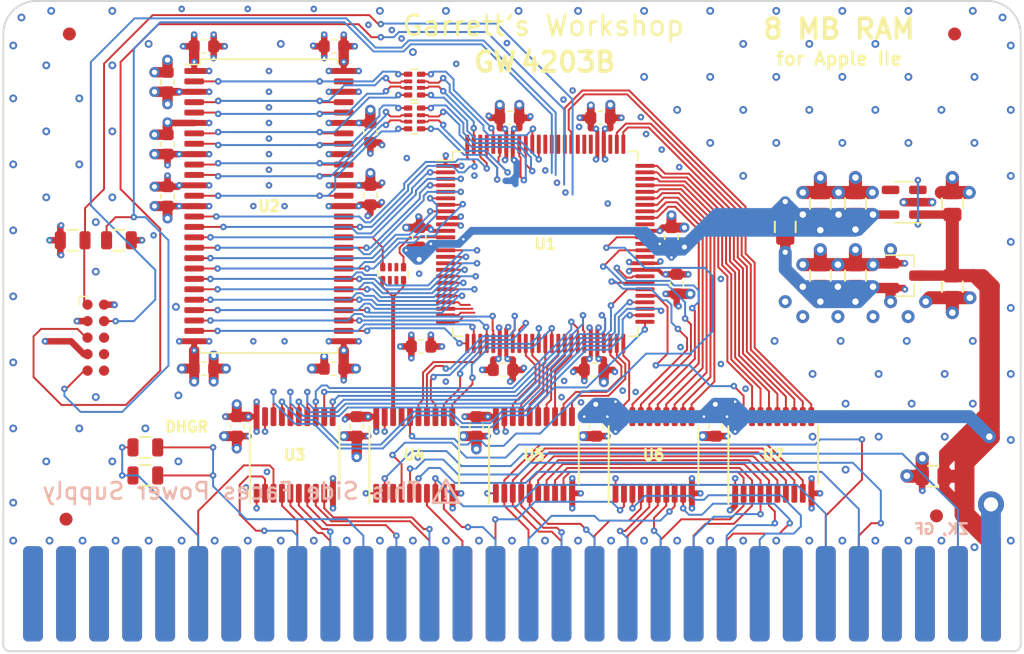
<source format=kicad_pcb>
(kicad_pcb (version 20171130) (host pcbnew "(5.1.5-0-10_14)")

  (general
    (thickness 1.6)
    (drawings 23)
    (tracks 2199)
    (zones 0)
    (modules 57)
    (nets 165)
  )

  (page A4)
  (title_block
    (title "GW4203B (RAM2E II)")
    (date 2020-08-04)
    (rev 1.1)
    (company "Garrett's Workshop")
  )

  (layers
    (0 F.Cu signal)
    (1 In1.Cu signal)
    (2 In2.Cu signal)
    (31 B.Cu signal)
    (32 B.Adhes user)
    (33 F.Adhes user)
    (34 B.Paste user)
    (35 F.Paste user)
    (36 B.SilkS user)
    (37 F.SilkS user)
    (38 B.Mask user)
    (39 F.Mask user)
    (40 Dwgs.User user)
    (41 Cmts.User user)
    (42 Eco1.User user)
    (43 Eco2.User user)
    (44 Edge.Cuts user)
    (45 Margin user)
    (46 B.CrtYd user)
    (47 F.CrtYd user)
    (48 B.Fab user)
    (49 F.Fab user)
  )

  (setup
    (last_trace_width 0.8)
    (user_trace_width 0.2)
    (user_trace_width 0.25)
    (user_trace_width 0.3)
    (user_trace_width 0.35)
    (user_trace_width 0.4)
    (user_trace_width 0.45)
    (user_trace_width 0.5)
    (user_trace_width 0.6)
    (user_trace_width 0.65)
    (user_trace_width 0.8)
    (user_trace_width 1)
    (user_trace_width 1.27)
    (user_trace_width 1.524)
    (trace_clearance 0.15)
    (zone_clearance 0.154)
    (zone_45_only no)
    (trace_min 0.15)
    (via_size 0.5)
    (via_drill 0.2)
    (via_min_size 0.5)
    (via_min_drill 0.2)
    (user_via 0.6 0.3)
    (user_via 0.8 0.4)
    (user_via 1 0.5)
    (user_via 1.524 0.762)
    (uvia_size 0.3)
    (uvia_drill 0.1)
    (uvias_allowed no)
    (uvia_min_size 0.2)
    (uvia_min_drill 0.1)
    (edge_width 0.15)
    (segment_width 0.1524)
    (pcb_text_width 0.3)
    (pcb_text_size 1.5 1.5)
    (mod_edge_width 0.15)
    (mod_text_size 1 1)
    (mod_text_width 0.15)
    (pad_size 0.85 1.4)
    (pad_drill 0)
    (pad_to_mask_clearance 0.05)
    (solder_mask_min_width 0.1)
    (pad_to_paste_clearance -0.0381)
    (aux_axis_origin 0 0)
    (visible_elements FFFFFF7F)
    (pcbplotparams
      (layerselection 0x010f8_ffffffff)
      (usegerberextensions true)
      (usegerberattributes false)
      (usegerberadvancedattributes false)
      (creategerberjobfile false)
      (excludeedgelayer true)
      (linewidth 0.100000)
      (plotframeref false)
      (viasonmask false)
      (mode 1)
      (useauxorigin false)
      (hpglpennumber 1)
      (hpglpenspeed 20)
      (hpglpendiameter 15.000000)
      (psnegative false)
      (psa4output false)
      (plotreference true)
      (plotvalue true)
      (plotinvisibletext false)
      (padsonsilk false)
      (subtractmaskfromsilk true)
      (outputformat 1)
      (mirror false)
      (drillshape 0)
      (scaleselection 1)
      (outputdirectory "gerber/"))
  )

  (net 0 "")
  (net 1 +5V)
  (net 2 GND)
  (net 3 /Vid7M)
  (net 4 /~SYNC~)
  (net 5 /~PRAS~)
  (net 6 /VC)
  (net 7 /~C07X~)
  (net 8 /~WNDW~)
  (net 9 /SEGA)
  (net 10 /ROMEN1)
  (net 11 /ROMEN2)
  (net 12 /MD7)
  (net 13 /MD6)
  (net 14 /MD5)
  (net 15 /MD4)
  (net 16 /PHI0)
  (net 17 /~CLRGAT~)
  (net 18 /~80VID~)
  (net 19 /~PCAS~)
  (net 20 /~LDPS~)
  (net 21 /R~W~80)
  (net 22 /PHI1)
  (net 23 /~CASEN~)
  (net 24 /MD3)
  (net 25 /MD2)
  (net 26 /MD1)
  (net 27 /MD0)
  (net 28 /H0)
  (net 29 /AN3)
  (net 30 /~EN80~)
  (net 31 /~ALTVID~)
  (net 32 /~SEROUT~)
  (net 33 /~ENVID~)
  (net 34 /R~W~)
  (net 35 /Q3)
  (net 36 /SEGB)
  (net 37 /~RA9~)
  (net 38 /~RA10~)
  (net 39 /GR)
  (net 40 /~ENTMG~)
  (net 41 /MA6)
  (net 42 /MA5)
  (net 43 /MA4)
  (net 44 /MA3)
  (net 45 /MA2)
  (net 46 /MA1)
  (net 47 /MA0)
  (net 48 /MA7)
  (net 49 /C7M)
  (net 50 /C14M)
  (net 51 /C3M58)
  (net 52 /VD0)
  (net 53 /VD1)
  (net 54 /VD2)
  (net 55 /VD3)
  (net 56 /VD4)
  (net 57 /VD5)
  (net 58 /VD6)
  (net 59 /VD7)
  (net 60 +3V3)
  (net 61 /TDI)
  (net 62 "Net-(J2-Pad8)")
  (net 63 "Net-(J2-Pad7)")
  (net 64 "Net-(J2-Pad6)")
  (net 65 /TMS)
  (net 66 /TDO)
  (net 67 /TCK)
  (net 68 /RD5)
  (net 69 /RD4)
  (net 70 /RD3)
  (net 71 /RD2)
  (net 72 /RD7)
  (net 73 /RD6)
  (net 74 /RD0)
  (net 75 /RD1)
  (net 76 /DQMH)
  (net 77 /~WE~)
  (net 78 /~CAS~)
  (net 79 /CKE)
  (net 80 /~RAS~)
  (net 81 /BA0)
  (net 82 /RA11)
  (net 83 /~CS~)
  (net 84 /BA1)
  (net 85 /RA9)
  (net 86 /RA10)
  (net 87 /RA8)
  (net 88 /RA0)
  (net 89 /RA7)
  (net 90 /RA1)
  (net 91 /RA6)
  (net 92 /RA4)
  (net 93 /RA3)
  (net 94 /~EN80~in)
  (net 95 /RA5)
  (net 96 /RA2)
  (net 97 /R~W~80in)
  (net 98 /Ain5)
  (net 99 /PHI1in)
  (net 100 /Ain6)
  (net 101 "Net-(U1-Pad61)")
  (net 102 "Net-(U1-Pad66)")
  (net 103 "Net-(U1-Pad78)")
  (net 104 "Net-(U1-Pad81)")
  (net 105 /DQML)
  (net 106 /~C07X~in)
  (net 107 /R~W~in)
  (net 108 /Ain0)
  (net 109 /Ain1)
  (net 110 /Ain2)
  (net 111 /Ain3)
  (net 112 /Ain4)
  (net 113 /Ain7)
  (net 114 /Din0)
  (net 115 /Din1)
  (net 116 /Din2)
  (net 117 /Din3)
  (net 118 /Din4)
  (net 119 /Din5)
  (net 120 /Din6)
  (net 121 /Din7)
  (net 122 /V~OE~)
  (net 123 /Vout7)
  (net 124 /Vout6)
  (net 125 /Vout5)
  (net 126 /Vout4)
  (net 127 /Vout3)
  (net 128 /Vout2)
  (net 129 /Vout1)
  (net 130 /Vout0)
  (net 131 /D~OE~)
  (net 132 /Dout0)
  (net 133 /Dout1)
  (net 134 /Dout2)
  (net 135 /Dout3)
  (net 136 /Dout4)
  (net 137 /Dout5)
  (net 138 /Dout6)
  (net 139 /Dout7)
  (net 140 /RD1r)
  (net 141 /RD0r)
  (net 142 /RD2r)
  (net 143 /RD3r)
  (net 144 /RD7r)
  (net 145 /RD6r)
  (net 146 /RD4r)
  (net 147 /RD5r)
  (net 148 /RCLK)
  (net 149 /ACLK)
  (net 150 "Net-(RN3-Pad1)")
  (net 151 "Net-(U4-Pad17)")
  (net 152 /~FRCTXT~)
  (net 153 "Net-(U1-Pad88)")
  (net 154 "Net-(U1-Pad87)")
  (net 155 "Net-(U1-Pad86)")
  (net 156 "Net-(RN3-Pad3)")
  (net 157 "Net-(RN3-Pad2)")
  (net 158 "Net-(RN3-Pad7)")
  (net 159 "Net-(RN3-Pad6)")
  (net 160 "Net-(U1-Pad82)")
  (net 161 "Net-(U1-Pad83)")
  (net 162 /~80VID~in)
  (net 163 +1V8)
  (net 164 "Net-(U9-Pad4)")

  (net_class Default "This is the default net class."
    (clearance 0.15)
    (trace_width 0.15)
    (via_dia 0.5)
    (via_drill 0.2)
    (uvia_dia 0.3)
    (uvia_drill 0.1)
    (add_net +1V8)
    (add_net +3V3)
    (add_net +5V)
    (add_net /ACLK)
    (add_net /AN3)
    (add_net /Ain0)
    (add_net /Ain1)
    (add_net /Ain2)
    (add_net /Ain3)
    (add_net /Ain4)
    (add_net /Ain5)
    (add_net /Ain6)
    (add_net /Ain7)
    (add_net /BA0)
    (add_net /BA1)
    (add_net /C14M)
    (add_net /C3M58)
    (add_net /C7M)
    (add_net /CKE)
    (add_net /DQMH)
    (add_net /DQML)
    (add_net /Din0)
    (add_net /Din1)
    (add_net /Din2)
    (add_net /Din3)
    (add_net /Din4)
    (add_net /Din5)
    (add_net /Din6)
    (add_net /Din7)
    (add_net /Dout0)
    (add_net /Dout1)
    (add_net /Dout2)
    (add_net /Dout3)
    (add_net /Dout4)
    (add_net /Dout5)
    (add_net /Dout6)
    (add_net /Dout7)
    (add_net /D~OE~)
    (add_net /GR)
    (add_net /H0)
    (add_net /MA0)
    (add_net /MA1)
    (add_net /MA2)
    (add_net /MA3)
    (add_net /MA4)
    (add_net /MA5)
    (add_net /MA6)
    (add_net /MA7)
    (add_net /MD0)
    (add_net /MD1)
    (add_net /MD2)
    (add_net /MD3)
    (add_net /MD4)
    (add_net /MD5)
    (add_net /MD6)
    (add_net /MD7)
    (add_net /PHI0)
    (add_net /PHI1)
    (add_net /PHI1in)
    (add_net /Q3)
    (add_net /RA0)
    (add_net /RA1)
    (add_net /RA10)
    (add_net /RA11)
    (add_net /RA2)
    (add_net /RA3)
    (add_net /RA4)
    (add_net /RA5)
    (add_net /RA6)
    (add_net /RA7)
    (add_net /RA8)
    (add_net /RA9)
    (add_net /RCLK)
    (add_net /RD0)
    (add_net /RD0r)
    (add_net /RD1)
    (add_net /RD1r)
    (add_net /RD2)
    (add_net /RD2r)
    (add_net /RD3)
    (add_net /RD3r)
    (add_net /RD4)
    (add_net /RD4r)
    (add_net /RD5)
    (add_net /RD5r)
    (add_net /RD6)
    (add_net /RD6r)
    (add_net /RD7)
    (add_net /RD7r)
    (add_net /ROMEN1)
    (add_net /ROMEN2)
    (add_net /R~W~)
    (add_net /R~W~80)
    (add_net /R~W~80in)
    (add_net /R~W~in)
    (add_net /SEGA)
    (add_net /SEGB)
    (add_net /TCK)
    (add_net /TDI)
    (add_net /TDO)
    (add_net /TMS)
    (add_net /VC)
    (add_net /VD0)
    (add_net /VD1)
    (add_net /VD2)
    (add_net /VD3)
    (add_net /VD4)
    (add_net /VD5)
    (add_net /VD6)
    (add_net /VD7)
    (add_net /Vid7M)
    (add_net /Vout0)
    (add_net /Vout1)
    (add_net /Vout2)
    (add_net /Vout3)
    (add_net /Vout4)
    (add_net /Vout5)
    (add_net /Vout6)
    (add_net /Vout7)
    (add_net /V~OE~)
    (add_net /~80VID~)
    (add_net /~80VID~in)
    (add_net /~ALTVID~)
    (add_net /~C07X~)
    (add_net /~C07X~in)
    (add_net /~CASEN~)
    (add_net /~CAS~)
    (add_net /~CLRGAT~)
    (add_net /~CS~)
    (add_net /~EN80~)
    (add_net /~EN80~in)
    (add_net /~ENTMG~)
    (add_net /~ENVID~)
    (add_net /~FRCTXT~)
    (add_net /~LDPS~)
    (add_net /~PCAS~)
    (add_net /~PRAS~)
    (add_net /~RA10~)
    (add_net /~RA9~)
    (add_net /~RAS~)
    (add_net /~SEROUT~)
    (add_net /~SYNC~)
    (add_net /~WE~)
    (add_net /~WNDW~)
    (add_net GND)
    (add_net "Net-(J2-Pad6)")
    (add_net "Net-(J2-Pad7)")
    (add_net "Net-(J2-Pad8)")
    (add_net "Net-(RN3-Pad1)")
    (add_net "Net-(RN3-Pad2)")
    (add_net "Net-(RN3-Pad3)")
    (add_net "Net-(RN3-Pad6)")
    (add_net "Net-(RN3-Pad7)")
    (add_net "Net-(U1-Pad61)")
    (add_net "Net-(U1-Pad66)")
    (add_net "Net-(U1-Pad78)")
    (add_net "Net-(U1-Pad81)")
    (add_net "Net-(U1-Pad82)")
    (add_net "Net-(U1-Pad83)")
    (add_net "Net-(U1-Pad86)")
    (add_net "Net-(U1-Pad87)")
    (add_net "Net-(U1-Pad88)")
    (add_net "Net-(U4-Pad17)")
    (add_net "Net-(U9-Pad4)")
  )

  (module stdpads:SOT-23-5 (layer F.Cu) (tedit 5F5A3813) (tstamp 5F5BBF24)
    (at 267.65 105.15 180)
    (tags SOT-23-5)
    (path /5F6DD402)
    (solder_mask_margin 0.05)
    (solder_paste_margin -0.05)
    (attr smd)
    (fp_text reference U9 (at 0 0 90) (layer F.Fab)
      (effects (font (size 0.381 0.381) (thickness 0.09525)))
    )
    (fp_text value AP2127K-1.8 (at 0.4 0 90) (layer F.Fab)
      (effects (font (size 0.127 0.127) (thickness 0.03175)))
    )
    (fp_line (start -0.7 -0.95) (end -0.7 1.5) (layer F.Fab) (width 0.1))
    (fp_line (start -0.15 -1.52) (end 0.7 -1.52) (layer F.Fab) (width 0.1))
    (fp_line (start -0.7 -0.95) (end -0.15 -1.52) (layer F.Fab) (width 0.1))
    (fp_line (start 0.7 -1.52) (end 0.7 1.52) (layer F.Fab) (width 0.1))
    (fp_line (start -0.7 1.52) (end 0.7 1.52) (layer F.Fab) (width 0.1))
    (fp_line (start -2 -1.8) (end 2 -1.8) (layer F.CrtYd) (width 0.05))
    (fp_line (start 2 -1.8) (end 2 1.8) (layer F.CrtYd) (width 0.05))
    (fp_line (start 2 1.8) (end -2 1.8) (layer F.CrtYd) (width 0.05))
    (fp_line (start -2 1.8) (end -2 -1.8) (layer F.CrtYd) (width 0.05))
    (fp_line (start 0.76 -1.58) (end -1.4 -1.58) (layer F.SilkS) (width 0.12))
    (fp_line (start 0.76 1.58) (end -0.7 1.58) (layer F.SilkS) (width 0.12))
    (pad 1 smd roundrect (at -1.05 -0.95 180) (size 1.35 0.65) (layers F.Cu F.Paste F.Mask) (roundrect_rratio 0.25)
      (net 1 +5V))
    (pad 3 smd roundrect (at -1.05 0.95 180) (size 1.35 0.65) (layers F.Cu F.Paste F.Mask) (roundrect_rratio 0.25)
      (net 1 +5V))
    (pad 2 smd roundrect (at -1.05 0 180) (size 1.35 0.65) (layers F.Cu F.Paste F.Mask) (roundrect_rratio 0.25)
      (net 2 GND))
    (pad 5 smd roundrect (at 1.05 -0.95 180) (size 1.35 0.65) (layers F.Cu F.Paste F.Mask) (roundrect_rratio 0.25)
      (net 163 +1V8))
    (pad 4 smd roundrect (at 1.05 0.95 180) (size 1.35 0.65) (layers F.Cu F.Paste F.Mask) (roundrect_rratio 0.25)
      (net 164 "Net-(U9-Pad4)"))
    (model ${KISYS3DMOD}/Package_TO_SOT_SMD.3dshapes/SOT-23-5.wrl
      (at (xyz 0 0 0))
      (scale (xyz 1 1 1))
      (rotate (xyz 0 0 0))
    )
  )

  (module stdpads:C_0603 (layer F.Cu) (tedit 5E890746) (tstamp 5F2C3B04)
    (at 213.8 93.15)
    (tags capacitor)
    (path /5FAE052B)
    (attr smd)
    (fp_text reference C20 (at 0 0) (layer F.Fab)
      (effects (font (size 0.254 0.254) (thickness 0.0635)))
    )
    (fp_text value 2u2 (at 0 0.25) (layer F.Fab)
      (effects (font (size 0.127 0.127) (thickness 0.03175)))
    )
    (fp_text user %R (at 0 0) (layer F.SilkS) hide
      (effects (font (size 0.254 0.254) (thickness 0.0635)))
    )
    (fp_line (start 1.4 0.7) (end -1.4 0.7) (layer F.CrtYd) (width 0.05))
    (fp_line (start 1.4 -0.7) (end 1.4 0.7) (layer F.CrtYd) (width 0.05))
    (fp_line (start -1.4 -0.7) (end 1.4 -0.7) (layer F.CrtYd) (width 0.05))
    (fp_line (start -1.4 0.7) (end -1.4 -0.7) (layer F.CrtYd) (width 0.05))
    (fp_line (start -0.162779 0.51) (end 0.162779 0.51) (layer F.SilkS) (width 0.12))
    (fp_line (start -0.162779 -0.51) (end 0.162779 -0.51) (layer F.SilkS) (width 0.12))
    (fp_line (start 0.8 0.4) (end -0.8 0.4) (layer F.Fab) (width 0.1))
    (fp_line (start 0.8 -0.4) (end 0.8 0.4) (layer F.Fab) (width 0.1))
    (fp_line (start -0.8 -0.4) (end 0.8 -0.4) (layer F.Fab) (width 0.1))
    (fp_line (start -0.8 0.4) (end -0.8 -0.4) (layer F.Fab) (width 0.1))
    (pad 2 smd roundrect (at 0.75 0) (size 0.85 0.95) (layers F.Cu F.Paste F.Mask) (roundrect_rratio 0.25)
      (net 2 GND))
    (pad 1 smd roundrect (at -0.75 0) (size 0.85 0.95) (layers F.Cu F.Paste F.Mask) (roundrect_rratio 0.25)
      (net 60 +3V3))
    (model ${KISYS3DMOD}/Capacitor_SMD.3dshapes/C_0603_1608Metric.wrl
      (at (xyz 0 0 0))
      (scale (xyz 1 1 1))
      (rotate (xyz 0 0 0))
    )
  )

  (module stdpads:TQFP-100_14x14mm_P0.5mm (layer F.Cu) (tedit 5F27CA0E) (tstamp 5E7F8776)
    (at 240.05 108.35 270)
    (descr "TQFP, 100 Pin (http://www.microsemi.com/index.php?option=com_docman&task=doc_download&gid=131095), generated with kicad-footprint-generator ipc_gullwing_generator.py")
    (tags "TQFP QFP")
    (path /5EF407E5)
    (solder_mask_margin 0.024)
    (solder_paste_margin -0.03)
    (attr smd)
    (fp_text reference U1 (at 0 0 180) (layer F.Fab)
      (effects (font (size 0.8128 0.8128) (thickness 0.2032)))
    )
    (fp_text value EPM240T100 (at 0.95 0) (layer F.Fab)
      (effects (font (size 0.508 0.508) (thickness 0.127)))
    )
    (fp_line (start 7.11 -6.41) (end 7.11 -7.11) (layer F.SilkS) (width 0.12))
    (fp_line (start 7.11 -7.11) (end 6.41 -7.11) (layer F.SilkS) (width 0.12))
    (fp_line (start 7.11 6.41) (end 7.11 7.11) (layer F.SilkS) (width 0.12))
    (fp_line (start 7.11 7.11) (end 6.41 7.11) (layer F.SilkS) (width 0.12))
    (fp_line (start -7.11 -6.41) (end -7.11 -7.11) (layer F.SilkS) (width 0.12))
    (fp_line (start -7.11 -7.11) (end -6.41 -7.11) (layer F.SilkS) (width 0.12))
    (fp_line (start -7.11 6.41) (end -7.11 7.11) (layer F.SilkS) (width 0.12))
    (fp_line (start -7.11 7.11) (end -6.41 7.11) (layer F.SilkS) (width 0.12))
    (fp_line (start -6.41 7.11) (end -6.41 8.4) (layer F.SilkS) (width 0.12))
    (fp_line (start -7 6) (end -7 -7) (layer F.Fab) (width 0.1))
    (fp_line (start -7 -7) (end 7 -7) (layer F.Fab) (width 0.1))
    (fp_line (start 7 -7) (end 7 7) (layer F.Fab) (width 0.1))
    (fp_line (start 7 7) (end -6 7) (layer F.Fab) (width 0.1))
    (fp_line (start -6 7) (end -7 6) (layer F.Fab) (width 0.1))
    (fp_line (start -8.65 0) (end -8.65 6.4) (layer F.CrtYd) (width 0.05))
    (fp_line (start -8.65 6.4) (end -7.25 6.4) (layer F.CrtYd) (width 0.05))
    (fp_line (start -7.25 6.4) (end -7.25 7.25) (layer F.CrtYd) (width 0.05))
    (fp_line (start -7.25 7.25) (end -6.4 7.25) (layer F.CrtYd) (width 0.05))
    (fp_line (start -6.4 7.25) (end -6.4 8.65) (layer F.CrtYd) (width 0.05))
    (fp_line (start -6.4 8.65) (end 0 8.65) (layer F.CrtYd) (width 0.05))
    (fp_line (start -8.65 0) (end -8.65 -6.4) (layer F.CrtYd) (width 0.05))
    (fp_line (start -8.65 -6.4) (end -7.25 -6.4) (layer F.CrtYd) (width 0.05))
    (fp_line (start -7.25 -6.4) (end -7.25 -7.25) (layer F.CrtYd) (width 0.05))
    (fp_line (start -7.25 -7.25) (end -6.4 -7.25) (layer F.CrtYd) (width 0.05))
    (fp_line (start -6.4 -7.25) (end -6.4 -8.65) (layer F.CrtYd) (width 0.05))
    (fp_line (start -6.4 -8.65) (end 0 -8.65) (layer F.CrtYd) (width 0.05))
    (fp_line (start 8.65 0) (end 8.65 6.4) (layer F.CrtYd) (width 0.05))
    (fp_line (start 8.65 6.4) (end 7.25 6.4) (layer F.CrtYd) (width 0.05))
    (fp_line (start 7.25 6.4) (end 7.25 7.25) (layer F.CrtYd) (width 0.05))
    (fp_line (start 7.25 7.25) (end 6.4 7.25) (layer F.CrtYd) (width 0.05))
    (fp_line (start 6.4 7.25) (end 6.4 8.65) (layer F.CrtYd) (width 0.05))
    (fp_line (start 6.4 8.65) (end 0 8.65) (layer F.CrtYd) (width 0.05))
    (fp_line (start 8.65 0) (end 8.65 -6.4) (layer F.CrtYd) (width 0.05))
    (fp_line (start 8.65 -6.4) (end 7.25 -6.4) (layer F.CrtYd) (width 0.05))
    (fp_line (start 7.25 -6.4) (end 7.25 -7.25) (layer F.CrtYd) (width 0.05))
    (fp_line (start 7.25 -7.25) (end 6.4 -7.25) (layer F.CrtYd) (width 0.05))
    (fp_line (start 6.4 -7.25) (end 6.4 -8.65) (layer F.CrtYd) (width 0.05))
    (fp_line (start 6.4 -8.65) (end 0 -8.65) (layer F.CrtYd) (width 0.05))
    (fp_text user %R (at 0 0 180) (layer F.SilkS)
      (effects (font (size 0.8128 0.8128) (thickness 0.2032)))
    )
    (pad 1 smd roundrect (at -6 7.6625) (size 1.475 0.3) (layers F.Cu F.Paste F.Mask) (roundrect_rratio 0.25)
      (net 2 GND))
    (pad 2 smd roundrect (at -5.5 7.6625) (size 1.475 0.3) (layers F.Cu F.Paste F.Mask) (roundrect_rratio 0.25)
      (net 77 /~WE~))
    (pad 3 smd roundrect (at -5 7.6625) (size 1.475 0.3) (layers F.Cu F.Paste F.Mask) (roundrect_rratio 0.25)
      (net 78 /~CAS~))
    (pad 4 smd roundrect (at -4.5 7.6625) (size 1.475 0.3) (layers F.Cu F.Paste F.Mask) (roundrect_rratio 0.25)
      (net 79 /CKE))
    (pad 5 smd roundrect (at -4 7.6625) (size 1.475 0.3) (layers F.Cu F.Paste F.Mask) (roundrect_rratio 0.25)
      (net 80 /~RAS~))
    (pad 6 smd roundrect (at -3.5 7.6625) (size 1.475 0.3) (layers F.Cu F.Paste F.Mask) (roundrect_rratio 0.25)
      (net 81 /BA0))
    (pad 7 smd roundrect (at -3 7.6625) (size 1.475 0.3) (layers F.Cu F.Paste F.Mask) (roundrect_rratio 0.25)
      (net 82 /RA11))
    (pad 8 smd roundrect (at -2.5 7.6625) (size 1.475 0.3) (layers F.Cu F.Paste F.Mask) (roundrect_rratio 0.25)
      (net 83 /~CS~))
    (pad 9 smd roundrect (at -2 7.6625) (size 1.475 0.3) (layers F.Cu F.Paste F.Mask) (roundrect_rratio 0.25)
      (net 60 +3V3))
    (pad 10 smd roundrect (at -1.5 7.6625) (size 1.475 0.3) (layers F.Cu F.Paste F.Mask) (roundrect_rratio 0.25)
      (net 2 GND))
    (pad 11 smd roundrect (at -1 7.6625) (size 1.475 0.3) (layers F.Cu F.Paste F.Mask) (roundrect_rratio 0.25)
      (net 2 GND))
    (pad 12 smd roundrect (at -0.5 7.6625) (size 1.475 0.3) (layers F.Cu F.Paste F.Mask) (roundrect_rratio 0.25)
      (net 149 /ACLK))
    (pad 13 smd roundrect (at 0 7.6625) (size 1.475 0.3) (layers F.Cu F.Paste F.Mask) (roundrect_rratio 0.25)
      (net 163 +1V8))
    (pad 14 smd roundrect (at 0.5 7.6625) (size 1.475 0.3) (layers F.Cu F.Paste F.Mask) (roundrect_rratio 0.25)
      (net 84 /BA1))
    (pad 15 smd roundrect (at 1 7.6625) (size 1.475 0.3) (layers F.Cu F.Paste F.Mask) (roundrect_rratio 0.25)
      (net 85 /RA9))
    (pad 16 smd roundrect (at 1.5 7.6625) (size 1.475 0.3) (layers F.Cu F.Paste F.Mask) (roundrect_rratio 0.25)
      (net 86 /RA10))
    (pad 17 smd roundrect (at 2 7.6625) (size 1.475 0.3) (layers F.Cu F.Paste F.Mask) (roundrect_rratio 0.25)
      (net 87 /RA8))
    (pad 18 smd roundrect (at 2.5 7.6625) (size 1.475 0.3) (layers F.Cu F.Paste F.Mask) (roundrect_rratio 0.25)
      (net 88 /RA0))
    (pad 19 smd roundrect (at 3 7.6625) (size 1.475 0.3) (layers F.Cu F.Paste F.Mask) (roundrect_rratio 0.25)
      (net 89 /RA7))
    (pad 20 smd roundrect (at 3.5 7.6625) (size 1.475 0.3) (layers F.Cu F.Paste F.Mask) (roundrect_rratio 0.25)
      (net 90 /RA1))
    (pad 21 smd roundrect (at 4 7.6625) (size 1.475 0.3) (layers F.Cu F.Paste F.Mask) (roundrect_rratio 0.25)
      (net 91 /RA6))
    (pad 22 smd roundrect (at 4.5 7.6625) (size 1.475 0.3) (layers F.Cu F.Paste F.Mask) (roundrect_rratio 0.25)
      (net 65 /TMS))
    (pad 23 smd roundrect (at 5 7.6625) (size 1.475 0.3) (layers F.Cu F.Paste F.Mask) (roundrect_rratio 0.25)
      (net 61 /TDI))
    (pad 24 smd roundrect (at 5.5 7.6625) (size 1.475 0.3) (layers F.Cu F.Paste F.Mask) (roundrect_rratio 0.25)
      (net 67 /TCK))
    (pad 25 smd roundrect (at 6 7.6625) (size 1.475 0.3) (layers F.Cu F.Paste F.Mask) (roundrect_rratio 0.25)
      (net 66 /TDO))
    (pad 26 smd roundrect (at 7.6625 6) (size 0.3 1.475) (layers F.Cu F.Paste F.Mask) (roundrect_rratio 0.25)
      (net 92 /RA4))
    (pad 27 smd roundrect (at 7.6625 5.5) (size 0.3 1.475) (layers F.Cu F.Paste F.Mask) (roundrect_rratio 0.25)
      (net 93 /RA3))
    (pad 28 smd roundrect (at 7.6625 5) (size 0.3 1.475) (layers F.Cu F.Paste F.Mask) (roundrect_rratio 0.25)
      (net 94 /~EN80~in))
    (pad 29 smd roundrect (at 7.6625 4.5) (size 0.3 1.475) (layers F.Cu F.Paste F.Mask) (roundrect_rratio 0.25)
      (net 95 /RA5))
    (pad 30 smd roundrect (at 7.6625 4) (size 0.3 1.475) (layers F.Cu F.Paste F.Mask) (roundrect_rratio 0.25)
      (net 96 /RA2))
    (pad 31 smd roundrect (at 7.6625 3.5) (size 0.3 1.475) (layers F.Cu F.Paste F.Mask) (roundrect_rratio 0.25)
      (net 60 +3V3))
    (pad 32 smd roundrect (at 7.6625 3) (size 0.3 1.475) (layers F.Cu F.Paste F.Mask) (roundrect_rratio 0.25)
      (net 2 GND))
    (pad 33 smd roundrect (at 7.6625 2.5) (size 0.3 1.475) (layers F.Cu F.Paste F.Mask) (roundrect_rratio 0.25)
      (net 97 /R~W~80in))
    (pad 34 smd roundrect (at 7.6625 2) (size 0.3 1.475) (layers F.Cu F.Paste F.Mask) (roundrect_rratio 0.25)
      (net 98 /Ain5))
    (pad 35 smd roundrect (at 7.6625 1.5) (size 0.3 1.475) (layers F.Cu F.Paste F.Mask) (roundrect_rratio 0.25)
      (net 121 /Din7))
    (pad 36 smd roundrect (at 7.6625 1) (size 0.3 1.475) (layers F.Cu F.Paste F.Mask) (roundrect_rratio 0.25)
      (net 120 /Din6))
    (pad 37 smd roundrect (at 7.6625 0.5) (size 0.3 1.475) (layers F.Cu F.Paste F.Mask) (roundrect_rratio 0.25)
      (net 99 /PHI1in))
    (pad 38 smd roundrect (at 7.6625 0) (size 0.3 1.475) (layers F.Cu F.Paste F.Mask) (roundrect_rratio 0.25)
      (net 114 /Din0))
    (pad 39 smd roundrect (at 7.6625 -0.5) (size 0.3 1.475) (layers F.Cu F.Paste F.Mask) (roundrect_rratio 0.25)
      (net 100 /Ain6))
    (pad 40 smd roundrect (at 7.6625 -1) (size 0.3 1.475) (layers F.Cu F.Paste F.Mask) (roundrect_rratio 0.25)
      (net 115 /Din1))
    (pad 41 smd roundrect (at 7.6625 -1.5) (size 0.3 1.475) (layers F.Cu F.Paste F.Mask) (roundrect_rratio 0.25)
      (net 117 /Din3))
    (pad 42 smd roundrect (at 7.6625 -2) (size 0.3 1.475) (layers F.Cu F.Paste F.Mask) (roundrect_rratio 0.25)
      (net 116 /Din2))
    (pad 43 smd roundrect (at 7.6625 -2.5) (size 0.3 1.475) (layers F.Cu F.Paste F.Mask) (roundrect_rratio 0.25)
      (net 110 /Ain2))
    (pad 44 smd roundrect (at 7.6625 -3) (size 0.3 1.475) (layers F.Cu F.Paste F.Mask) (roundrect_rratio 0.25)
      (net 112 /Ain4))
    (pad 45 smd roundrect (at 7.6625 -3.5) (size 0.3 1.475) (layers F.Cu F.Paste F.Mask) (roundrect_rratio 0.25)
      (net 60 +3V3))
    (pad 46 smd roundrect (at 7.6625 -4) (size 0.3 1.475) (layers F.Cu F.Paste F.Mask) (roundrect_rratio 0.25)
      (net 2 GND))
    (pad 47 smd roundrect (at 7.6625 -4.5) (size 0.3 1.475) (layers F.Cu F.Paste F.Mask) (roundrect_rratio 0.25)
      (net 111 /Ain3))
    (pad 48 smd roundrect (at 7.6625 -5) (size 0.3 1.475) (layers F.Cu F.Paste F.Mask) (roundrect_rratio 0.25)
      (net 118 /Din4))
    (pad 49 smd roundrect (at 7.6625 -5.5) (size 0.3 1.475) (layers F.Cu F.Paste F.Mask) (roundrect_rratio 0.25)
      (net 119 /Din5))
    (pad 50 smd roundrect (at 7.6625 -6) (size 0.3 1.475) (layers F.Cu F.Paste F.Mask) (roundrect_rratio 0.25)
      (net 122 /V~OE~))
    (pad 51 smd roundrect (at 6 -7.6625) (size 1.475 0.3) (layers F.Cu F.Paste F.Mask) (roundrect_rratio 0.25)
      (net 107 /R~W~in))
    (pad 52 smd roundrect (at 5.5 -7.6625) (size 1.475 0.3) (layers F.Cu F.Paste F.Mask) (roundrect_rratio 0.25)
      (net 106 /~C07X~in))
    (pad 53 smd roundrect (at 5 -7.6625) (size 1.475 0.3) (layers F.Cu F.Paste F.Mask) (roundrect_rratio 0.25)
      (net 113 /Ain7))
    (pad 54 smd roundrect (at 4.5 -7.6625) (size 1.475 0.3) (layers F.Cu F.Paste F.Mask) (roundrect_rratio 0.25)
      (net 109 /Ain1))
    (pad 55 smd roundrect (at 4 -7.6625) (size 1.475 0.3) (layers F.Cu F.Paste F.Mask) (roundrect_rratio 0.25)
      (net 131 /D~OE~))
    (pad 56 smd roundrect (at 3.5 -7.6625) (size 1.475 0.3) (layers F.Cu F.Paste F.Mask) (roundrect_rratio 0.25)
      (net 108 /Ain0))
    (pad 57 smd roundrect (at 3 -7.6625) (size 1.475 0.3) (layers F.Cu F.Paste F.Mask) (roundrect_rratio 0.25)
      (net 123 /Vout7))
    (pad 58 smd roundrect (at 2.5 -7.6625) (size 1.475 0.3) (layers F.Cu F.Paste F.Mask) (roundrect_rratio 0.25)
      (net 124 /Vout6))
    (pad 59 smd roundrect (at 2 -7.6625) (size 1.475 0.3) (layers F.Cu F.Paste F.Mask) (roundrect_rratio 0.25)
      (net 60 +3V3))
    (pad 60 smd roundrect (at 1.5 -7.6625) (size 1.475 0.3) (layers F.Cu F.Paste F.Mask) (roundrect_rratio 0.25)
      (net 2 GND))
    (pad 61 smd roundrect (at 1 -7.6625) (size 1.475 0.3) (layers F.Cu F.Paste F.Mask) (roundrect_rratio 0.25)
      (net 101 "Net-(U1-Pad61)"))
    (pad 62 smd roundrect (at 0.5 -7.6625) (size 1.475 0.3) (layers F.Cu F.Paste F.Mask) (roundrect_rratio 0.25)
      (net 127 /Vout3))
    (pad 63 smd roundrect (at 0 -7.6625) (size 1.475 0.3) (layers F.Cu F.Paste F.Mask) (roundrect_rratio 0.25)
      (net 163 +1V8))
    (pad 64 smd roundrect (at -0.5 -7.6625) (size 1.475 0.3) (layers F.Cu F.Paste F.Mask) (roundrect_rratio 0.25)
      (net 162 /~80VID~in))
    (pad 65 smd roundrect (at -1 -7.6625) (size 1.475 0.3) (layers F.Cu F.Paste F.Mask) (roundrect_rratio 0.25)
      (net 2 GND))
    (pad 66 smd roundrect (at -1.5 -7.6625) (size 1.475 0.3) (layers F.Cu F.Paste F.Mask) (roundrect_rratio 0.25)
      (net 102 "Net-(U1-Pad66)"))
    (pad 67 smd roundrect (at -2 -7.6625) (size 1.475 0.3) (layers F.Cu F.Paste F.Mask) (roundrect_rratio 0.25)
      (net 129 /Vout1))
    (pad 68 smd roundrect (at -2.5 -7.6625) (size 1.475 0.3) (layers F.Cu F.Paste F.Mask) (roundrect_rratio 0.25)
      (net 125 /Vout5))
    (pad 69 smd roundrect (at -3 -7.6625) (size 1.475 0.3) (layers F.Cu F.Paste F.Mask) (roundrect_rratio 0.25)
      (net 128 /Vout2))
    (pad 70 smd roundrect (at -3.5 -7.6625) (size 1.475 0.3) (layers F.Cu F.Paste F.Mask) (roundrect_rratio 0.25)
      (net 130 /Vout0))
    (pad 71 smd roundrect (at -4 -7.6625) (size 1.475 0.3) (layers F.Cu F.Paste F.Mask) (roundrect_rratio 0.25)
      (net 126 /Vout4))
    (pad 72 smd roundrect (at -4.5 -7.6625) (size 1.475 0.3) (layers F.Cu F.Paste F.Mask) (roundrect_rratio 0.25)
      (net 137 /Dout5))
    (pad 73 smd roundrect (at -5 -7.6625) (size 1.475 0.3) (layers F.Cu F.Paste F.Mask) (roundrect_rratio 0.25)
      (net 136 /Dout4))
    (pad 74 smd roundrect (at -5.5 -7.6625) (size 1.475 0.3) (layers F.Cu F.Paste F.Mask) (roundrect_rratio 0.25)
      (net 134 /Dout2))
    (pad 75 smd roundrect (at -6 -7.6625) (size 1.475 0.3) (layers F.Cu F.Paste F.Mask) (roundrect_rratio 0.25)
      (net 135 /Dout3))
    (pad 76 smd roundrect (at -7.6625 -6) (size 0.3 1.475) (layers F.Cu F.Paste F.Mask) (roundrect_rratio 0.25)
      (net 133 /Dout1))
    (pad 77 smd roundrect (at -7.6625 -5.5) (size 0.3 1.475) (layers F.Cu F.Paste F.Mask) (roundrect_rratio 0.25)
      (net 132 /Dout0))
    (pad 78 smd roundrect (at -7.6625 -5) (size 0.3 1.475) (layers F.Cu F.Paste F.Mask) (roundrect_rratio 0.25)
      (net 103 "Net-(U1-Pad78)"))
    (pad 79 smd roundrect (at -7.6625 -4.5) (size 0.3 1.475) (layers F.Cu F.Paste F.Mask) (roundrect_rratio 0.25)
      (net 2 GND))
    (pad 80 smd roundrect (at -7.6625 -4) (size 0.3 1.475) (layers F.Cu F.Paste F.Mask) (roundrect_rratio 0.25)
      (net 60 +3V3))
    (pad 81 smd roundrect (at -7.6625 -3.5) (size 0.3 1.475) (layers F.Cu F.Paste F.Mask) (roundrect_rratio 0.25)
      (net 104 "Net-(U1-Pad81)"))
    (pad 82 smd roundrect (at -7.6625 -3) (size 0.3 1.475) (layers F.Cu F.Paste F.Mask) (roundrect_rratio 0.25)
      (net 160 "Net-(U1-Pad82)"))
    (pad 83 smd roundrect (at -7.6625 -2.5) (size 0.3 1.475) (layers F.Cu F.Paste F.Mask) (roundrect_rratio 0.25)
      (net 161 "Net-(U1-Pad83)"))
    (pad 84 smd roundrect (at -7.6625 -2) (size 0.3 1.475) (layers F.Cu F.Paste F.Mask) (roundrect_rratio 0.25)
      (net 138 /Dout6))
    (pad 85 smd roundrect (at -7.6625 -1.5) (size 0.3 1.475) (layers F.Cu F.Paste F.Mask) (roundrect_rratio 0.25)
      (net 139 /Dout7))
    (pad 86 smd roundrect (at -7.6625 -1) (size 0.3 1.475) (layers F.Cu F.Paste F.Mask) (roundrect_rratio 0.25)
      (net 155 "Net-(U1-Pad86)"))
    (pad 87 smd roundrect (at -7.6625 -0.5) (size 0.3 1.475) (layers F.Cu F.Paste F.Mask) (roundrect_rratio 0.25)
      (net 154 "Net-(U1-Pad87)"))
    (pad 88 smd roundrect (at -7.6625 0) (size 0.3 1.475) (layers F.Cu F.Paste F.Mask) (roundrect_rratio 0.25)
      (net 153 "Net-(U1-Pad88)"))
    (pad 89 smd roundrect (at -7.6625 0.5) (size 0.3 1.475) (layers F.Cu F.Paste F.Mask) (roundrect_rratio 0.25)
      (net 143 /RD3r))
    (pad 90 smd roundrect (at -7.6625 1) (size 0.3 1.475) (layers F.Cu F.Paste F.Mask) (roundrect_rratio 0.25)
      (net 140 /RD1r))
    (pad 91 smd roundrect (at -7.6625 1.5) (size 0.3 1.475) (layers F.Cu F.Paste F.Mask) (roundrect_rratio 0.25)
      (net 146 /RD4r))
    (pad 92 smd roundrect (at -7.6625 2) (size 0.3 1.475) (layers F.Cu F.Paste F.Mask) (roundrect_rratio 0.25)
      (net 147 /RD5r))
    (pad 93 smd roundrect (at -7.6625 2.5) (size 0.3 1.475) (layers F.Cu F.Paste F.Mask) (roundrect_rratio 0.25)
      (net 2 GND))
    (pad 94 smd roundrect (at -7.6625 3) (size 0.3 1.475) (layers F.Cu F.Paste F.Mask) (roundrect_rratio 0.25)
      (net 60 +3V3))
    (pad 95 smd roundrect (at -7.6625 3.5) (size 0.3 1.475) (layers F.Cu F.Paste F.Mask) (roundrect_rratio 0.25)
      (net 145 /RD6r))
    (pad 96 smd roundrect (at -7.6625 4) (size 0.3 1.475) (layers F.Cu F.Paste F.Mask) (roundrect_rratio 0.25)
      (net 144 /RD7r))
    (pad 97 smd roundrect (at -7.6625 4.5) (size 0.3 1.475) (layers F.Cu F.Paste F.Mask) (roundrect_rratio 0.25)
      (net 141 /RD0r))
    (pad 98 smd roundrect (at -7.6625 5) (size 0.3 1.475) (layers F.Cu F.Paste F.Mask) (roundrect_rratio 0.25)
      (net 105 /DQML))
    (pad 99 smd roundrect (at -7.6625 5.5) (size 0.3 1.475) (layers F.Cu F.Paste F.Mask) (roundrect_rratio 0.25)
      (net 142 /RD2r))
    (pad 100 smd roundrect (at -7.6625 6) (size 0.3 1.475) (layers F.Cu F.Paste F.Mask) (roundrect_rratio 0.25)
      (net 76 /DQMH))
    (model ${KISYS3DMOD}/Package_QFP.3dshapes/TQFP-100_14x14mm_P0.5mm.wrl
      (at (xyz 0 0 0))
      (scale (xyz 1 1 1))
      (rotate (xyz 0 0 -90))
    )
  )

  (module stdpads:SOT-23 (layer F.Cu) (tedit 5F29B98F) (tstamp 5F289F4D)
    (at 267.65 110.8 180)
    (tags SOT-23)
    (path /5F5E8C45)
    (solder_mask_margin 0.05)
    (solder_paste_margin -0.05)
    (attr smd)
    (fp_text reference U8 (at 0 0 270) (layer F.Fab)
      (effects (font (size 0.381 0.381) (thickness 0.09525)))
    )
    (fp_text value AP2125N-3.3 (at 0.45 0 270) (layer F.Fab)
      (effects (font (size 0.127 0.127) (thickness 0.03175)))
    )
    (fp_line (start 0.7 0.95) (end 0.7 -1.5) (layer F.Fab) (width 0.1))
    (fp_line (start 0.15 1.52) (end -0.7 1.52) (layer F.Fab) (width 0.1))
    (fp_line (start 0.7 0.95) (end 0.15 1.52) (layer F.Fab) (width 0.1))
    (fp_line (start -0.7 1.52) (end -0.7 -1.52) (layer F.Fab) (width 0.1))
    (fp_line (start 0.7 -1.52) (end -0.7 -1.52) (layer F.Fab) (width 0.1))
    (fp_line (start -0.76 -1.58) (end -0.76 -0.65) (layer F.SilkS) (width 0.12))
    (fp_line (start -0.76 1.58) (end -0.76 0.65) (layer F.SilkS) (width 0.12))
    (fp_line (start 2 1.8) (end -2 1.8) (layer F.CrtYd) (width 0.05))
    (fp_line (start -2 1.8) (end -2 -1.8) (layer F.CrtYd) (width 0.05))
    (fp_line (start -2 -1.8) (end 2 -1.8) (layer F.CrtYd) (width 0.05))
    (fp_line (start 2 -1.8) (end 2 1.8) (layer F.CrtYd) (width 0.05))
    (fp_line (start -0.76 1.58) (end 1.4 1.58) (layer F.SilkS) (width 0.12))
    (fp_line (start -0.76 -1.58) (end 0.7 -1.58) (layer F.SilkS) (width 0.12))
    (pad 1 smd roundrect (at 1.05 0.95) (size 1.35 0.8) (layers F.Cu F.Paste F.Mask) (roundrect_rratio 0.25)
      (net 2 GND))
    (pad 2 smd roundrect (at 1.05 -0.95) (size 1.35 0.8) (layers F.Cu F.Paste F.Mask) (roundrect_rratio 0.25)
      (net 60 +3V3))
    (pad 3 smd roundrect (at -1.05 0) (size 1.35 0.8) (layers F.Cu F.Paste F.Mask) (roundrect_rratio 0.25)
      (net 1 +5V))
    (model ${KISYS3DMOD}/Package_TO_SOT_SMD.3dshapes/SOT-23.wrl
      (at (xyz 0 0 0))
      (scale (xyz 1 1 1))
      (rotate (xyz 0 0 180))
    )
  )

  (module stdpads:R4_0402 (layer F.Cu) (tedit 5F27CA30) (tstamp 5F28ADBB)
    (at 230 96.1 270)
    (tags "resistor array")
    (path /5E9DBDA3)
    (solder_mask_margin 0.024)
    (solder_paste_margin -0.03)
    (attr smd)
    (fp_text reference RN1 (at 0 0 270) (layer F.Fab)
      (effects (font (size 0.254 0.254) (thickness 0.0635)))
    )
    (fp_text value 4x33 (at 0 -0.3 270) (layer F.Fab)
      (effects (font (size 0.1905 0.1905) (thickness 0.047625)))
    )
    (fp_text user %R (at 0 0 90) (layer F.SilkS) hide
      (effects (font (size 0.254 0.254) (thickness 0.0635)))
    )
    (fp_line (start -1 0.5) (end -1 -0.5) (layer F.Fab) (width 0.1))
    (fp_line (start -1 -0.5) (end 1 -0.5) (layer F.Fab) (width 0.1))
    (fp_line (start 1 -0.5) (end 1 0.5) (layer F.Fab) (width 0.1))
    (fp_line (start 1 0.5) (end -1 0.5) (layer F.Fab) (width 0.1))
    (fp_line (start -1.18 -0.25) (end -1.18 0.25) (layer F.SilkS) (width 0.12))
    (fp_line (start 1.18 -0.25) (end 1.18 0.25) (layer F.SilkS) (width 0.12))
    (fp_line (start -1.25 1.1) (end -1.25 -1.1) (layer F.CrtYd) (width 0.05))
    (fp_line (start -1.25 1.1) (end 1.25 1.1) (layer F.CrtYd) (width 0.05))
    (fp_line (start 1.25 -1.1) (end -1.25 -1.1) (layer F.CrtYd) (width 0.05))
    (fp_line (start 1.25 -1.1) (end 1.25 1.1) (layer F.CrtYd) (width 0.05))
    (pad 1 smd roundrect (at -0.8 0.5) (size 0.65 0.4) (layers F.Cu F.Paste F.Mask) (roundrect_rratio 0.25)
      (net 74 /RD0) (solder_paste_margin -0.035))
    (pad 3 smd roundrect (at 0.25 0.5) (size 0.65 0.3) (layers F.Cu F.Paste F.Mask) (roundrect_rratio 0.25)
      (net 71 /RD2))
    (pad 2 smd roundrect (at -0.25 0.5) (size 0.65 0.3) (layers F.Cu F.Paste F.Mask) (roundrect_rratio 0.25)
      (net 75 /RD1))
    (pad 4 smd roundrect (at 0.8 0.5) (size 0.65 0.4) (layers F.Cu F.Paste F.Mask) (roundrect_rratio 0.25)
      (net 70 /RD3) (solder_paste_margin -0.035))
    (pad 7 smd roundrect (at -0.25 -0.5) (size 0.65 0.3) (layers F.Cu F.Paste F.Mask) (roundrect_rratio 0.25)
      (net 140 /RD1r))
    (pad 8 smd roundrect (at -0.8 -0.5) (size 0.65 0.4) (layers F.Cu F.Paste F.Mask) (roundrect_rratio 0.25)
      (net 144 /RD7r) (solder_paste_margin -0.035))
    (pad 6 smd roundrect (at 0.25 -0.5) (size 0.65 0.3) (layers F.Cu F.Paste F.Mask) (roundrect_rratio 0.25)
      (net 142 /RD2r))
    (pad 5 smd roundrect (at 0.8 -0.5) (size 0.65 0.4) (layers F.Cu F.Paste F.Mask) (roundrect_rratio 0.25)
      (net 143 /RD3r) (solder_paste_margin -0.035))
    (model ${KISYS3DMOD}/Resistor_SMD.3dshapes/R_Array_Convex_4x0402.wrl
      (at (xyz 0 0 0))
      (scale (xyz 1 1 1))
      (rotate (xyz 0 0 -90))
    )
  )

  (module stdpads:R4_0402 (layer F.Cu) (tedit 5F27CA30) (tstamp 5F28ADD1)
    (at 230 98.7 270)
    (tags "resistor array")
    (path /5EA17AFE)
    (solder_mask_margin 0.024)
    (solder_paste_margin -0.03)
    (attr smd)
    (fp_text reference RN2 (at 0 0 270) (layer F.Fab)
      (effects (font (size 0.254 0.254) (thickness 0.0635)))
    )
    (fp_text value 4x33 (at 0 -0.3 270) (layer F.Fab)
      (effects (font (size 0.1905 0.1905) (thickness 0.047625)))
    )
    (fp_text user %R (at 0 0 90) (layer F.SilkS) hide
      (effects (font (size 0.254 0.254) (thickness 0.0635)))
    )
    (fp_line (start -1 0.5) (end -1 -0.5) (layer F.Fab) (width 0.1))
    (fp_line (start -1 -0.5) (end 1 -0.5) (layer F.Fab) (width 0.1))
    (fp_line (start 1 -0.5) (end 1 0.5) (layer F.Fab) (width 0.1))
    (fp_line (start 1 0.5) (end -1 0.5) (layer F.Fab) (width 0.1))
    (fp_line (start -1.18 -0.25) (end -1.18 0.25) (layer F.SilkS) (width 0.12))
    (fp_line (start 1.18 -0.25) (end 1.18 0.25) (layer F.SilkS) (width 0.12))
    (fp_line (start -1.25 1.1) (end -1.25 -1.1) (layer F.CrtYd) (width 0.05))
    (fp_line (start -1.25 1.1) (end 1.25 1.1) (layer F.CrtYd) (width 0.05))
    (fp_line (start 1.25 -1.1) (end -1.25 -1.1) (layer F.CrtYd) (width 0.05))
    (fp_line (start 1.25 -1.1) (end 1.25 1.1) (layer F.CrtYd) (width 0.05))
    (pad 1 smd roundrect (at -0.8 0.5) (size 0.65 0.4) (layers F.Cu F.Paste F.Mask) (roundrect_rratio 0.25)
      (net 69 /RD4) (solder_paste_margin -0.035))
    (pad 3 smd roundrect (at 0.25 0.5) (size 0.65 0.3) (layers F.Cu F.Paste F.Mask) (roundrect_rratio 0.25)
      (net 73 /RD6))
    (pad 2 smd roundrect (at -0.25 0.5) (size 0.65 0.3) (layers F.Cu F.Paste F.Mask) (roundrect_rratio 0.25)
      (net 68 /RD5))
    (pad 4 smd roundrect (at 0.8 0.5) (size 0.65 0.4) (layers F.Cu F.Paste F.Mask) (roundrect_rratio 0.25)
      (net 72 /RD7) (solder_paste_margin -0.035))
    (pad 7 smd roundrect (at -0.25 -0.5) (size 0.65 0.3) (layers F.Cu F.Paste F.Mask) (roundrect_rratio 0.25)
      (net 147 /RD5r))
    (pad 8 smd roundrect (at -0.8 -0.5) (size 0.65 0.4) (layers F.Cu F.Paste F.Mask) (roundrect_rratio 0.25)
      (net 146 /RD4r) (solder_paste_margin -0.035))
    (pad 6 smd roundrect (at 0.25 -0.5) (size 0.65 0.3) (layers F.Cu F.Paste F.Mask) (roundrect_rratio 0.25)
      (net 145 /RD6r))
    (pad 5 smd roundrect (at 0.8 -0.5) (size 0.65 0.4) (layers F.Cu F.Paste F.Mask) (roundrect_rratio 0.25)
      (net 141 /RD0r) (solder_paste_margin -0.035))
    (model ${KISYS3DMOD}/Resistor_SMD.3dshapes/R_Array_Convex_4x0402.wrl
      (at (xyz 0 0 0))
      (scale (xyz 1 1 1))
      (rotate (xyz 0 0 -90))
    )
  )

  (module stdpads:R4_0402 (layer F.Cu) (tedit 5F27CA30) (tstamp 5F28ADE7)
    (at 228.35 110.65)
    (tags "resistor array")
    (path /5F475CD8)
    (solder_mask_margin 0.024)
    (solder_paste_margin -0.03)
    (attr smd)
    (fp_text reference RN3 (at 0 0 180) (layer F.Fab)
      (effects (font (size 0.254 0.254) (thickness 0.0635)))
    )
    (fp_text value 4x33 (at 0 -0.3 180) (layer F.Fab)
      (effects (font (size 0.1905 0.1905) (thickness 0.047625)))
    )
    (fp_text user %R (at 0 0) (layer F.SilkS) hide
      (effects (font (size 0.254 0.254) (thickness 0.0635)))
    )
    (fp_line (start -1 0.5) (end -1 -0.5) (layer F.Fab) (width 0.1))
    (fp_line (start -1 -0.5) (end 1 -0.5) (layer F.Fab) (width 0.1))
    (fp_line (start 1 -0.5) (end 1 0.5) (layer F.Fab) (width 0.1))
    (fp_line (start 1 0.5) (end -1 0.5) (layer F.Fab) (width 0.1))
    (fp_line (start -1.18 -0.25) (end -1.18 0.25) (layer F.SilkS) (width 0.12))
    (fp_line (start 1.18 -0.25) (end 1.18 0.25) (layer F.SilkS) (width 0.12))
    (fp_line (start -1.25 1.1) (end -1.25 -1.1) (layer F.CrtYd) (width 0.05))
    (fp_line (start -1.25 1.1) (end 1.25 1.1) (layer F.CrtYd) (width 0.05))
    (fp_line (start 1.25 -1.1) (end -1.25 -1.1) (layer F.CrtYd) (width 0.05))
    (fp_line (start 1.25 -1.1) (end 1.25 1.1) (layer F.CrtYd) (width 0.05))
    (pad 1 smd roundrect (at -0.8 0.5 90) (size 0.65 0.4) (layers F.Cu F.Paste F.Mask) (roundrect_rratio 0.25)
      (net 150 "Net-(RN3-Pad1)") (solder_paste_margin -0.035))
    (pad 3 smd roundrect (at 0.25 0.5 90) (size 0.65 0.3) (layers F.Cu F.Paste F.Mask) (roundrect_rratio 0.25)
      (net 156 "Net-(RN3-Pad3)"))
    (pad 2 smd roundrect (at -0.25 0.5 90) (size 0.65 0.3) (layers F.Cu F.Paste F.Mask) (roundrect_rratio 0.25)
      (net 157 "Net-(RN3-Pad2)"))
    (pad 4 smd roundrect (at 0.8 0.5 90) (size 0.65 0.4) (layers F.Cu F.Paste F.Mask) (roundrect_rratio 0.25)
      (net 150 "Net-(RN3-Pad1)") (solder_paste_margin -0.035))
    (pad 7 smd roundrect (at -0.25 -0.5 90) (size 0.65 0.3) (layers F.Cu F.Paste F.Mask) (roundrect_rratio 0.25)
      (net 158 "Net-(RN3-Pad7)"))
    (pad 8 smd roundrect (at -0.8 -0.5 90) (size 0.65 0.4) (layers F.Cu F.Paste F.Mask) (roundrect_rratio 0.25)
      (net 148 /RCLK) (solder_paste_margin -0.035))
    (pad 6 smd roundrect (at 0.25 -0.5 90) (size 0.65 0.3) (layers F.Cu F.Paste F.Mask) (roundrect_rratio 0.25)
      (net 159 "Net-(RN3-Pad6)"))
    (pad 5 smd roundrect (at 0.8 -0.5 90) (size 0.65 0.4) (layers F.Cu F.Paste F.Mask) (roundrect_rratio 0.25)
      (net 149 /ACLK) (solder_paste_margin -0.035))
    (model ${KISYS3DMOD}/Resistor_SMD.3dshapes/R_Array_Convex_4x0402.wrl
      (at (xyz 0 0 0))
      (scale (xyz 1 1 1))
      (rotate (xyz 0 0 -90))
    )
  )

  (module stdpads:TSSOP-20_4.4x6.5mm_P0.65mm (layer F.Cu) (tedit 5F27C9F6) (tstamp 5E74A123)
    (at 229.975 124.6)
    (descr "20-Lead Plastic Thin Shrink Small Outline (ST)-4.4 mm Body [TSSOP] (see Microchip Packaging Specification 00000049BS.pdf)")
    (tags "SSOP 0.65")
    (path /5F3A2248)
    (solder_mask_margin 0.024)
    (solder_paste_margin -0.04)
    (attr smd)
    (fp_text reference U4 (at 0 0 180) (layer F.Fab)
      (effects (font (size 0.8128 0.8128) (thickness 0.2032)))
    )
    (fp_text value 74LVC245 (at 0 1.016 180) (layer F.Fab)
      (effects (font (size 0.508 0.508) (thickness 0.127)))
    )
    (fp_text user %R (at 0 0) (layer F.SilkS)
      (effects (font (size 0.8128 0.8128) (thickness 0.2032)))
    )
    (fp_line (start -3.45 3.75) (end -3.45 -2.225) (layer F.SilkS) (width 0.15))
    (fp_line (start 3.45 2.225) (end 3.45 -2.225) (layer F.SilkS) (width 0.15))
    (fp_line (start 3.55 3.95) (end 3.55 -3.95) (layer F.CrtYd) (width 0.05))
    (fp_line (start -3.55 3.95) (end -3.55 -3.95) (layer F.CrtYd) (width 0.05))
    (fp_line (start -3.55 -3.95) (end 3.55 -3.95) (layer F.CrtYd) (width 0.05))
    (fp_line (start -3.55 3.95) (end 3.55 3.95) (layer F.CrtYd) (width 0.05))
    (fp_line (start -2.25 2.2) (end -3.25 1.2) (layer F.Fab) (width 0.15))
    (fp_line (start 3.25 2.2) (end -2.25 2.2) (layer F.Fab) (width 0.15))
    (fp_line (start 3.25 -2.2) (end 3.25 2.2) (layer F.Fab) (width 0.15))
    (fp_line (start -3.25 -2.2) (end 3.25 -2.2) (layer F.Fab) (width 0.15))
    (fp_line (start -3.25 1.2) (end -3.25 -2.2) (layer F.Fab) (width 0.15))
    (pad 20 smd roundrect (at -2.925 -2.95 90) (size 1.45 0.45) (layers F.Cu F.Paste F.Mask) (roundrect_rratio 0.25)
      (net 60 +3V3))
    (pad 19 smd roundrect (at -2.275 -2.95 90) (size 1.45 0.45) (layers F.Cu F.Paste F.Mask) (roundrect_rratio 0.25)
      (net 2 GND))
    (pad 18 smd roundrect (at -1.625 -2.95 90) (size 1.45 0.45) (layers F.Cu F.Paste F.Mask) (roundrect_rratio 0.25)
      (net 150 "Net-(RN3-Pad1)"))
    (pad 17 smd roundrect (at -0.975 -2.95 90) (size 1.45 0.45) (layers F.Cu F.Paste F.Mask) (roundrect_rratio 0.25)
      (net 151 "Net-(U4-Pad17)"))
    (pad 16 smd roundrect (at -0.325 -2.95 90) (size 1.45 0.45) (layers F.Cu F.Paste F.Mask) (roundrect_rratio 0.25)
      (net 162 /~80VID~in))
    (pad 15 smd roundrect (at 0.325 -2.95 90) (size 1.45 0.45) (layers F.Cu F.Paste F.Mask) (roundrect_rratio 0.25)
      (net 94 /~EN80~in))
    (pad 14 smd roundrect (at 0.975 -2.95 90) (size 1.45 0.45) (layers F.Cu F.Paste F.Mask) (roundrect_rratio 0.25)
      (net 97 /R~W~80in))
    (pad 13 smd roundrect (at 1.625 -2.95 90) (size 1.45 0.45) (layers F.Cu F.Paste F.Mask) (roundrect_rratio 0.25)
      (net 98 /Ain5))
    (pad 12 smd roundrect (at 2.275 -2.95 90) (size 1.45 0.45) (layers F.Cu F.Paste F.Mask) (roundrect_rratio 0.25)
      (net 99 /PHI1in))
    (pad 11 smd roundrect (at 2.925 -2.95 90) (size 1.45 0.45) (layers F.Cu F.Paste F.Mask) (roundrect_rratio 0.25)
      (net 100 /Ain6))
    (pad 10 smd roundrect (at 2.925 2.95 90) (size 1.45 0.45) (layers F.Cu F.Paste F.Mask) (roundrect_rratio 0.25)
      (net 2 GND))
    (pad 9 smd roundrect (at 2.275 2.95 90) (size 1.45 0.45) (layers F.Cu F.Paste F.Mask) (roundrect_rratio 0.25)
      (net 41 /MA6))
    (pad 8 smd roundrect (at 1.625 2.95 90) (size 1.45 0.45) (layers F.Cu F.Paste F.Mask) (roundrect_rratio 0.25)
      (net 22 /PHI1))
    (pad 7 smd roundrect (at 0.975 2.95 90) (size 1.45 0.45) (layers F.Cu F.Paste F.Mask) (roundrect_rratio 0.25)
      (net 42 /MA5))
    (pad 6 smd roundrect (at 0.325 2.95 90) (size 1.45 0.45) (layers F.Cu F.Paste F.Mask) (roundrect_rratio 0.25)
      (net 21 /R~W~80))
    (pad 5 smd roundrect (at -0.325 2.95 90) (size 1.45 0.45) (layers F.Cu F.Paste F.Mask) (roundrect_rratio 0.25)
      (net 30 /~EN80~))
    (pad 4 smd roundrect (at -0.975 2.95 90) (size 1.45 0.45) (layers F.Cu F.Paste F.Mask) (roundrect_rratio 0.25)
      (net 18 /~80VID~))
    (pad 3 smd roundrect (at -1.625 2.95 90) (size 1.45 0.45) (layers F.Cu F.Paste F.Mask) (roundrect_rratio 0.25)
      (net 2 GND))
    (pad 2 smd roundrect (at -2.275 2.95 90) (size 1.45 0.45) (layers F.Cu F.Paste F.Mask) (roundrect_rratio 0.25)
      (net 50 /C14M))
    (pad 1 smd roundrect (at -2.925 2.95 90) (size 1.45 0.45) (layers F.Cu F.Paste F.Mask) (roundrect_rratio 0.25)
      (net 60 +3V3))
    (model ${KISYS3DMOD}/Package_SO.3dshapes/TSSOP-20_4.4x6.5mm_P0.65mm.wrl
      (at (xyz 0 0 0))
      (scale (xyz 1 1 1))
      (rotate (xyz 0 0 -90))
    )
  )

  (module stdpads:TSSOP-20_4.4x6.5mm_P0.65mm (layer F.Cu) (tedit 5F27C9F6) (tstamp 5E713ABA)
    (at 220.775 124.6)
    (descr "20-Lead Plastic Thin Shrink Small Outline (ST)-4.4 mm Body [TSSOP] (see Microchip Packaging Specification 00000049BS.pdf)")
    (tags "SSOP 0.65")
    (path /5E8972EF)
    (solder_mask_margin 0.024)
    (solder_paste_margin -0.04)
    (attr smd)
    (fp_text reference U3 (at 0 0 180) (layer F.Fab)
      (effects (font (size 0.8128 0.8128) (thickness 0.2032)))
    )
    (fp_text value 74AHC245 (at 0 1.016 180) (layer F.Fab)
      (effects (font (size 0.508 0.508) (thickness 0.127)))
    )
    (fp_text user %R (at 0 0) (layer F.SilkS)
      (effects (font (size 0.8128 0.8128) (thickness 0.2032)))
    )
    (fp_line (start -3.45 3.75) (end -3.45 -2.225) (layer F.SilkS) (width 0.15))
    (fp_line (start 3.45 2.225) (end 3.45 -2.225) (layer F.SilkS) (width 0.15))
    (fp_line (start 3.55 3.95) (end 3.55 -3.95) (layer F.CrtYd) (width 0.05))
    (fp_line (start -3.55 3.95) (end -3.55 -3.95) (layer F.CrtYd) (width 0.05))
    (fp_line (start -3.55 -3.95) (end 3.55 -3.95) (layer F.CrtYd) (width 0.05))
    (fp_line (start -3.55 3.95) (end 3.55 3.95) (layer F.CrtYd) (width 0.05))
    (fp_line (start -2.25 2.2) (end -3.25 1.2) (layer F.Fab) (width 0.15))
    (fp_line (start 3.25 2.2) (end -2.25 2.2) (layer F.Fab) (width 0.15))
    (fp_line (start 3.25 -2.2) (end 3.25 2.2) (layer F.Fab) (width 0.15))
    (fp_line (start -3.25 -2.2) (end 3.25 -2.2) (layer F.Fab) (width 0.15))
    (fp_line (start -3.25 1.2) (end -3.25 -2.2) (layer F.Fab) (width 0.15))
    (pad 20 smd roundrect (at -2.925 -2.95 90) (size 1.45 0.45) (layers F.Cu F.Paste F.Mask) (roundrect_rratio 0.25)
      (net 60 +3V3))
    (pad 19 smd roundrect (at -2.275 -2.95 90) (size 1.45 0.45) (layers F.Cu F.Paste F.Mask) (roundrect_rratio 0.25)
      (net 2 GND))
    (pad 18 smd roundrect (at -1.625 -2.95 90) (size 1.45 0.45) (layers F.Cu F.Paste F.Mask) (roundrect_rratio 0.25)
      (net 107 /R~W~in))
    (pad 17 smd roundrect (at -0.975 -2.95 90) (size 1.45 0.45) (layers F.Cu F.Paste F.Mask) (roundrect_rratio 0.25)
      (net 106 /~C07X~in))
    (pad 16 smd roundrect (at -0.325 -2.95 90) (size 1.45 0.45) (layers F.Cu F.Paste F.Mask) (roundrect_rratio 0.25)
      (net 113 /Ain7))
    (pad 15 smd roundrect (at 0.325 -2.95 90) (size 1.45 0.45) (layers F.Cu F.Paste F.Mask) (roundrect_rratio 0.25)
      (net 109 /Ain1))
    (pad 14 smd roundrect (at 0.975 -2.95 90) (size 1.45 0.45) (layers F.Cu F.Paste F.Mask) (roundrect_rratio 0.25)
      (net 108 /Ain0))
    (pad 13 smd roundrect (at 1.625 -2.95 90) (size 1.45 0.45) (layers F.Cu F.Paste F.Mask) (roundrect_rratio 0.25)
      (net 110 /Ain2))
    (pad 12 smd roundrect (at 2.275 -2.95 90) (size 1.45 0.45) (layers F.Cu F.Paste F.Mask) (roundrect_rratio 0.25)
      (net 112 /Ain4))
    (pad 11 smd roundrect (at 2.925 -2.95 90) (size 1.45 0.45) (layers F.Cu F.Paste F.Mask) (roundrect_rratio 0.25)
      (net 111 /Ain3))
    (pad 10 smd roundrect (at 2.925 2.95 90) (size 1.45 0.45) (layers F.Cu F.Paste F.Mask) (roundrect_rratio 0.25)
      (net 2 GND))
    (pad 9 smd roundrect (at 2.275 2.95 90) (size 1.45 0.45) (layers F.Cu F.Paste F.Mask) (roundrect_rratio 0.25)
      (net 44 /MA3))
    (pad 8 smd roundrect (at 1.625 2.95 90) (size 1.45 0.45) (layers F.Cu F.Paste F.Mask) (roundrect_rratio 0.25)
      (net 43 /MA4))
    (pad 7 smd roundrect (at 0.975 2.95 90) (size 1.45 0.45) (layers F.Cu F.Paste F.Mask) (roundrect_rratio 0.25)
      (net 45 /MA2))
    (pad 6 smd roundrect (at 0.325 2.95 90) (size 1.45 0.45) (layers F.Cu F.Paste F.Mask) (roundrect_rratio 0.25)
      (net 47 /MA0))
    (pad 5 smd roundrect (at -0.325 2.95 90) (size 1.45 0.45) (layers F.Cu F.Paste F.Mask) (roundrect_rratio 0.25)
      (net 46 /MA1))
    (pad 4 smd roundrect (at -0.975 2.95 90) (size 1.45 0.45) (layers F.Cu F.Paste F.Mask) (roundrect_rratio 0.25)
      (net 48 /MA7))
    (pad 3 smd roundrect (at -1.625 2.95 90) (size 1.45 0.45) (layers F.Cu F.Paste F.Mask) (roundrect_rratio 0.25)
      (net 7 /~C07X~))
    (pad 2 smd roundrect (at -2.275 2.95 90) (size 1.45 0.45) (layers F.Cu F.Paste F.Mask) (roundrect_rratio 0.25)
      (net 34 /R~W~))
    (pad 1 smd roundrect (at -2.925 2.95 90) (size 1.45 0.45) (layers F.Cu F.Paste F.Mask) (roundrect_rratio 0.25)
      (net 60 +3V3))
    (model ${KISYS3DMOD}/Package_SO.3dshapes/TSSOP-20_4.4x6.5mm_P0.65mm.wrl
      (at (xyz 0 0 0))
      (scale (xyz 1 1 1))
      (rotate (xyz 0 0 -90))
    )
  )

  (module stdpads:TSSOP-20_4.4x6.5mm_P0.65mm (layer F.Cu) (tedit 5F27C9F6) (tstamp 5E713813)
    (at 257.575 124.6)
    (descr "20-Lead Plastic Thin Shrink Small Outline (ST)-4.4 mm Body [TSSOP] (see Microchip Packaging Specification 00000049BS.pdf)")
    (tags "SSOP 0.65")
    (path /5E8FF16F)
    (solder_mask_margin 0.024)
    (solder_paste_margin -0.04)
    (attr smd)
    (fp_text reference U7 (at 0 0 180) (layer F.Fab)
      (effects (font (size 0.8128 0.8128) (thickness 0.2032)))
    )
    (fp_text value 74AHCT245 (at 0 1.016 180) (layer F.Fab)
      (effects (font (size 0.508 0.508) (thickness 0.127)))
    )
    (fp_text user %R (at 0 0) (layer F.SilkS)
      (effects (font (size 0.8128 0.8128) (thickness 0.2032)))
    )
    (fp_line (start -3.45 3.75) (end -3.45 -2.225) (layer F.SilkS) (width 0.15))
    (fp_line (start 3.45 2.225) (end 3.45 -2.225) (layer F.SilkS) (width 0.15))
    (fp_line (start 3.55 3.95) (end 3.55 -3.95) (layer F.CrtYd) (width 0.05))
    (fp_line (start -3.55 3.95) (end -3.55 -3.95) (layer F.CrtYd) (width 0.05))
    (fp_line (start -3.55 -3.95) (end 3.55 -3.95) (layer F.CrtYd) (width 0.05))
    (fp_line (start -3.55 3.95) (end 3.55 3.95) (layer F.CrtYd) (width 0.05))
    (fp_line (start -2.25 2.2) (end -3.25 1.2) (layer F.Fab) (width 0.15))
    (fp_line (start 3.25 2.2) (end -2.25 2.2) (layer F.Fab) (width 0.15))
    (fp_line (start 3.25 -2.2) (end 3.25 2.2) (layer F.Fab) (width 0.15))
    (fp_line (start -3.25 -2.2) (end 3.25 -2.2) (layer F.Fab) (width 0.15))
    (fp_line (start -3.25 1.2) (end -3.25 -2.2) (layer F.Fab) (width 0.15))
    (pad 20 smd roundrect (at -2.925 -2.95 90) (size 1.45 0.45) (layers F.Cu F.Paste F.Mask) (roundrect_rratio 0.25)
      (net 1 +5V))
    (pad 19 smd roundrect (at -2.275 -2.95 90) (size 1.45 0.45) (layers F.Cu F.Paste F.Mask) (roundrect_rratio 0.25)
      (net 131 /D~OE~))
    (pad 18 smd roundrect (at -1.625 -2.95 90) (size 1.45 0.45) (layers F.Cu F.Paste F.Mask) (roundrect_rratio 0.25)
      (net 137 /Dout5))
    (pad 17 smd roundrect (at -0.975 -2.95 90) (size 1.45 0.45) (layers F.Cu F.Paste F.Mask) (roundrect_rratio 0.25)
      (net 136 /Dout4))
    (pad 16 smd roundrect (at -0.325 -2.95 90) (size 1.45 0.45) (layers F.Cu F.Paste F.Mask) (roundrect_rratio 0.25)
      (net 134 /Dout2))
    (pad 15 smd roundrect (at 0.325 -2.95 90) (size 1.45 0.45) (layers F.Cu F.Paste F.Mask) (roundrect_rratio 0.25)
      (net 135 /Dout3))
    (pad 14 smd roundrect (at 0.975 -2.95 90) (size 1.45 0.45) (layers F.Cu F.Paste F.Mask) (roundrect_rratio 0.25)
      (net 133 /Dout1))
    (pad 13 smd roundrect (at 1.625 -2.95 90) (size 1.45 0.45) (layers F.Cu F.Paste F.Mask) (roundrect_rratio 0.25)
      (net 132 /Dout0))
    (pad 12 smd roundrect (at 2.275 -2.95 90) (size 1.45 0.45) (layers F.Cu F.Paste F.Mask) (roundrect_rratio 0.25)
      (net 138 /Dout6))
    (pad 11 smd roundrect (at 2.925 -2.95 90) (size 1.45 0.45) (layers F.Cu F.Paste F.Mask) (roundrect_rratio 0.25)
      (net 139 /Dout7))
    (pad 10 smd roundrect (at 2.925 2.95 90) (size 1.45 0.45) (layers F.Cu F.Paste F.Mask) (roundrect_rratio 0.25)
      (net 2 GND))
    (pad 9 smd roundrect (at 2.275 2.95 90) (size 1.45 0.45) (layers F.Cu F.Paste F.Mask) (roundrect_rratio 0.25)
      (net 12 /MD7))
    (pad 8 smd roundrect (at 1.625 2.95 90) (size 1.45 0.45) (layers F.Cu F.Paste F.Mask) (roundrect_rratio 0.25)
      (net 13 /MD6))
    (pad 7 smd roundrect (at 0.975 2.95 90) (size 1.45 0.45) (layers F.Cu F.Paste F.Mask) (roundrect_rratio 0.25)
      (net 27 /MD0))
    (pad 6 smd roundrect (at 0.325 2.95 90) (size 1.45 0.45) (layers F.Cu F.Paste F.Mask) (roundrect_rratio 0.25)
      (net 26 /MD1))
    (pad 5 smd roundrect (at -0.325 2.95 90) (size 1.45 0.45) (layers F.Cu F.Paste F.Mask) (roundrect_rratio 0.25)
      (net 24 /MD3))
    (pad 4 smd roundrect (at -0.975 2.95 90) (size 1.45 0.45) (layers F.Cu F.Paste F.Mask) (roundrect_rratio 0.25)
      (net 25 /MD2))
    (pad 3 smd roundrect (at -1.625 2.95 90) (size 1.45 0.45) (layers F.Cu F.Paste F.Mask) (roundrect_rratio 0.25)
      (net 15 /MD4))
    (pad 2 smd roundrect (at -2.275 2.95 90) (size 1.45 0.45) (layers F.Cu F.Paste F.Mask) (roundrect_rratio 0.25)
      (net 14 /MD5))
    (pad 1 smd roundrect (at -2.925 2.95 90) (size 1.45 0.45) (layers F.Cu F.Paste F.Mask) (roundrect_rratio 0.25)
      (net 2 GND))
    (model ${KISYS3DMOD}/Package_SO.3dshapes/TSSOP-20_4.4x6.5mm_P0.65mm.wrl
      (at (xyz 0 0 0))
      (scale (xyz 1 1 1))
      (rotate (xyz 0 0 -90))
    )
  )

  (module stdpads:TSSOP-20_4.4x6.5mm_P0.65mm (layer F.Cu) (tedit 5F27C9F6) (tstamp 5E71B0D7)
    (at 248.375 124.6)
    (descr "20-Lead Plastic Thin Shrink Small Outline (ST)-4.4 mm Body [TSSOP] (see Microchip Packaging Specification 00000049BS.pdf)")
    (tags "SSOP 0.65")
    (path /5F24DF9F)
    (solder_mask_margin 0.024)
    (solder_paste_margin -0.04)
    (attr smd)
    (fp_text reference U6 (at 0 0 180) (layer F.Fab)
      (effects (font (size 0.8128 0.8128) (thickness 0.2032)))
    )
    (fp_text value 74AHCT245 (at 0 1.016 180) (layer F.Fab)
      (effects (font (size 0.508 0.508) (thickness 0.127)))
    )
    (fp_text user %R (at 0 0) (layer F.SilkS)
      (effects (font (size 0.8128 0.8128) (thickness 0.2032)))
    )
    (fp_line (start -3.45 3.75) (end -3.45 -2.225) (layer F.SilkS) (width 0.15))
    (fp_line (start 3.45 2.225) (end 3.45 -2.225) (layer F.SilkS) (width 0.15))
    (fp_line (start 3.55 3.95) (end 3.55 -3.95) (layer F.CrtYd) (width 0.05))
    (fp_line (start -3.55 3.95) (end -3.55 -3.95) (layer F.CrtYd) (width 0.05))
    (fp_line (start -3.55 -3.95) (end 3.55 -3.95) (layer F.CrtYd) (width 0.05))
    (fp_line (start -3.55 3.95) (end 3.55 3.95) (layer F.CrtYd) (width 0.05))
    (fp_line (start -2.25 2.2) (end -3.25 1.2) (layer F.Fab) (width 0.15))
    (fp_line (start 3.25 2.2) (end -2.25 2.2) (layer F.Fab) (width 0.15))
    (fp_line (start 3.25 -2.2) (end 3.25 2.2) (layer F.Fab) (width 0.15))
    (fp_line (start -3.25 -2.2) (end 3.25 -2.2) (layer F.Fab) (width 0.15))
    (fp_line (start -3.25 1.2) (end -3.25 -2.2) (layer F.Fab) (width 0.15))
    (pad 20 smd roundrect (at -2.925 -2.95 90) (size 1.45 0.45) (layers F.Cu F.Paste F.Mask) (roundrect_rratio 0.25)
      (net 1 +5V))
    (pad 19 smd roundrect (at -2.275 -2.95 90) (size 1.45 0.45) (layers F.Cu F.Paste F.Mask) (roundrect_rratio 0.25)
      (net 122 /V~OE~))
    (pad 18 smd roundrect (at -1.625 -2.95 90) (size 1.45 0.45) (layers F.Cu F.Paste F.Mask) (roundrect_rratio 0.25)
      (net 123 /Vout7))
    (pad 17 smd roundrect (at -0.975 -2.95 90) (size 1.45 0.45) (layers F.Cu F.Paste F.Mask) (roundrect_rratio 0.25)
      (net 127 /Vout3))
    (pad 16 smd roundrect (at -0.325 -2.95 90) (size 1.45 0.45) (layers F.Cu F.Paste F.Mask) (roundrect_rratio 0.25)
      (net 124 /Vout6))
    (pad 15 smd roundrect (at 0.325 -2.95 90) (size 1.45 0.45) (layers F.Cu F.Paste F.Mask) (roundrect_rratio 0.25)
      (net 129 /Vout1))
    (pad 14 smd roundrect (at 0.975 -2.95 90) (size 1.45 0.45) (layers F.Cu F.Paste F.Mask) (roundrect_rratio 0.25)
      (net 125 /Vout5))
    (pad 13 smd roundrect (at 1.625 -2.95 90) (size 1.45 0.45) (layers F.Cu F.Paste F.Mask) (roundrect_rratio 0.25)
      (net 128 /Vout2))
    (pad 12 smd roundrect (at 2.275 -2.95 90) (size 1.45 0.45) (layers F.Cu F.Paste F.Mask) (roundrect_rratio 0.25)
      (net 130 /Vout0))
    (pad 11 smd roundrect (at 2.925 -2.95 90) (size 1.45 0.45) (layers F.Cu F.Paste F.Mask) (roundrect_rratio 0.25)
      (net 126 /Vout4))
    (pad 10 smd roundrect (at 2.925 2.95 90) (size 1.45 0.45) (layers F.Cu F.Paste F.Mask) (roundrect_rratio 0.25)
      (net 2 GND))
    (pad 9 smd roundrect (at 2.275 2.95 90) (size 1.45 0.45) (layers F.Cu F.Paste F.Mask) (roundrect_rratio 0.25)
      (net 56 /VD4))
    (pad 8 smd roundrect (at 1.625 2.95 90) (size 1.45 0.45) (layers F.Cu F.Paste F.Mask) (roundrect_rratio 0.25)
      (net 52 /VD0))
    (pad 7 smd roundrect (at 0.975 2.95 90) (size 1.45 0.45) (layers F.Cu F.Paste F.Mask) (roundrect_rratio 0.25)
      (net 54 /VD2))
    (pad 6 smd roundrect (at 0.325 2.95 90) (size 1.45 0.45) (layers F.Cu F.Paste F.Mask) (roundrect_rratio 0.25)
      (net 57 /VD5))
    (pad 5 smd roundrect (at -0.325 2.95 90) (size 1.45 0.45) (layers F.Cu F.Paste F.Mask) (roundrect_rratio 0.25)
      (net 53 /VD1))
    (pad 4 smd roundrect (at -0.975 2.95 90) (size 1.45 0.45) (layers F.Cu F.Paste F.Mask) (roundrect_rratio 0.25)
      (net 58 /VD6))
    (pad 3 smd roundrect (at -1.625 2.95 90) (size 1.45 0.45) (layers F.Cu F.Paste F.Mask) (roundrect_rratio 0.25)
      (net 55 /VD3))
    (pad 2 smd roundrect (at -2.275 2.95 90) (size 1.45 0.45) (layers F.Cu F.Paste F.Mask) (roundrect_rratio 0.25)
      (net 59 /VD7))
    (pad 1 smd roundrect (at -2.925 2.95 90) (size 1.45 0.45) (layers F.Cu F.Paste F.Mask) (roundrect_rratio 0.25)
      (net 2 GND))
    (model ${KISYS3DMOD}/Package_SO.3dshapes/TSSOP-20_4.4x6.5mm_P0.65mm.wrl
      (at (xyz 0 0 0))
      (scale (xyz 1 1 1))
      (rotate (xyz 0 0 -90))
    )
  )

  (module stdpads:TSSOP-20_4.4x6.5mm_P0.65mm (layer F.Cu) (tedit 5F27C9F6) (tstamp 5E71374A)
    (at 239.175 124.6)
    (descr "20-Lead Plastic Thin Shrink Small Outline (ST)-4.4 mm Body [TSSOP] (see Microchip Packaging Specification 00000049BS.pdf)")
    (tags "SSOP 0.65")
    (path /5E8F097C)
    (solder_mask_margin 0.024)
    (solder_paste_margin -0.04)
    (attr smd)
    (fp_text reference U5 (at 0 0 180) (layer F.Fab)
      (effects (font (size 0.8128 0.8128) (thickness 0.2032)))
    )
    (fp_text value 74AHC245 (at 0 1.016 180) (layer F.Fab)
      (effects (font (size 0.508 0.508) (thickness 0.127)))
    )
    (fp_text user %R (at 0 0) (layer F.SilkS)
      (effects (font (size 0.8128 0.8128) (thickness 0.2032)))
    )
    (fp_line (start -3.45 3.75) (end -3.45 -2.225) (layer F.SilkS) (width 0.15))
    (fp_line (start 3.45 2.225) (end 3.45 -2.225) (layer F.SilkS) (width 0.15))
    (fp_line (start 3.55 3.95) (end 3.55 -3.95) (layer F.CrtYd) (width 0.05))
    (fp_line (start -3.55 3.95) (end -3.55 -3.95) (layer F.CrtYd) (width 0.05))
    (fp_line (start -3.55 -3.95) (end 3.55 -3.95) (layer F.CrtYd) (width 0.05))
    (fp_line (start -3.55 3.95) (end 3.55 3.95) (layer F.CrtYd) (width 0.05))
    (fp_line (start -2.25 2.2) (end -3.25 1.2) (layer F.Fab) (width 0.15))
    (fp_line (start 3.25 2.2) (end -2.25 2.2) (layer F.Fab) (width 0.15))
    (fp_line (start 3.25 -2.2) (end 3.25 2.2) (layer F.Fab) (width 0.15))
    (fp_line (start -3.25 -2.2) (end 3.25 -2.2) (layer F.Fab) (width 0.15))
    (fp_line (start -3.25 1.2) (end -3.25 -2.2) (layer F.Fab) (width 0.15))
    (pad 20 smd roundrect (at -2.925 -2.95 90) (size 1.45 0.45) (layers F.Cu F.Paste F.Mask) (roundrect_rratio 0.25)
      (net 60 +3V3))
    (pad 19 smd roundrect (at -2.275 -2.95 90) (size 1.45 0.45) (layers F.Cu F.Paste F.Mask) (roundrect_rratio 0.25)
      (net 2 GND))
    (pad 18 smd roundrect (at -1.625 -2.95 90) (size 1.45 0.45) (layers F.Cu F.Paste F.Mask) (roundrect_rratio 0.25)
      (net 121 /Din7))
    (pad 17 smd roundrect (at -0.975 -2.95 90) (size 1.45 0.45) (layers F.Cu F.Paste F.Mask) (roundrect_rratio 0.25)
      (net 120 /Din6))
    (pad 16 smd roundrect (at -0.325 -2.95 90) (size 1.45 0.45) (layers F.Cu F.Paste F.Mask) (roundrect_rratio 0.25)
      (net 114 /Din0))
    (pad 15 smd roundrect (at 0.325 -2.95 90) (size 1.45 0.45) (layers F.Cu F.Paste F.Mask) (roundrect_rratio 0.25)
      (net 115 /Din1))
    (pad 14 smd roundrect (at 0.975 -2.95 90) (size 1.45 0.45) (layers F.Cu F.Paste F.Mask) (roundrect_rratio 0.25)
      (net 117 /Din3))
    (pad 13 smd roundrect (at 1.625 -2.95 90) (size 1.45 0.45) (layers F.Cu F.Paste F.Mask) (roundrect_rratio 0.25)
      (net 116 /Din2))
    (pad 12 smd roundrect (at 2.275 -2.95 90) (size 1.45 0.45) (layers F.Cu F.Paste F.Mask) (roundrect_rratio 0.25)
      (net 118 /Din4))
    (pad 11 smd roundrect (at 2.925 -2.95 90) (size 1.45 0.45) (layers F.Cu F.Paste F.Mask) (roundrect_rratio 0.25)
      (net 119 /Din5))
    (pad 10 smd roundrect (at 2.925 2.95 90) (size 1.45 0.45) (layers F.Cu F.Paste F.Mask) (roundrect_rratio 0.25)
      (net 2 GND))
    (pad 9 smd roundrect (at 2.275 2.95 90) (size 1.45 0.45) (layers F.Cu F.Paste F.Mask) (roundrect_rratio 0.25)
      (net 14 /MD5))
    (pad 8 smd roundrect (at 1.625 2.95 90) (size 1.45 0.45) (layers F.Cu F.Paste F.Mask) (roundrect_rratio 0.25)
      (net 15 /MD4))
    (pad 7 smd roundrect (at 0.975 2.95 90) (size 1.45 0.45) (layers F.Cu F.Paste F.Mask) (roundrect_rratio 0.25)
      (net 25 /MD2))
    (pad 6 smd roundrect (at 0.325 2.95 90) (size 1.45 0.45) (layers F.Cu F.Paste F.Mask) (roundrect_rratio 0.25)
      (net 24 /MD3))
    (pad 5 smd roundrect (at -0.325 2.95 90) (size 1.45 0.45) (layers F.Cu F.Paste F.Mask) (roundrect_rratio 0.25)
      (net 26 /MD1))
    (pad 4 smd roundrect (at -0.975 2.95 90) (size 1.45 0.45) (layers F.Cu F.Paste F.Mask) (roundrect_rratio 0.25)
      (net 27 /MD0))
    (pad 3 smd roundrect (at -1.625 2.95 90) (size 1.45 0.45) (layers F.Cu F.Paste F.Mask) (roundrect_rratio 0.25)
      (net 13 /MD6))
    (pad 2 smd roundrect (at -2.275 2.95 90) (size 1.45 0.45) (layers F.Cu F.Paste F.Mask) (roundrect_rratio 0.25)
      (net 12 /MD7))
    (pad 1 smd roundrect (at -2.925 2.95 90) (size 1.45 0.45) (layers F.Cu F.Paste F.Mask) (roundrect_rratio 0.25)
      (net 60 +3V3))
    (model ${KISYS3DMOD}/Package_SO.3dshapes/TSSOP-20_4.4x6.5mm_P0.65mm.wrl
      (at (xyz 0 0 0))
      (scale (xyz 1 1 1))
      (rotate (xyz 0 0 -90))
    )
  )

  (module stdpads:Fiducial (layer F.Cu) (tedit 5F1BCA76) (tstamp 5E818137)
    (at 270.129 129.286)
    (descr "Circular Fiducial, 1mm bare copper top; 2mm keepout (Level A)")
    (tags marker)
    (path /5CC4DBDF)
    (attr smd)
    (fp_text reference FID4 (at 0 0.05) (layer F.Fab)
      (effects (font (size 0.381 0.381) (thickness 0.09525)))
    )
    (fp_text value Fiducial (at 0 1.651) (layer F.Fab) hide
      (effects (font (size 0.508 0.508) (thickness 0.127)))
    )
    (fp_circle (center 0 0) (end 1 0) (layer F.Fab) (width 0.1))
    (pad ~ smd circle (at 0 0) (size 1 1) (layers F.Cu F.Mask)
      (solder_mask_margin 0.5) (clearance 0.575))
  )

  (module stdpads:Fiducial (layer F.Cu) (tedit 5F1BCA76) (tstamp 5CFE8A63)
    (at 271.526 92.202)
    (descr "Circular Fiducial, 1mm bare copper top; 2mm keepout (Level A)")
    (tags marker)
    (path /5CC4DBD8)
    (attr smd)
    (fp_text reference FID3 (at 0 0.05) (layer F.Fab)
      (effects (font (size 0.381 0.381) (thickness 0.09525)))
    )
    (fp_text value Fiducial (at 0 1.651) (layer F.Fab) hide
      (effects (font (size 0.508 0.508) (thickness 0.127)))
    )
    (fp_circle (center 0 0) (end 1 0) (layer F.Fab) (width 0.1))
    (pad ~ smd circle (at 0 0) (size 1 1) (layers F.Cu F.Mask)
      (solder_mask_margin 0.5) (clearance 0.575))
  )

  (module stdpads:Fiducial (layer F.Cu) (tedit 5F1BCA76) (tstamp 5CFE8A53)
    (at 203.2 129.54)
    (descr "Circular Fiducial, 1mm bare copper top; 2mm keepout (Level A)")
    (tags marker)
    (path /5CC47A28)
    (attr smd)
    (fp_text reference FID1 (at 0 0.05) (layer F.Fab)
      (effects (font (size 0.381 0.381) (thickness 0.09525)))
    )
    (fp_text value Fiducial (at 0 1.651) (layer F.Fab) hide
      (effects (font (size 0.508 0.508) (thickness 0.127)))
    )
    (fp_circle (center 0 0) (end 1 0) (layer F.Fab) (width 0.1))
    (pad ~ smd circle (at 0 0) (size 1 1) (layers F.Cu F.Mask)
      (solder_mask_margin 0.5) (clearance 0.575))
  )

  (module stdpads:Fiducial (layer F.Cu) (tedit 5F1BCA76) (tstamp 5E7F67BF)
    (at 203.454 92.202)
    (descr "Circular Fiducial, 1mm bare copper top; 2mm keepout (Level A)")
    (tags marker)
    (path /5CC4921D)
    (attr smd)
    (fp_text reference FID2 (at 0 0.05) (layer F.Fab)
      (effects (font (size 0.381 0.381) (thickness 0.09525)))
    )
    (fp_text value Fiducial (at 0 1.651) (layer F.Fab) hide
      (effects (font (size 0.508 0.508) (thickness 0.127)))
    )
    (fp_circle (center 0 0) (end 1 0) (layer F.Fab) (width 0.1))
    (pad ~ smd circle (at 0 0) (size 1 1) (layers F.Cu F.Mask)
      (solder_mask_margin 0.5) (clearance 0.575))
  )

  (module stdpads:PasteHole_1.1mm_PTH (layer F.Cu) (tedit 5E892B4B) (tstamp 5E7F7C0B)
    (at 274.32 128.397)
    (descr "Circular Fiducial, 1mm bare copper top; 2mm keepout (Level A)")
    (tags marker)
    (path /5ED15A93)
    (zone_connect 2)
    (attr virtual)
    (fp_text reference H5 (at 0 0) (layer F.Fab)
      (effects (font (size 0.4 0.4) (thickness 0.1)))
    )
    (fp_text value " " (at 0 2) (layer F.Fab) hide
      (effects (font (size 0.508 0.508) (thickness 0.127)))
    )
    (fp_circle (center 0 0) (end 1 0) (layer F.Fab) (width 0.1))
    (pad 1 thru_hole circle (at 0 0) (size 2 2) (drill 1.1) (layers *.Cu *.Mask)
      (net 2 GND) (zone_connect 2))
  )

  (module stdpads:TC2050 (layer F.Cu) (tedit 5F1BC96E) (tstamp 5E8E90DE)
    (at 205.486 115.57 270)
    (descr "Tag-Connect programming header; http://www.tag-connect.com/Materials/TC2050-IDC-430%20Datasheet.pdf")
    (tags "tag connect programming header pogo pins")
    (path /5EC5BECD)
    (attr virtual)
    (fp_text reference J2 (at 0 0 90) (layer F.Fab)
      (effects (font (size 0.508 0.508) (thickness 0.127)))
    )
    (fp_text value JTAG (at 0 0.635 90) (layer F.Fab)
      (effects (font (size 0.381 0.381) (thickness 0.09525)))
    )
    (fp_line (start -2.921 1.016) (end -2.921 -1.016) (layer F.Fab) (width 0.12))
    (fp_line (start 2.921 1.016) (end -2.921 1.016) (layer F.Fab) (width 0.12))
    (fp_line (start 2.921 -1.016) (end 2.921 1.016) (layer F.Fab) (width 0.12))
    (fp_line (start -2.921 -1.016) (end 2.921 -1.016) (layer F.Fab) (width 0.12))
    (fp_line (start 1.27 0.635) (end 2.54 -0.635) (layer Dwgs.User) (width 0.1))
    (fp_line (start 0.635 0.635) (end 1.905 -0.635) (layer Dwgs.User) (width 0.1))
    (fp_line (start 0 0.635) (end 1.27 -0.635) (layer Dwgs.User) (width 0.1))
    (fp_line (start -0.635 0.635) (end 0.635 -0.635) (layer Dwgs.User) (width 0.1))
    (fp_text user KEEPOUT (at 0 0 90) (layer Cmts.User)
      (effects (font (size 0.4 0.4) (thickness 0.07)))
    )
    (fp_line (start 1.905 0.635) (end 2.54 0) (layer Dwgs.User) (width 0.1))
    (fp_line (start -1.27 0.635) (end 0 -0.635) (layer Dwgs.User) (width 0.1))
    (fp_line (start -1.905 0.635) (end -0.635 -0.635) (layer Dwgs.User) (width 0.1))
    (fp_line (start -2.54 0) (end -1.905 -0.635) (layer Dwgs.User) (width 0.1))
    (fp_line (start -2.54 0.635) (end -1.27 -0.635) (layer Dwgs.User) (width 0.1))
    (fp_line (start -2.54 -0.635) (end 2.54 -0.635) (layer Dwgs.User) (width 0.1))
    (fp_line (start 2.54 -0.635) (end 2.54 0.635) (layer Dwgs.User) (width 0.1))
    (fp_line (start 2.54 0.635) (end -2.54 0.635) (layer Dwgs.User) (width 0.1))
    (fp_line (start -2.54 0.635) (end -2.54 -0.635) (layer Dwgs.User) (width 0.1))
    (fp_line (start -5.5 -4.25) (end 4.75 -4.25) (layer F.CrtYd) (width 0.05))
    (fp_line (start 4.75 -4.25) (end 4.75 4.25) (layer F.CrtYd) (width 0.05))
    (fp_line (start 4.75 4.25) (end -5.5 4.25) (layer F.CrtYd) (width 0.05))
    (fp_line (start -5.5 4.25) (end -5.5 -4.25) (layer F.CrtYd) (width 0.05))
    (fp_line (start -2.54 1.27) (end -3.175 1.27) (layer F.SilkS) (width 0.12))
    (fp_line (start -3.175 1.27) (end -3.175 0.635) (layer F.SilkS) (width 0.12))
    (pad "" np_thru_hole circle (at 1.905 -2.54 270) (size 2.3749 2.3749) (drill 2.3749) (layers *.Cu *.Mask))
    (pad "" np_thru_hole circle (at 1.905 2.54 270) (size 2.3749 2.3749) (drill 2.3749) (layers *.Cu *.Mask))
    (pad "" np_thru_hole circle (at -3.81 2.54 270) (size 2.3749 2.3749) (drill 2.3749) (layers *.Cu *.Mask))
    (pad "" np_thru_hole circle (at -3.81 -2.54 270) (size 2.3749 2.3749) (drill 2.3749) (layers *.Cu *.Mask))
    (pad 10 connect circle (at -2.54 -0.635 270) (size 0.7874 0.7874) (layers F.Cu F.Mask)
      (net 2 GND))
    (pad 9 connect circle (at -1.27 -0.635 270) (size 0.7874 0.7874) (layers F.Cu F.Mask)
      (net 61 /TDI))
    (pad 8 connect circle (at 0 -0.635 270) (size 0.7874 0.7874) (layers F.Cu F.Mask)
      (net 62 "Net-(J2-Pad8)"))
    (pad 7 connect circle (at 1.27 -0.635 270) (size 0.7874 0.7874) (layers F.Cu F.Mask)
      (net 63 "Net-(J2-Pad7)"))
    (pad 6 connect circle (at 2.54 -0.635 270) (size 0.7874 0.7874) (layers F.Cu F.Mask)
      (net 64 "Net-(J2-Pad6)"))
    (pad 5 connect circle (at 2.54 0.635 270) (size 0.7874 0.7874) (layers F.Cu F.Mask)
      (net 65 /TMS))
    (pad 4 connect circle (at 1.27 0.635 270) (size 0.7874 0.7874) (layers F.Cu F.Mask)
      (net 60 +3V3))
    (pad 3 connect circle (at 0 0.635 270) (size 0.7874 0.7874) (layers F.Cu F.Mask)
      (net 66 /TDO))
    (pad 2 connect circle (at -1.27 0.635 270) (size 0.7874 0.7874) (layers F.Cu F.Mask)
      (net 2 GND))
    (pad 1 connect circle (at -2.54 0.635 270) (size 0.7874 0.7874) (layers F.Cu F.Mask)
      (net 67 /TCK))
    (pad "" np_thru_hole circle (at -3.81 0 270) (size 0.9906 0.9906) (drill 0.9906) (layers *.Cu *.Mask))
    (pad "" np_thru_hole circle (at 3.81 1.016 270) (size 0.9906 0.9906) (drill 0.9906) (layers *.Cu *.Mask))
    (pad "" np_thru_hole circle (at 3.81 -1.016 270) (size 0.9906 0.9906) (drill 0.9906) (layers *.Cu *.Mask))
  )

  (module stdpads:R_0805 (layer F.Cu) (tedit 5F027DD1) (tstamp 5EB33A55)
    (at 207.264 108.077 180)
    (tags resistor)
    (path /5EBEA685)
    (solder_mask_margin 0.05)
    (solder_paste_margin -0.025)
    (attr smd)
    (fp_text reference R10 (at 0 0) (layer F.Fab)
      (effects (font (size 0.254 0.254) (thickness 0.0635)))
    )
    (fp_text value 22k (at 0 0.35) (layer F.Fab)
      (effects (font (size 0.254 0.254) (thickness 0.0635)))
    )
    (fp_text user %R (at 0 0 180) (layer F.SilkS) hide
      (effects (font (size 0.254 0.254) (thickness 0.0635)))
    )
    (fp_line (start 1.7 1) (end -1.7 1) (layer F.CrtYd) (width 0.05))
    (fp_line (start 1.7 -1) (end 1.7 1) (layer F.CrtYd) (width 0.05))
    (fp_line (start -1.7 -1) (end 1.7 -1) (layer F.CrtYd) (width 0.05))
    (fp_line (start -1.7 1) (end -1.7 -1) (layer F.CrtYd) (width 0.05))
    (fp_line (start -0.4064 0.8) (end 0.4064 0.8) (layer F.SilkS) (width 0.1524))
    (fp_line (start -0.4064 -0.8) (end 0.4064 -0.8) (layer F.SilkS) (width 0.1524))
    (fp_line (start 1 0.625) (end -1 0.625) (layer F.Fab) (width 0.1))
    (fp_line (start 1 -0.625) (end 1 0.625) (layer F.Fab) (width 0.1))
    (fp_line (start -1 -0.625) (end 1 -0.625) (layer F.Fab) (width 0.1))
    (fp_line (start -1 0.625) (end -1 -0.625) (layer F.Fab) (width 0.1))
    (pad 2 smd roundrect (at 0.95 0 180) (size 0.85 1.4) (layers F.Cu F.Paste F.Mask) (roundrect_rratio 0.25)
      (net 65 /TMS))
    (pad 1 smd roundrect (at -0.95 0 180) (size 0.85 1.4) (layers F.Cu F.Paste F.Mask) (roundrect_rratio 0.25)
      (net 60 +3V3))
    (model ${KISYS3DMOD}/Resistor_SMD.3dshapes/R_0805_2012Metric.wrl
      (at (xyz 0 0 0))
      (scale (xyz 1 1 1))
      (rotate (xyz 0 0 0))
    )
  )

  (module stdpads:R_0805 (layer F.Cu) (tedit 5F027DD1) (tstamp 5EB32AFE)
    (at 203.708 108.077 180)
    (tags resistor)
    (path /5EBE988D)
    (solder_mask_margin 0.05)
    (solder_paste_margin -0.025)
    (attr smd)
    (fp_text reference R9 (at 0 0) (layer F.Fab)
      (effects (font (size 0.254 0.254) (thickness 0.0635)))
    )
    (fp_text value 22k (at 0 0.35) (layer F.Fab)
      (effects (font (size 0.254 0.254) (thickness 0.0635)))
    )
    (fp_text user %R (at 0 0 180) (layer F.SilkS) hide
      (effects (font (size 0.254 0.254) (thickness 0.0635)))
    )
    (fp_line (start 1.7 1) (end -1.7 1) (layer F.CrtYd) (width 0.05))
    (fp_line (start 1.7 -1) (end 1.7 1) (layer F.CrtYd) (width 0.05))
    (fp_line (start -1.7 -1) (end 1.7 -1) (layer F.CrtYd) (width 0.05))
    (fp_line (start -1.7 1) (end -1.7 -1) (layer F.CrtYd) (width 0.05))
    (fp_line (start -0.4064 0.8) (end 0.4064 0.8) (layer F.SilkS) (width 0.1524))
    (fp_line (start -0.4064 -0.8) (end 0.4064 -0.8) (layer F.SilkS) (width 0.1524))
    (fp_line (start 1 0.625) (end -1 0.625) (layer F.Fab) (width 0.1))
    (fp_line (start 1 -0.625) (end 1 0.625) (layer F.Fab) (width 0.1))
    (fp_line (start -1 -0.625) (end 1 -0.625) (layer F.Fab) (width 0.1))
    (fp_line (start -1 0.625) (end -1 -0.625) (layer F.Fab) (width 0.1))
    (pad 2 smd roundrect (at 0.95 0 180) (size 0.85 1.4) (layers F.Cu F.Paste F.Mask) (roundrect_rratio 0.25)
      (net 2 GND))
    (pad 1 smd roundrect (at -0.95 0 180) (size 0.85 1.4) (layers F.Cu F.Paste F.Mask) (roundrect_rratio 0.25)
      (net 67 /TCK))
    (model ${KISYS3DMOD}/Resistor_SMD.3dshapes/R_0805_2012Metric.wrl
      (at (xyz 0 0 0))
      (scale (xyz 1 1 1))
      (rotate (xyz 0 0 0))
    )
  )

  (module stdpads:R_0805 (layer F.Cu) (tedit 5F027DD1) (tstamp 5EB3589E)
    (at 209.296 124.0155)
    (tags resistor)
    (path /602F9D9A)
    (solder_mask_margin 0.05)
    (solder_paste_margin -0.025)
    (attr smd)
    (fp_text reference R6 (at 0 0) (layer F.Fab)
      (effects (font (size 0.254 0.254) (thickness 0.0635)))
    )
    (fp_text value 0 (at 0 0.35) (layer F.Fab)
      (effects (font (size 0.254 0.254) (thickness 0.0635)))
    )
    (fp_text user %R (at 0 0 180) (layer F.SilkS) hide
      (effects (font (size 0.254 0.254) (thickness 0.0635)))
    )
    (fp_line (start 1.7 1) (end -1.7 1) (layer F.CrtYd) (width 0.05))
    (fp_line (start 1.7 -1) (end 1.7 1) (layer F.CrtYd) (width 0.05))
    (fp_line (start -1.7 -1) (end 1.7 -1) (layer F.CrtYd) (width 0.05))
    (fp_line (start -1.7 1) (end -1.7 -1) (layer F.CrtYd) (width 0.05))
    (fp_line (start -0.4064 0.8) (end 0.4064 0.8) (layer F.SilkS) (width 0.1524))
    (fp_line (start -0.4064 -0.8) (end 0.4064 -0.8) (layer F.SilkS) (width 0.1524))
    (fp_line (start 1 0.625) (end -1 0.625) (layer F.Fab) (width 0.1))
    (fp_line (start 1 -0.625) (end 1 0.625) (layer F.Fab) (width 0.1))
    (fp_line (start -1 -0.625) (end 1 -0.625) (layer F.Fab) (width 0.1))
    (fp_line (start -1 0.625) (end -1 -0.625) (layer F.Fab) (width 0.1))
    (pad 2 smd roundrect (at 0.95 0) (size 0.85 1.4) (layers F.Cu F.Paste F.Mask) (roundrect_rratio 0.25)
      (net 29 /AN3))
    (pad 1 smd roundrect (at -0.95 0) (size 0.85 1.4) (layers F.Cu F.Paste F.Mask) (roundrect_rratio 0.25)
      (net 152 /~FRCTXT~))
    (model ${KISYS3DMOD}/Resistor_SMD.3dshapes/R_0805_2012Metric.wrl
      (at (xyz 0 0 0))
      (scale (xyz 1 1 1))
      (rotate (xyz 0 0 0))
    )
  )

  (module stdpads:R_0805 (layer F.Cu) (tedit 5F027DD1) (tstamp 5E9242DB)
    (at 209.296 126.1745)
    (tags resistor)
    (path /5E94455C)
    (solder_mask_margin 0.05)
    (solder_paste_margin -0.025)
    (attr smd)
    (fp_text reference R7 (at 0 0) (layer F.Fab)
      (effects (font (size 0.254 0.254) (thickness 0.0635)))
    )
    (fp_text value DNP (at 0 0.35) (layer F.Fab)
      (effects (font (size 0.254 0.254) (thickness 0.0635)))
    )
    (fp_text user %R (at 0 0 180) (layer F.SilkS) hide
      (effects (font (size 0.254 0.254) (thickness 0.0635)))
    )
    (fp_line (start 1.7 1) (end -1.7 1) (layer F.CrtYd) (width 0.05))
    (fp_line (start 1.7 -1) (end 1.7 1) (layer F.CrtYd) (width 0.05))
    (fp_line (start -1.7 -1) (end 1.7 -1) (layer F.CrtYd) (width 0.05))
    (fp_line (start -1.7 1) (end -1.7 -1) (layer F.CrtYd) (width 0.05))
    (fp_line (start -0.4064 0.8) (end 0.4064 0.8) (layer F.SilkS) (width 0.1524))
    (fp_line (start -0.4064 -0.8) (end 0.4064 -0.8) (layer F.SilkS) (width 0.1524))
    (fp_line (start 1 0.625) (end -1 0.625) (layer F.Fab) (width 0.1))
    (fp_line (start 1 -0.625) (end 1 0.625) (layer F.Fab) (width 0.1))
    (fp_line (start -1 -0.625) (end 1 -0.625) (layer F.Fab) (width 0.1))
    (fp_line (start -1 0.625) (end -1 -0.625) (layer F.Fab) (width 0.1))
    (pad 2 smd roundrect (at 0.95 0) (size 0.85 1.4) (layers F.Cu F.Paste F.Mask) (roundrect_rratio 0.25)
      (net 29 /AN3))
    (pad 1 smd roundrect (at -0.95 0) (size 0.85 1.4) (layers F.Cu F.Paste F.Mask) (roundrect_rratio 0.25)
      (net 152 /~FRCTXT~))
  )

  (module stdpads:C_0805 (layer F.Cu) (tedit 5F02840E) (tstamp 5E81676C)
    (at 269.875 126.238 180)
    (tags capacitor)
    (path /5FE97ED3)
    (solder_mask_margin 0.05)
    (solder_paste_margin -0.025)
    (attr smd)
    (fp_text reference C29 (at 0 0 180) (layer F.Fab)
      (effects (font (size 0.254 0.254) (thickness 0.0635)))
    )
    (fp_text value 10u (at 0 0.35) (layer F.Fab)
      (effects (font (size 0.254 0.254) (thickness 0.0635)))
    )
    (fp_text user %R (at 0 0 180) (layer F.SilkS) hide
      (effects (font (size 0.254 0.254) (thickness 0.0635)))
    )
    (fp_line (start 1.7 1) (end -1.7 1) (layer F.CrtYd) (width 0.05))
    (fp_line (start 1.7 -1) (end 1.7 1) (layer F.CrtYd) (width 0.05))
    (fp_line (start -1.7 -1) (end 1.7 -1) (layer F.CrtYd) (width 0.05))
    (fp_line (start -1.7 1) (end -1.7 -1) (layer F.CrtYd) (width 0.05))
    (fp_line (start -0.4064 0.8) (end 0.4064 0.8) (layer F.SilkS) (width 0.1524))
    (fp_line (start -0.4064 -0.8) (end 0.4064 -0.8) (layer F.SilkS) (width 0.1524))
    (fp_line (start 1 0.625) (end -1 0.625) (layer F.Fab) (width 0.15))
    (fp_line (start 1 -0.625) (end 1 0.625) (layer F.Fab) (width 0.15))
    (fp_line (start -1 -0.625) (end 1 -0.625) (layer F.Fab) (width 0.15))
    (fp_line (start -1 0.625) (end -1 -0.625) (layer F.Fab) (width 0.15))
    (pad 2 smd roundrect (at 0.85 0 180) (size 1.05 1.4) (layers F.Cu F.Paste F.Mask) (roundrect_rratio 0.25)
      (net 2 GND))
    (pad 1 smd roundrect (at -0.85 0 180) (size 1.05 1.4) (layers F.Cu F.Paste F.Mask) (roundrect_rratio 0.25)
      (net 1 +5V))
    (model ${KISYS3DMOD}/Capacitor_SMD.3dshapes/C_0805_2012Metric.wrl
      (at (xyz 0 0 0))
      (scale (xyz 1 1 1))
      (rotate (xyz 0 0 0))
    )
  )

  (module stdpads:C_0805 (layer F.Cu) (tedit 5F02840E) (tstamp 5E829102)
    (at 271.35 111.65 270)
    (tags capacitor)
    (path /5D136B08)
    (solder_mask_margin 0.05)
    (solder_paste_margin -0.025)
    (attr smd)
    (fp_text reference C1 (at 0 0 270) (layer F.Fab)
      (effects (font (size 0.254 0.254) (thickness 0.0635)))
    )
    (fp_text value 10u (at 0 0.35 90) (layer F.Fab)
      (effects (font (size 0.254 0.254) (thickness 0.0635)))
    )
    (fp_text user %R (at 0 0 270) (layer F.SilkS) hide
      (effects (font (size 0.254 0.254) (thickness 0.0635)))
    )
    (fp_line (start 1.7 1) (end -1.7 1) (layer F.CrtYd) (width 0.05))
    (fp_line (start 1.7 -1) (end 1.7 1) (layer F.CrtYd) (width 0.05))
    (fp_line (start -1.7 -1) (end 1.7 -1) (layer F.CrtYd) (width 0.05))
    (fp_line (start -1.7 1) (end -1.7 -1) (layer F.CrtYd) (width 0.05))
    (fp_line (start -0.4064 0.8) (end 0.4064 0.8) (layer F.SilkS) (width 0.1524))
    (fp_line (start -0.4064 -0.8) (end 0.4064 -0.8) (layer F.SilkS) (width 0.1524))
    (fp_line (start 1 0.625) (end -1 0.625) (layer F.Fab) (width 0.15))
    (fp_line (start 1 -0.625) (end 1 0.625) (layer F.Fab) (width 0.15))
    (fp_line (start -1 -0.625) (end 1 -0.625) (layer F.Fab) (width 0.15))
    (fp_line (start -1 0.625) (end -1 -0.625) (layer F.Fab) (width 0.15))
    (pad 2 smd roundrect (at 0.85 0 270) (size 1.05 1.4) (layers F.Cu F.Paste F.Mask) (roundrect_rratio 0.25)
      (net 2 GND))
    (pad 1 smd roundrect (at -0.85 0 270) (size 1.05 1.4) (layers F.Cu F.Paste F.Mask) (roundrect_rratio 0.25)
      (net 1 +5V))
    (model ${KISYS3DMOD}/Capacitor_SMD.3dshapes/C_0805_2012Metric.wrl
      (at (xyz 0 0 0))
      (scale (xyz 1 1 1))
      (rotate (xyz 0 0 0))
    )
  )

  (module stdpads:C_0603 (layer F.Cu) (tedit 5EE29C36) (tstamp 5E8A0AAB)
    (at 223.8 117.95)
    (tags capacitor)
    (path /5FB22AB9)
    (solder_mask_margin 0.05)
    (solder_paste_margin -0.04)
    (attr smd)
    (fp_text reference C25 (at 0 0) (layer F.Fab)
      (effects (font (size 0.254 0.254) (thickness 0.0635)))
    )
    (fp_text value 2u2 (at 0 0.25) (layer F.Fab)
      (effects (font (size 0.127 0.127) (thickness 0.03175)))
    )
    (fp_text user %R (at 0 0) (layer F.SilkS) hide
      (effects (font (size 0.254 0.254) (thickness 0.0635)))
    )
    (fp_line (start 1.4 0.7) (end -1.4 0.7) (layer F.CrtYd) (width 0.05))
    (fp_line (start 1.4 -0.7) (end 1.4 0.7) (layer F.CrtYd) (width 0.05))
    (fp_line (start -1.4 -0.7) (end 1.4 -0.7) (layer F.CrtYd) (width 0.05))
    (fp_line (start -1.4 0.7) (end -1.4 -0.7) (layer F.CrtYd) (width 0.05))
    (fp_line (start -0.162779 0.51) (end 0.162779 0.51) (layer F.SilkS) (width 0.12))
    (fp_line (start -0.162779 -0.51) (end 0.162779 -0.51) (layer F.SilkS) (width 0.12))
    (fp_line (start 0.8 0.4) (end -0.8 0.4) (layer F.Fab) (width 0.1))
    (fp_line (start 0.8 -0.4) (end 0.8 0.4) (layer F.Fab) (width 0.1))
    (fp_line (start -0.8 -0.4) (end 0.8 -0.4) (layer F.Fab) (width 0.1))
    (fp_line (start -0.8 0.4) (end -0.8 -0.4) (layer F.Fab) (width 0.1))
    (pad 2 smd roundrect (at 0.75 0) (size 0.85 0.95) (layers F.Cu F.Paste F.Mask) (roundrect_rratio 0.25)
      (net 2 GND))
    (pad 1 smd roundrect (at -0.75 0) (size 0.85 0.95) (layers F.Cu F.Paste F.Mask) (roundrect_rratio 0.25)
      (net 60 +3V3))
    (model ${KISYS3DMOD}/Capacitor_SMD.3dshapes/C_0603_1608Metric.wrl
      (at (xyz 0 0 0))
      (scale (xyz 1 1 1))
      (rotate (xyz 0 0 0))
    )
  )

  (module stdpads:C_0603 (layer F.Cu) (tedit 5EE29C36) (tstamp 5E7137D0)
    (at 253.15 122.4 270)
    (tags capacitor)
    (path /5FB36CF2)
    (solder_mask_margin 0.05)
    (solder_paste_margin -0.04)
    (attr smd)
    (fp_text reference C11 (at 0 0 90) (layer F.Fab)
      (effects (font (size 0.254 0.254) (thickness 0.0635)))
    )
    (fp_text value 2u2 (at 0 0.25 90) (layer F.Fab)
      (effects (font (size 0.127 0.127) (thickness 0.03175)))
    )
    (fp_text user %R (at 0 0 90) (layer F.SilkS) hide
      (effects (font (size 0.254 0.254) (thickness 0.0635)))
    )
    (fp_line (start 1.4 0.7) (end -1.4 0.7) (layer F.CrtYd) (width 0.05))
    (fp_line (start 1.4 -0.7) (end 1.4 0.7) (layer F.CrtYd) (width 0.05))
    (fp_line (start -1.4 -0.7) (end 1.4 -0.7) (layer F.CrtYd) (width 0.05))
    (fp_line (start -1.4 0.7) (end -1.4 -0.7) (layer F.CrtYd) (width 0.05))
    (fp_line (start -0.162779 0.51) (end 0.162779 0.51) (layer F.SilkS) (width 0.12))
    (fp_line (start -0.162779 -0.51) (end 0.162779 -0.51) (layer F.SilkS) (width 0.12))
    (fp_line (start 0.8 0.4) (end -0.8 0.4) (layer F.Fab) (width 0.1))
    (fp_line (start 0.8 -0.4) (end 0.8 0.4) (layer F.Fab) (width 0.1))
    (fp_line (start -0.8 -0.4) (end 0.8 -0.4) (layer F.Fab) (width 0.1))
    (fp_line (start -0.8 0.4) (end -0.8 -0.4) (layer F.Fab) (width 0.1))
    (pad 2 smd roundrect (at 0.75 0 270) (size 0.85 0.95) (layers F.Cu F.Paste F.Mask) (roundrect_rratio 0.25)
      (net 2 GND))
    (pad 1 smd roundrect (at -0.75 0 270) (size 0.85 0.95) (layers F.Cu F.Paste F.Mask) (roundrect_rratio 0.25)
      (net 1 +5V))
    (model ${KISYS3DMOD}/Capacitor_SMD.3dshapes/C_0603_1608Metric.wrl
      (at (xyz 0 0 0))
      (scale (xyz 1 1 1))
      (rotate (xyz 0 0 0))
    )
  )

  (module stdpads:C_0603 (layer F.Cu) (tedit 5EE29C36) (tstamp 5E7137A0)
    (at 234.75 122.4 270)
    (tags capacitor)
    (path /5FDCD964)
    (solder_mask_margin 0.05)
    (solder_paste_margin -0.04)
    (attr smd)
    (fp_text reference C9 (at 0 0 90) (layer F.Fab)
      (effects (font (size 0.254 0.254) (thickness 0.0635)))
    )
    (fp_text value 2u2 (at 0 0.25 90) (layer F.Fab)
      (effects (font (size 0.127 0.127) (thickness 0.03175)))
    )
    (fp_text user %R (at 0 0 90) (layer F.SilkS) hide
      (effects (font (size 0.254 0.254) (thickness 0.0635)))
    )
    (fp_line (start 1.4 0.7) (end -1.4 0.7) (layer F.CrtYd) (width 0.05))
    (fp_line (start 1.4 -0.7) (end 1.4 0.7) (layer F.CrtYd) (width 0.05))
    (fp_line (start -1.4 -0.7) (end 1.4 -0.7) (layer F.CrtYd) (width 0.05))
    (fp_line (start -1.4 0.7) (end -1.4 -0.7) (layer F.CrtYd) (width 0.05))
    (fp_line (start -0.162779 0.51) (end 0.162779 0.51) (layer F.SilkS) (width 0.12))
    (fp_line (start -0.162779 -0.51) (end 0.162779 -0.51) (layer F.SilkS) (width 0.12))
    (fp_line (start 0.8 0.4) (end -0.8 0.4) (layer F.Fab) (width 0.1))
    (fp_line (start 0.8 -0.4) (end 0.8 0.4) (layer F.Fab) (width 0.1))
    (fp_line (start -0.8 -0.4) (end 0.8 -0.4) (layer F.Fab) (width 0.1))
    (fp_line (start -0.8 0.4) (end -0.8 -0.4) (layer F.Fab) (width 0.1))
    (pad 2 smd roundrect (at 0.75 0 270) (size 0.85 0.95) (layers F.Cu F.Paste F.Mask) (roundrect_rratio 0.25)
      (net 2 GND))
    (pad 1 smd roundrect (at -0.75 0 270) (size 0.85 0.95) (layers F.Cu F.Paste F.Mask) (roundrect_rratio 0.25)
      (net 60 +3V3))
    (model ${KISYS3DMOD}/Capacitor_SMD.3dshapes/C_0603_1608Metric.wrl
      (at (xyz 0 0 0))
      (scale (xyz 1 1 1))
      (rotate (xyz 0 0 0))
    )
  )

  (module stdpads:C_0603 (layer F.Cu) (tedit 5EE29C36) (tstamp 5F2D5FF3)
    (at 216.35 122.4 270)
    (tags capacitor)
    (path /5FAD060F)
    (solder_mask_margin 0.05)
    (solder_paste_margin -0.04)
    (attr smd)
    (fp_text reference C7 (at 0 0 90) (layer F.Fab)
      (effects (font (size 0.254 0.254) (thickness 0.0635)))
    )
    (fp_text value 2u2 (at 0 0.25 90) (layer F.Fab)
      (effects (font (size 0.127 0.127) (thickness 0.03175)))
    )
    (fp_text user %R (at 0 0 90) (layer F.SilkS) hide
      (effects (font (size 0.254 0.254) (thickness 0.0635)))
    )
    (fp_line (start 1.4 0.7) (end -1.4 0.7) (layer F.CrtYd) (width 0.05))
    (fp_line (start 1.4 -0.7) (end 1.4 0.7) (layer F.CrtYd) (width 0.05))
    (fp_line (start -1.4 -0.7) (end 1.4 -0.7) (layer F.CrtYd) (width 0.05))
    (fp_line (start -1.4 0.7) (end -1.4 -0.7) (layer F.CrtYd) (width 0.05))
    (fp_line (start -0.162779 0.51) (end 0.162779 0.51) (layer F.SilkS) (width 0.12))
    (fp_line (start -0.162779 -0.51) (end 0.162779 -0.51) (layer F.SilkS) (width 0.12))
    (fp_line (start 0.8 0.4) (end -0.8 0.4) (layer F.Fab) (width 0.1))
    (fp_line (start 0.8 -0.4) (end 0.8 0.4) (layer F.Fab) (width 0.1))
    (fp_line (start -0.8 -0.4) (end 0.8 -0.4) (layer F.Fab) (width 0.1))
    (fp_line (start -0.8 0.4) (end -0.8 -0.4) (layer F.Fab) (width 0.1))
    (pad 2 smd roundrect (at 0.75 0 270) (size 0.85 0.95) (layers F.Cu F.Paste F.Mask) (roundrect_rratio 0.25)
      (net 2 GND))
    (pad 1 smd roundrect (at -0.75 0 270) (size 0.85 0.95) (layers F.Cu F.Paste F.Mask) (roundrect_rratio 0.25)
      (net 60 +3V3))
    (model ${KISYS3DMOD}/Capacitor_SMD.3dshapes/C_0603_1608Metric.wrl
      (at (xyz 0 0 0))
      (scale (xyz 1 1 1))
      (rotate (xyz 0 0 0))
    )
  )

  (module stdpads:TSOP-II-54_22.2x10.16mm_P0.8mm (layer F.Cu) (tedit 5E9238C1) (tstamp 5E7BC202)
    (at 218.8 105.45)
    (descr "54-lead TSOP typ II package")
    (tags "TSOPII TSOP2")
    (path /5E74FE5D)
    (solder_mask_margin 0.05)
    (attr smd)
    (fp_text reference U2 (at 0 0) (layer F.Fab)
      (effects (font (size 0.8128 0.8128) (thickness 0.2032)))
    )
    (fp_text value W9812G6KH-6 (at 0 0.95) (layer F.Fab)
      (effects (font (size 0.508 0.508) (thickness 0.127)))
    )
    (fp_text user %R (at 0 0) (layer F.SilkS)
      (effects (font (size 0.8128 0.8128) (thickness 0.2032)))
    )
    (fp_line (start -4.08 -11.11) (end 5.08 -11.11) (layer F.Fab) (width 0.1))
    (fp_line (start 5.08 -11.11) (end 5.08 11.11) (layer F.Fab) (width 0.1))
    (fp_line (start 5.08 11.11) (end -5.08 11.11) (layer F.Fab) (width 0.1))
    (fp_line (start -5.08 11.11) (end -5.08 -10.11) (layer F.Fab) (width 0.1))
    (fp_line (start -4.08 -11.11) (end -5.08 -10.11) (layer F.Fab) (width 0.1))
    (fp_line (start -6.5 -10.9) (end -5.3 -10.9) (layer F.SilkS) (width 0.12))
    (fp_line (start -5.3 -10.9) (end -5.3 -11.3) (layer F.SilkS) (width 0.12))
    (fp_line (start -5.3 -11.3) (end 5.3 -11.3) (layer F.SilkS) (width 0.12))
    (fp_line (start -5.3 11.3) (end 5.3 11.3) (layer F.SilkS) (width 0.12))
    (fp_line (start 5.3 -11.3) (end 5.3 -10.9) (layer F.SilkS) (width 0.12))
    (fp_line (start 5.3 10.9) (end 5.3 11.3) (layer F.SilkS) (width 0.12))
    (fp_line (start -5.3 10.9) (end -5.3 11.3) (layer F.SilkS) (width 0.12))
    (fp_line (start -6.76 -11.36) (end 6.76 -11.36) (layer F.CrtYd) (width 0.05))
    (fp_line (start 6.76 -11.36) (end 6.76 11.36) (layer F.CrtYd) (width 0.05))
    (fp_line (start 6.76 11.36) (end -6.76 11.36) (layer F.CrtYd) (width 0.05))
    (fp_line (start -6.76 -11.36) (end -6.76 11.36) (layer F.CrtYd) (width 0.05))
    (pad 54 smd roundrect (at 5.75 -10.4) (size 1.51 0.458) (layers F.Cu F.Paste F.Mask) (roundrect_rratio 0.25)
      (net 2 GND))
    (pad 53 smd roundrect (at 5.75 -9.6) (size 1.51 0.458) (layers F.Cu F.Paste F.Mask) (roundrect_rratio 0.25)
      (net 74 /RD0))
    (pad 52 smd roundrect (at 5.75 -8.8) (size 1.51 0.458) (layers F.Cu F.Paste F.Mask) (roundrect_rratio 0.25)
      (net 2 GND))
    (pad 51 smd roundrect (at 5.75 -8) (size 1.51 0.458) (layers F.Cu F.Paste F.Mask) (roundrect_rratio 0.25)
      (net 75 /RD1))
    (pad 50 smd roundrect (at 5.75 -7.2) (size 1.51 0.458) (layers F.Cu F.Paste F.Mask) (roundrect_rratio 0.25)
      (net 71 /RD2))
    (pad 49 smd roundrect (at 5.75 -6.4) (size 1.51 0.458) (layers F.Cu F.Paste F.Mask) (roundrect_rratio 0.25)
      (net 60 +3V3))
    (pad 48 smd roundrect (at 5.75 -5.6) (size 1.51 0.458) (layers F.Cu F.Paste F.Mask) (roundrect_rratio 0.25)
      (net 70 /RD3))
    (pad 47 smd roundrect (at 5.75 -4.8) (size 1.51 0.458) (layers F.Cu F.Paste F.Mask) (roundrect_rratio 0.25)
      (net 69 /RD4))
    (pad 46 smd roundrect (at 5.75 -4) (size 1.51 0.458) (layers F.Cu F.Paste F.Mask) (roundrect_rratio 0.25)
      (net 2 GND))
    (pad 45 smd roundrect (at 5.75 -3.2) (size 1.51 0.458) (layers F.Cu F.Paste F.Mask) (roundrect_rratio 0.25)
      (net 68 /RD5))
    (pad 44 smd roundrect (at 5.75 -2.4) (size 1.51 0.458) (layers F.Cu F.Paste F.Mask) (roundrect_rratio 0.25)
      (net 73 /RD6))
    (pad 43 smd roundrect (at 5.75 -1.6) (size 1.51 0.458) (layers F.Cu F.Paste F.Mask) (roundrect_rratio 0.25)
      (net 60 +3V3))
    (pad 42 smd roundrect (at 5.75 -0.8) (size 1.51 0.458) (layers F.Cu F.Paste F.Mask) (roundrect_rratio 0.25)
      (net 72 /RD7))
    (pad 41 smd roundrect (at 5.75 0) (size 1.51 0.458) (layers F.Cu F.Paste F.Mask) (roundrect_rratio 0.25)
      (net 2 GND))
    (pad 40 smd roundrect (at 5.75 0.8) (size 1.51 0.458) (layers F.Cu F.Paste F.Mask) (roundrect_rratio 0.25))
    (pad 39 smd roundrect (at 5.75 1.6) (size 1.51 0.458) (layers F.Cu F.Paste F.Mask) (roundrect_rratio 0.25)
      (net 76 /DQMH))
    (pad 38 smd roundrect (at 5.75 2.4) (size 1.51 0.458) (layers F.Cu F.Paste F.Mask) (roundrect_rratio 0.25)
      (net 148 /RCLK))
    (pad 37 smd roundrect (at 5.75 3.2) (size 1.51 0.458) (layers F.Cu F.Paste F.Mask) (roundrect_rratio 0.25)
      (net 79 /CKE))
    (pad 36 smd roundrect (at 5.75 4) (size 1.51 0.458) (layers F.Cu F.Paste F.Mask) (roundrect_rratio 0.25)
      (net 2 GND))
    (pad 35 smd roundrect (at 5.75 4.8) (size 1.51 0.458) (layers F.Cu F.Paste F.Mask) (roundrect_rratio 0.25)
      (net 82 /RA11))
    (pad 34 smd roundrect (at 5.75 5.6) (size 1.51 0.458) (layers F.Cu F.Paste F.Mask) (roundrect_rratio 0.25)
      (net 85 /RA9))
    (pad 33 smd roundrect (at 5.75 6.4) (size 1.51 0.458) (layers F.Cu F.Paste F.Mask) (roundrect_rratio 0.25)
      (net 87 /RA8))
    (pad 32 smd roundrect (at 5.75 7.2) (size 1.51 0.458) (layers F.Cu F.Paste F.Mask) (roundrect_rratio 0.25)
      (net 89 /RA7))
    (pad 31 smd roundrect (at 5.75 8) (size 1.51 0.458) (layers F.Cu F.Paste F.Mask) (roundrect_rratio 0.25)
      (net 91 /RA6))
    (pad 30 smd roundrect (at 5.75 8.8) (size 1.51 0.458) (layers F.Cu F.Paste F.Mask) (roundrect_rratio 0.25)
      (net 95 /RA5))
    (pad 29 smd roundrect (at 5.75 9.6) (size 1.51 0.458) (layers F.Cu F.Paste F.Mask) (roundrect_rratio 0.25)
      (net 92 /RA4))
    (pad 28 smd roundrect (at 5.75 10.4) (size 1.51 0.458) (layers F.Cu F.Paste F.Mask) (roundrect_rratio 0.25)
      (net 2 GND))
    (pad 27 smd roundrect (at -5.75 10.4) (size 1.51 0.458) (layers F.Cu F.Paste F.Mask) (roundrect_rratio 0.25)
      (net 60 +3V3))
    (pad 26 smd roundrect (at -5.75 9.6) (size 1.51 0.458) (layers F.Cu F.Paste F.Mask) (roundrect_rratio 0.25)
      (net 93 /RA3))
    (pad 25 smd roundrect (at -5.75 8.8) (size 1.51 0.458) (layers F.Cu F.Paste F.Mask) (roundrect_rratio 0.25)
      (net 96 /RA2))
    (pad 24 smd roundrect (at -5.75 8) (size 1.51 0.458) (layers F.Cu F.Paste F.Mask) (roundrect_rratio 0.25)
      (net 90 /RA1))
    (pad 23 smd roundrect (at -5.75 7.2) (size 1.51 0.458) (layers F.Cu F.Paste F.Mask) (roundrect_rratio 0.25)
      (net 88 /RA0))
    (pad 22 smd roundrect (at -5.75 6.4) (size 1.51 0.458) (layers F.Cu F.Paste F.Mask) (roundrect_rratio 0.25)
      (net 86 /RA10))
    (pad 21 smd roundrect (at -5.75 5.6) (size 1.51 0.458) (layers F.Cu F.Paste F.Mask) (roundrect_rratio 0.25)
      (net 84 /BA1))
    (pad 20 smd roundrect (at -5.75 4.8) (size 1.51 0.458) (layers F.Cu F.Paste F.Mask) (roundrect_rratio 0.25)
      (net 81 /BA0))
    (pad 19 smd roundrect (at -5.75 4) (size 1.51 0.458) (layers F.Cu F.Paste F.Mask) (roundrect_rratio 0.25)
      (net 83 /~CS~))
    (pad 18 smd roundrect (at -5.75 3.2) (size 1.51 0.458) (layers F.Cu F.Paste F.Mask) (roundrect_rratio 0.25)
      (net 80 /~RAS~))
    (pad 17 smd roundrect (at -5.75 2.4) (size 1.51 0.458) (layers F.Cu F.Paste F.Mask) (roundrect_rratio 0.25)
      (net 78 /~CAS~))
    (pad 16 smd roundrect (at -5.75 1.6) (size 1.51 0.458) (layers F.Cu F.Paste F.Mask) (roundrect_rratio 0.25)
      (net 77 /~WE~))
    (pad 15 smd roundrect (at -5.75 0.8) (size 1.51 0.458) (layers F.Cu F.Paste F.Mask) (roundrect_rratio 0.25)
      (net 105 /DQML))
    (pad 14 smd roundrect (at -5.75 0) (size 1.51 0.458) (layers F.Cu F.Paste F.Mask) (roundrect_rratio 0.25)
      (net 60 +3V3))
    (pad 13 smd roundrect (at -5.75 -0.8) (size 1.51 0.458) (layers F.Cu F.Paste F.Mask) (roundrect_rratio 0.25)
      (net 72 /RD7))
    (pad 12 smd roundrect (at -5.75 -1.6) (size 1.51 0.458) (layers F.Cu F.Paste F.Mask) (roundrect_rratio 0.25)
      (net 2 GND))
    (pad 11 smd roundrect (at -5.75 -2.4) (size 1.51 0.458) (layers F.Cu F.Paste F.Mask) (roundrect_rratio 0.25)
      (net 73 /RD6))
    (pad 10 smd roundrect (at -5.75 -3.2) (size 1.51 0.458) (layers F.Cu F.Paste F.Mask) (roundrect_rratio 0.25)
      (net 68 /RD5))
    (pad 9 smd roundrect (at -5.75 -4) (size 1.51 0.458) (layers F.Cu F.Paste F.Mask) (roundrect_rratio 0.25)
      (net 60 +3V3))
    (pad 8 smd roundrect (at -5.75 -4.8) (size 1.51 0.458) (layers F.Cu F.Paste F.Mask) (roundrect_rratio 0.25)
      (net 69 /RD4))
    (pad 7 smd roundrect (at -5.75 -5.6) (size 1.51 0.458) (layers F.Cu F.Paste F.Mask) (roundrect_rratio 0.25)
      (net 70 /RD3))
    (pad 6 smd roundrect (at -5.75 -6.4) (size 1.51 0.458) (layers F.Cu F.Paste F.Mask) (roundrect_rratio 0.25)
      (net 2 GND))
    (pad 5 smd roundrect (at -5.75 -7.2) (size 1.51 0.458) (layers F.Cu F.Paste F.Mask) (roundrect_rratio 0.25)
      (net 71 /RD2))
    (pad 4 smd roundrect (at -5.75 -8) (size 1.51 0.458) (layers F.Cu F.Paste F.Mask) (roundrect_rratio 0.25)
      (net 75 /RD1))
    (pad 3 smd roundrect (at -5.75 -8.8) (size 1.51 0.458) (layers F.Cu F.Paste F.Mask) (roundrect_rratio 0.25)
      (net 60 +3V3))
    (pad 2 smd roundrect (at -5.75 -9.6) (size 1.51 0.458) (layers F.Cu F.Paste F.Mask) (roundrect_rratio 0.25)
      (net 74 /RD0))
    (pad 1 smd roundrect (at -5.75 -10.4) (size 1.51 0.458) (layers F.Cu F.Paste F.Mask) (roundrect_rratio 0.25)
      (net 60 +3V3))
    (model ${KISYS3DMOD}/Package_SO.3dshapes/TSOP-II-54_22.2x10.16mm_P0.8mm.wrl
      (at (xyz 0 0 0))
      (scale (xyz 1 1 1))
      (rotate (xyz 0 0 0))
    )
  )

  (module stdpads:C_0603 (layer F.Cu) (tedit 5E890746) (tstamp 5E8A13E5)
    (at 223.8 93.15)
    (tags capacitor)
    (path /603A0238)
    (attr smd)
    (fp_text reference C28 (at 0 0) (layer F.Fab)
      (effects (font (size 0.254 0.254) (thickness 0.0635)))
    )
    (fp_text value 2u2 (at 0 0.25) (layer F.Fab)
      (effects (font (size 0.127 0.127) (thickness 0.03175)))
    )
    (fp_text user %R (at 0 0) (layer F.SilkS) hide
      (effects (font (size 0.254 0.254) (thickness 0.0635)))
    )
    (fp_line (start 1.4 0.7) (end -1.4 0.7) (layer F.CrtYd) (width 0.05))
    (fp_line (start 1.4 -0.7) (end 1.4 0.7) (layer F.CrtYd) (width 0.05))
    (fp_line (start -1.4 -0.7) (end 1.4 -0.7) (layer F.CrtYd) (width 0.05))
    (fp_line (start -1.4 0.7) (end -1.4 -0.7) (layer F.CrtYd) (width 0.05))
    (fp_line (start -0.162779 0.51) (end 0.162779 0.51) (layer F.SilkS) (width 0.12))
    (fp_line (start -0.162779 -0.51) (end 0.162779 -0.51) (layer F.SilkS) (width 0.12))
    (fp_line (start 0.8 0.4) (end -0.8 0.4) (layer F.Fab) (width 0.1))
    (fp_line (start 0.8 -0.4) (end 0.8 0.4) (layer F.Fab) (width 0.1))
    (fp_line (start -0.8 -0.4) (end 0.8 -0.4) (layer F.Fab) (width 0.1))
    (fp_line (start -0.8 0.4) (end -0.8 -0.4) (layer F.Fab) (width 0.1))
    (pad 2 smd roundrect (at 0.75 0) (size 0.85 0.95) (layers F.Cu F.Paste F.Mask) (roundrect_rratio 0.25)
      (net 2 GND))
    (pad 1 smd roundrect (at -0.75 0) (size 0.85 0.95) (layers F.Cu F.Paste F.Mask) (roundrect_rratio 0.25)
      (net 60 +3V3))
    (model ${KISYS3DMOD}/Capacitor_SMD.3dshapes/C_0603_1608Metric.wrl
      (at (xyz 0 0 0))
      (scale (xyz 1 1 1))
      (rotate (xyz 0 0 0))
    )
  )

  (module stdpads:C_0603 (layer F.Cu) (tedit 5E890746) (tstamp 5E7BC048)
    (at 237.3 98.65)
    (tags capacitor)
    (path /5FB36CC4)
    (attr smd)
    (fp_text reference C18 (at 0 0) (layer F.Fab)
      (effects (font (size 0.254 0.254) (thickness 0.0635)))
    )
    (fp_text value 2u2 (at 0 0.25) (layer F.Fab)
      (effects (font (size 0.127 0.127) (thickness 0.03175)))
    )
    (fp_text user %R (at 0 0) (layer F.SilkS) hide
      (effects (font (size 0.254 0.254) (thickness 0.0635)))
    )
    (fp_line (start 1.4 0.7) (end -1.4 0.7) (layer F.CrtYd) (width 0.05))
    (fp_line (start 1.4 -0.7) (end 1.4 0.7) (layer F.CrtYd) (width 0.05))
    (fp_line (start -1.4 -0.7) (end 1.4 -0.7) (layer F.CrtYd) (width 0.05))
    (fp_line (start -1.4 0.7) (end -1.4 -0.7) (layer F.CrtYd) (width 0.05))
    (fp_line (start -0.162779 0.51) (end 0.162779 0.51) (layer F.SilkS) (width 0.12))
    (fp_line (start -0.162779 -0.51) (end 0.162779 -0.51) (layer F.SilkS) (width 0.12))
    (fp_line (start 0.8 0.4) (end -0.8 0.4) (layer F.Fab) (width 0.1))
    (fp_line (start 0.8 -0.4) (end 0.8 0.4) (layer F.Fab) (width 0.1))
    (fp_line (start -0.8 -0.4) (end 0.8 -0.4) (layer F.Fab) (width 0.1))
    (fp_line (start -0.8 0.4) (end -0.8 -0.4) (layer F.Fab) (width 0.1))
    (pad 2 smd roundrect (at 0.75 0) (size 0.85 0.95) (layers F.Cu F.Paste F.Mask) (roundrect_rratio 0.25)
      (net 2 GND))
    (pad 1 smd roundrect (at -0.75 0) (size 0.85 0.95) (layers F.Cu F.Paste F.Mask) (roundrect_rratio 0.25)
      (net 60 +3V3))
    (model ${KISYS3DMOD}/Capacitor_SMD.3dshapes/C_0603_1608Metric.wrl
      (at (xyz 0 0 0))
      (scale (xyz 1 1 1))
      (rotate (xyz 0 0 0))
    )
  )

  (module stdpads:C_0603 (layer F.Cu) (tedit 5E890746) (tstamp 5E7F329D)
    (at 230.5 116.25 180)
    (tags capacitor)
    (path /5FADEA9C)
    (attr smd)
    (fp_text reference C12 (at 0 0) (layer F.Fab)
      (effects (font (size 0.254 0.254) (thickness 0.0635)))
    )
    (fp_text value 2u2 (at 0 0.25) (layer F.Fab)
      (effects (font (size 0.127 0.127) (thickness 0.03175)))
    )
    (fp_text user %R (at 0 0) (layer F.SilkS) hide
      (effects (font (size 0.254 0.254) (thickness 0.0635)))
    )
    (fp_line (start 1.4 0.7) (end -1.4 0.7) (layer F.CrtYd) (width 0.05))
    (fp_line (start 1.4 -0.7) (end 1.4 0.7) (layer F.CrtYd) (width 0.05))
    (fp_line (start -1.4 -0.7) (end 1.4 -0.7) (layer F.CrtYd) (width 0.05))
    (fp_line (start -1.4 0.7) (end -1.4 -0.7) (layer F.CrtYd) (width 0.05))
    (fp_line (start -0.162779 0.51) (end 0.162779 0.51) (layer F.SilkS) (width 0.12))
    (fp_line (start -0.162779 -0.51) (end 0.162779 -0.51) (layer F.SilkS) (width 0.12))
    (fp_line (start 0.8 0.4) (end -0.8 0.4) (layer F.Fab) (width 0.1))
    (fp_line (start 0.8 -0.4) (end 0.8 0.4) (layer F.Fab) (width 0.1))
    (fp_line (start -0.8 -0.4) (end 0.8 -0.4) (layer F.Fab) (width 0.1))
    (fp_line (start -0.8 0.4) (end -0.8 -0.4) (layer F.Fab) (width 0.1))
    (pad 2 smd roundrect (at 0.75 0 180) (size 0.85 0.95) (layers F.Cu F.Paste F.Mask) (roundrect_rratio 0.25)
      (net 2 GND))
    (pad 1 smd roundrect (at -0.75 0 180) (size 0.85 0.95) (layers F.Cu F.Paste F.Mask) (roundrect_rratio 0.25)
      (net 60 +3V3))
    (model ${KISYS3DMOD}/Capacitor_SMD.3dshapes/C_0603_1608Metric.wrl
      (at (xyz 0 0 0))
      (scale (xyz 1 1 1))
      (rotate (xyz 0 0 0))
    )
  )

  (module stdpads:C_0603 (layer F.Cu) (tedit 5E890746) (tstamp 5E876E52)
    (at 250.15 111.45 270)
    (tags capacitor)
    (path /5FB36CEC)
    (attr smd)
    (fp_text reference C15 (at 0 0 90) (layer F.Fab)
      (effects (font (size 0.254 0.254) (thickness 0.0635)))
    )
    (fp_text value 2u2 (at 0 0.25 90) (layer F.Fab)
      (effects (font (size 0.127 0.127) (thickness 0.03175)))
    )
    (fp_text user %R (at 0 0 90) (layer F.SilkS) hide
      (effects (font (size 0.254 0.254) (thickness 0.0635)))
    )
    (fp_line (start 1.4 0.7) (end -1.4 0.7) (layer F.CrtYd) (width 0.05))
    (fp_line (start 1.4 -0.7) (end 1.4 0.7) (layer F.CrtYd) (width 0.05))
    (fp_line (start -1.4 -0.7) (end 1.4 -0.7) (layer F.CrtYd) (width 0.05))
    (fp_line (start -1.4 0.7) (end -1.4 -0.7) (layer F.CrtYd) (width 0.05))
    (fp_line (start -0.162779 0.51) (end 0.162779 0.51) (layer F.SilkS) (width 0.12))
    (fp_line (start -0.162779 -0.51) (end 0.162779 -0.51) (layer F.SilkS) (width 0.12))
    (fp_line (start 0.8 0.4) (end -0.8 0.4) (layer F.Fab) (width 0.1))
    (fp_line (start 0.8 -0.4) (end 0.8 0.4) (layer F.Fab) (width 0.1))
    (fp_line (start -0.8 -0.4) (end 0.8 -0.4) (layer F.Fab) (width 0.1))
    (fp_line (start -0.8 0.4) (end -0.8 -0.4) (layer F.Fab) (width 0.1))
    (pad 2 smd roundrect (at 0.75 0 270) (size 0.85 0.95) (layers F.Cu F.Paste F.Mask) (roundrect_rratio 0.25)
      (net 2 GND))
    (pad 1 smd roundrect (at -0.75 0 270) (size 0.85 0.95) (layers F.Cu F.Paste F.Mask) (roundrect_rratio 0.25)
      (net 60 +3V3))
    (model ${KISYS3DMOD}/Capacitor_SMD.3dshapes/C_0603_1608Metric.wrl
      (at (xyz 0 0 0))
      (scale (xyz 1 1 1))
      (rotate (xyz 0 0 0))
    )
  )

  (module stdpads:C_0603 (layer F.Cu) (tedit 5E890746) (tstamp 5E74A146)
    (at 225.55 122.4 270)
    (tags capacitor)
    (path /5FB22AA7)
    (attr smd)
    (fp_text reference C8 (at 0 0 90) (layer F.Fab)
      (effects (font (size 0.254 0.254) (thickness 0.0635)))
    )
    (fp_text value 2u2 (at 0 0.25 90) (layer F.Fab)
      (effects (font (size 0.127 0.127) (thickness 0.03175)))
    )
    (fp_text user %R (at 0 0 90) (layer F.SilkS) hide
      (effects (font (size 0.254 0.254) (thickness 0.0635)))
    )
    (fp_line (start 1.4 0.7) (end -1.4 0.7) (layer F.CrtYd) (width 0.05))
    (fp_line (start 1.4 -0.7) (end 1.4 0.7) (layer F.CrtYd) (width 0.05))
    (fp_line (start -1.4 -0.7) (end 1.4 -0.7) (layer F.CrtYd) (width 0.05))
    (fp_line (start -1.4 0.7) (end -1.4 -0.7) (layer F.CrtYd) (width 0.05))
    (fp_line (start -0.162779 0.51) (end 0.162779 0.51) (layer F.SilkS) (width 0.12))
    (fp_line (start -0.162779 -0.51) (end 0.162779 -0.51) (layer F.SilkS) (width 0.12))
    (fp_line (start 0.8 0.4) (end -0.8 0.4) (layer F.Fab) (width 0.1))
    (fp_line (start 0.8 -0.4) (end 0.8 0.4) (layer F.Fab) (width 0.1))
    (fp_line (start -0.8 -0.4) (end 0.8 -0.4) (layer F.Fab) (width 0.1))
    (fp_line (start -0.8 0.4) (end -0.8 -0.4) (layer F.Fab) (width 0.1))
    (pad 2 smd roundrect (at 0.75 0 270) (size 0.85 0.95) (layers F.Cu F.Paste F.Mask) (roundrect_rratio 0.25)
      (net 2 GND))
    (pad 1 smd roundrect (at -0.75 0 270) (size 0.85 0.95) (layers F.Cu F.Paste F.Mask) (roundrect_rratio 0.25)
      (net 60 +3V3))
    (model ${KISYS3DMOD}/Capacitor_SMD.3dshapes/C_0603_1608Metric.wrl
      (at (xyz 0 0 0))
      (scale (xyz 1 1 1))
      (rotate (xyz 0 0 0))
    )
  )

  (module stdpads:C_0603 (layer F.Cu) (tedit 5E890746) (tstamp 5E713869)
    (at 243.95 122.4 270)
    (tags capacitor)
    (path /5FB36CB8)
    (attr smd)
    (fp_text reference C10 (at 0 0 90) (layer F.Fab)
      (effects (font (size 0.254 0.254) (thickness 0.0635)))
    )
    (fp_text value 2u2 (at 0 0.25 90) (layer F.Fab)
      (effects (font (size 0.127 0.127) (thickness 0.03175)))
    )
    (fp_text user %R (at 0 0 90) (layer F.SilkS) hide
      (effects (font (size 0.254 0.254) (thickness 0.0635)))
    )
    (fp_line (start 1.4 0.7) (end -1.4 0.7) (layer F.CrtYd) (width 0.05))
    (fp_line (start 1.4 -0.7) (end 1.4 0.7) (layer F.CrtYd) (width 0.05))
    (fp_line (start -1.4 -0.7) (end 1.4 -0.7) (layer F.CrtYd) (width 0.05))
    (fp_line (start -1.4 0.7) (end -1.4 -0.7) (layer F.CrtYd) (width 0.05))
    (fp_line (start -0.162779 0.51) (end 0.162779 0.51) (layer F.SilkS) (width 0.12))
    (fp_line (start -0.162779 -0.51) (end 0.162779 -0.51) (layer F.SilkS) (width 0.12))
    (fp_line (start 0.8 0.4) (end -0.8 0.4) (layer F.Fab) (width 0.1))
    (fp_line (start 0.8 -0.4) (end 0.8 0.4) (layer F.Fab) (width 0.1))
    (fp_line (start -0.8 -0.4) (end 0.8 -0.4) (layer F.Fab) (width 0.1))
    (fp_line (start -0.8 0.4) (end -0.8 -0.4) (layer F.Fab) (width 0.1))
    (pad 2 smd roundrect (at 0.75 0 270) (size 0.85 0.95) (layers F.Cu F.Paste F.Mask) (roundrect_rratio 0.25)
      (net 2 GND))
    (pad 1 smd roundrect (at -0.75 0 270) (size 0.85 0.95) (layers F.Cu F.Paste F.Mask) (roundrect_rratio 0.25)
      (net 1 +5V))
    (model ${KISYS3DMOD}/Capacitor_SMD.3dshapes/C_0603_1608Metric.wrl
      (at (xyz 0 0 0))
      (scale (xyz 1 1 1))
      (rotate (xyz 0 0 0))
    )
  )

  (module stdpads:C_0603 (layer F.Cu) (tedit 5E890746) (tstamp 5E7BC198)
    (at 226.6 99.8 270)
    (tags capacitor)
    (path /603A0244)
    (attr smd)
    (fp_text reference C27 (at 0 0 90) (layer F.Fab)
      (effects (font (size 0.254 0.254) (thickness 0.0635)))
    )
    (fp_text value 2u2 (at 0 0.25 90) (layer F.Fab)
      (effects (font (size 0.127 0.127) (thickness 0.03175)))
    )
    (fp_text user %R (at 0 0 90) (layer F.SilkS) hide
      (effects (font (size 0.254 0.254) (thickness 0.0635)))
    )
    (fp_line (start 1.4 0.7) (end -1.4 0.7) (layer F.CrtYd) (width 0.05))
    (fp_line (start 1.4 -0.7) (end 1.4 0.7) (layer F.CrtYd) (width 0.05))
    (fp_line (start -1.4 -0.7) (end 1.4 -0.7) (layer F.CrtYd) (width 0.05))
    (fp_line (start -1.4 0.7) (end -1.4 -0.7) (layer F.CrtYd) (width 0.05))
    (fp_line (start -0.162779 0.51) (end 0.162779 0.51) (layer F.SilkS) (width 0.12))
    (fp_line (start -0.162779 -0.51) (end 0.162779 -0.51) (layer F.SilkS) (width 0.12))
    (fp_line (start 0.8 0.4) (end -0.8 0.4) (layer F.Fab) (width 0.1))
    (fp_line (start 0.8 -0.4) (end 0.8 0.4) (layer F.Fab) (width 0.1))
    (fp_line (start -0.8 -0.4) (end 0.8 -0.4) (layer F.Fab) (width 0.1))
    (fp_line (start -0.8 0.4) (end -0.8 -0.4) (layer F.Fab) (width 0.1))
    (pad 2 smd roundrect (at 0.75 0 270) (size 0.85 0.95) (layers F.Cu F.Paste F.Mask) (roundrect_rratio 0.25)
      (net 2 GND))
    (pad 1 smd roundrect (at -0.75 0 270) (size 0.85 0.95) (layers F.Cu F.Paste F.Mask) (roundrect_rratio 0.25)
      (net 60 +3V3))
    (model ${KISYS3DMOD}/Capacitor_SMD.3dshapes/C_0603_1608Metric.wrl
      (at (xyz 0 0 0))
      (scale (xyz 1 1 1))
      (rotate (xyz 0 0 0))
    )
  )

  (module stdpads:C_0603 (layer F.Cu) (tedit 5E890746) (tstamp 5E7BC168)
    (at 211 104.7 90)
    (tags capacitor)
    (path /5FB36CF8)
    (attr smd)
    (fp_text reference C23 (at 0 0 90) (layer F.Fab)
      (effects (font (size 0.254 0.254) (thickness 0.0635)))
    )
    (fp_text value 2u2 (at 0 0.25 90) (layer F.Fab)
      (effects (font (size 0.127 0.127) (thickness 0.03175)))
    )
    (fp_text user %R (at 0 0 90) (layer F.SilkS) hide
      (effects (font (size 0.254 0.254) (thickness 0.0635)))
    )
    (fp_line (start 1.4 0.7) (end -1.4 0.7) (layer F.CrtYd) (width 0.05))
    (fp_line (start 1.4 -0.7) (end 1.4 0.7) (layer F.CrtYd) (width 0.05))
    (fp_line (start -1.4 -0.7) (end 1.4 -0.7) (layer F.CrtYd) (width 0.05))
    (fp_line (start -1.4 0.7) (end -1.4 -0.7) (layer F.CrtYd) (width 0.05))
    (fp_line (start -0.162779 0.51) (end 0.162779 0.51) (layer F.SilkS) (width 0.12))
    (fp_line (start -0.162779 -0.51) (end 0.162779 -0.51) (layer F.SilkS) (width 0.12))
    (fp_line (start 0.8 0.4) (end -0.8 0.4) (layer F.Fab) (width 0.1))
    (fp_line (start 0.8 -0.4) (end 0.8 0.4) (layer F.Fab) (width 0.1))
    (fp_line (start -0.8 -0.4) (end 0.8 -0.4) (layer F.Fab) (width 0.1))
    (fp_line (start -0.8 0.4) (end -0.8 -0.4) (layer F.Fab) (width 0.1))
    (pad 2 smd roundrect (at 0.75 0 90) (size 0.85 0.95) (layers F.Cu F.Paste F.Mask) (roundrect_rratio 0.25)
      (net 2 GND))
    (pad 1 smd roundrect (at -0.75 0 90) (size 0.85 0.95) (layers F.Cu F.Paste F.Mask) (roundrect_rratio 0.25)
      (net 60 +3V3))
    (model ${KISYS3DMOD}/Capacitor_SMD.3dshapes/C_0603_1608Metric.wrl
      (at (xyz 0 0 0))
      (scale (xyz 1 1 1))
      (rotate (xyz 0 0 0))
    )
  )

  (module stdpads:C_0603 (layer F.Cu) (tedit 5E890746) (tstamp 5E7BC138)
    (at 230.35 107.85 90)
    (tags capacitor)
    (path /5FB36CFE)
    (attr smd)
    (fp_text reference C19 (at 0 0 90) (layer F.Fab)
      (effects (font (size 0.254 0.254) (thickness 0.0635)))
    )
    (fp_text value 2u2 (at 0 0.25 90) (layer F.Fab)
      (effects (font (size 0.127 0.127) (thickness 0.03175)))
    )
    (fp_text user %R (at 0 0 90) (layer F.SilkS) hide
      (effects (font (size 0.254 0.254) (thickness 0.0635)))
    )
    (fp_line (start 1.4 0.7) (end -1.4 0.7) (layer F.CrtYd) (width 0.05))
    (fp_line (start 1.4 -0.7) (end 1.4 0.7) (layer F.CrtYd) (width 0.05))
    (fp_line (start -1.4 -0.7) (end 1.4 -0.7) (layer F.CrtYd) (width 0.05))
    (fp_line (start -1.4 0.7) (end -1.4 -0.7) (layer F.CrtYd) (width 0.05))
    (fp_line (start -0.162779 0.51) (end 0.162779 0.51) (layer F.SilkS) (width 0.12))
    (fp_line (start -0.162779 -0.51) (end 0.162779 -0.51) (layer F.SilkS) (width 0.12))
    (fp_line (start 0.8 0.4) (end -0.8 0.4) (layer F.Fab) (width 0.1))
    (fp_line (start 0.8 -0.4) (end 0.8 0.4) (layer F.Fab) (width 0.1))
    (fp_line (start -0.8 -0.4) (end 0.8 -0.4) (layer F.Fab) (width 0.1))
    (fp_line (start -0.8 0.4) (end -0.8 -0.4) (layer F.Fab) (width 0.1))
    (pad 2 smd roundrect (at 0.75 0 90) (size 0.85 0.95) (layers F.Cu F.Paste F.Mask) (roundrect_rratio 0.25)
      (net 2 GND))
    (pad 1 smd roundrect (at -0.75 0 90) (size 0.85 0.95) (layers F.Cu F.Paste F.Mask) (roundrect_rratio 0.25)
      (net 163 +1V8))
    (model ${KISYS3DMOD}/Capacitor_SMD.3dshapes/C_0603_1608Metric.wrl
      (at (xyz 0 0 0))
      (scale (xyz 1 1 1))
      (rotate (xyz 0 0 0))
    )
  )

  (module stdpads:C_0603 (layer F.Cu) (tedit 5E890746) (tstamp 5E7BC108)
    (at 249.75 107.85 90)
    (tags capacitor)
    (path /5FAE0531)
    (attr smd)
    (fp_text reference C16 (at 0 0 90) (layer F.Fab)
      (effects (font (size 0.254 0.254) (thickness 0.0635)))
    )
    (fp_text value 2u2 (at 0 0.25 90) (layer F.Fab)
      (effects (font (size 0.127 0.127) (thickness 0.03175)))
    )
    (fp_text user %R (at 0 0 90) (layer F.SilkS) hide
      (effects (font (size 0.254 0.254) (thickness 0.0635)))
    )
    (fp_line (start 1.4 0.7) (end -1.4 0.7) (layer F.CrtYd) (width 0.05))
    (fp_line (start 1.4 -0.7) (end 1.4 0.7) (layer F.CrtYd) (width 0.05))
    (fp_line (start -1.4 -0.7) (end 1.4 -0.7) (layer F.CrtYd) (width 0.05))
    (fp_line (start -1.4 0.7) (end -1.4 -0.7) (layer F.CrtYd) (width 0.05))
    (fp_line (start -0.162779 0.51) (end 0.162779 0.51) (layer F.SilkS) (width 0.12))
    (fp_line (start -0.162779 -0.51) (end 0.162779 -0.51) (layer F.SilkS) (width 0.12))
    (fp_line (start 0.8 0.4) (end -0.8 0.4) (layer F.Fab) (width 0.1))
    (fp_line (start 0.8 -0.4) (end 0.8 0.4) (layer F.Fab) (width 0.1))
    (fp_line (start -0.8 -0.4) (end 0.8 -0.4) (layer F.Fab) (width 0.1))
    (fp_line (start -0.8 0.4) (end -0.8 -0.4) (layer F.Fab) (width 0.1))
    (pad 2 smd roundrect (at 0.75 0 90) (size 0.85 0.95) (layers F.Cu F.Paste F.Mask) (roundrect_rratio 0.25)
      (net 2 GND))
    (pad 1 smd roundrect (at -0.75 0 90) (size 0.85 0.95) (layers F.Cu F.Paste F.Mask) (roundrect_rratio 0.25)
      (net 163 +1V8))
    (model ${KISYS3DMOD}/Capacitor_SMD.3dshapes/C_0603_1608Metric.wrl
      (at (xyz 0 0 0))
      (scale (xyz 1 1 1))
      (rotate (xyz 0 0 0))
    )
  )

  (module stdpads:C_0603 (layer F.Cu) (tedit 5E890746) (tstamp 5E7BC0D8)
    (at 236.8 118.05)
    (tags capacitor)
    (path /5FB22AA1)
    (attr smd)
    (fp_text reference C13 (at 0 0) (layer F.Fab)
      (effects (font (size 0.254 0.254) (thickness 0.0635)))
    )
    (fp_text value 2u2 (at 0 0.25) (layer F.Fab)
      (effects (font (size 0.127 0.127) (thickness 0.03175)))
    )
    (fp_text user %R (at 0 0) (layer F.SilkS) hide
      (effects (font (size 0.254 0.254) (thickness 0.0635)))
    )
    (fp_line (start 1.4 0.7) (end -1.4 0.7) (layer F.CrtYd) (width 0.05))
    (fp_line (start 1.4 -0.7) (end 1.4 0.7) (layer F.CrtYd) (width 0.05))
    (fp_line (start -1.4 -0.7) (end 1.4 -0.7) (layer F.CrtYd) (width 0.05))
    (fp_line (start -1.4 0.7) (end -1.4 -0.7) (layer F.CrtYd) (width 0.05))
    (fp_line (start -0.162779 0.51) (end 0.162779 0.51) (layer F.SilkS) (width 0.12))
    (fp_line (start -0.162779 -0.51) (end 0.162779 -0.51) (layer F.SilkS) (width 0.12))
    (fp_line (start 0.8 0.4) (end -0.8 0.4) (layer F.Fab) (width 0.1))
    (fp_line (start 0.8 -0.4) (end 0.8 0.4) (layer F.Fab) (width 0.1))
    (fp_line (start -0.8 -0.4) (end 0.8 -0.4) (layer F.Fab) (width 0.1))
    (fp_line (start -0.8 0.4) (end -0.8 -0.4) (layer F.Fab) (width 0.1))
    (pad 2 smd roundrect (at 0.75 0) (size 0.85 0.95) (layers F.Cu F.Paste F.Mask) (roundrect_rratio 0.25)
      (net 2 GND))
    (pad 1 smd roundrect (at -0.75 0) (size 0.85 0.95) (layers F.Cu F.Paste F.Mask) (roundrect_rratio 0.25)
      (net 60 +3V3))
    (model ${KISYS3DMOD}/Capacitor_SMD.3dshapes/C_0603_1608Metric.wrl
      (at (xyz 0 0 0))
      (scale (xyz 1 1 1))
      (rotate (xyz 0 0 0))
    )
  )

  (module stdpads:C_0603 (layer F.Cu) (tedit 5E890746) (tstamp 5E7BC0A8)
    (at 243.8 118.05)
    (tags capacitor)
    (path /5FB36CB2)
    (attr smd)
    (fp_text reference C14 (at 0 0) (layer F.Fab)
      (effects (font (size 0.254 0.254) (thickness 0.0635)))
    )
    (fp_text value 2u2 (at 0 0.25) (layer F.Fab)
      (effects (font (size 0.127 0.127) (thickness 0.03175)))
    )
    (fp_text user %R (at 0 0) (layer F.SilkS) hide
      (effects (font (size 0.254 0.254) (thickness 0.0635)))
    )
    (fp_line (start 1.4 0.7) (end -1.4 0.7) (layer F.CrtYd) (width 0.05))
    (fp_line (start 1.4 -0.7) (end 1.4 0.7) (layer F.CrtYd) (width 0.05))
    (fp_line (start -1.4 -0.7) (end 1.4 -0.7) (layer F.CrtYd) (width 0.05))
    (fp_line (start -1.4 0.7) (end -1.4 -0.7) (layer F.CrtYd) (width 0.05))
    (fp_line (start -0.162779 0.51) (end 0.162779 0.51) (layer F.SilkS) (width 0.12))
    (fp_line (start -0.162779 -0.51) (end 0.162779 -0.51) (layer F.SilkS) (width 0.12))
    (fp_line (start 0.8 0.4) (end -0.8 0.4) (layer F.Fab) (width 0.1))
    (fp_line (start 0.8 -0.4) (end 0.8 0.4) (layer F.Fab) (width 0.1))
    (fp_line (start -0.8 -0.4) (end 0.8 -0.4) (layer F.Fab) (width 0.1))
    (fp_line (start -0.8 0.4) (end -0.8 -0.4) (layer F.Fab) (width 0.1))
    (pad 2 smd roundrect (at 0.75 0) (size 0.85 0.95) (layers F.Cu F.Paste F.Mask) (roundrect_rratio 0.25)
      (net 2 GND))
    (pad 1 smd roundrect (at -0.75 0) (size 0.85 0.95) (layers F.Cu F.Paste F.Mask) (roundrect_rratio 0.25)
      (net 60 +3V3))
    (model ${KISYS3DMOD}/Capacitor_SMD.3dshapes/C_0603_1608Metric.wrl
      (at (xyz 0 0 0))
      (scale (xyz 1 1 1))
      (rotate (xyz 0 0 0))
    )
  )

  (module stdpads:C_0603 (layer F.Cu) (tedit 5E890746) (tstamp 5E7BC078)
    (at 244.3 98.65)
    (tags capacitor)
    (path /5FB22AB3)
    (attr smd)
    (fp_text reference C17 (at 0 0) (layer F.Fab)
      (effects (font (size 0.254 0.254) (thickness 0.0635)))
    )
    (fp_text value 2u2 (at 0 0.25) (layer F.Fab)
      (effects (font (size 0.127 0.127) (thickness 0.03175)))
    )
    (fp_text user %R (at 0 0) (layer F.SilkS) hide
      (effects (font (size 0.254 0.254) (thickness 0.0635)))
    )
    (fp_line (start 1.4 0.7) (end -1.4 0.7) (layer F.CrtYd) (width 0.05))
    (fp_line (start 1.4 -0.7) (end 1.4 0.7) (layer F.CrtYd) (width 0.05))
    (fp_line (start -1.4 -0.7) (end 1.4 -0.7) (layer F.CrtYd) (width 0.05))
    (fp_line (start -1.4 0.7) (end -1.4 -0.7) (layer F.CrtYd) (width 0.05))
    (fp_line (start -0.162779 0.51) (end 0.162779 0.51) (layer F.SilkS) (width 0.12))
    (fp_line (start -0.162779 -0.51) (end 0.162779 -0.51) (layer F.SilkS) (width 0.12))
    (fp_line (start 0.8 0.4) (end -0.8 0.4) (layer F.Fab) (width 0.1))
    (fp_line (start 0.8 -0.4) (end 0.8 0.4) (layer F.Fab) (width 0.1))
    (fp_line (start -0.8 -0.4) (end 0.8 -0.4) (layer F.Fab) (width 0.1))
    (fp_line (start -0.8 0.4) (end -0.8 -0.4) (layer F.Fab) (width 0.1))
    (pad 2 smd roundrect (at 0.75 0) (size 0.85 0.95) (layers F.Cu F.Paste F.Mask) (roundrect_rratio 0.25)
      (net 2 GND))
    (pad 1 smd roundrect (at -0.75 0) (size 0.85 0.95) (layers F.Cu F.Paste F.Mask) (roundrect_rratio 0.25)
      (net 60 +3V3))
    (model ${KISYS3DMOD}/Capacitor_SMD.3dshapes/C_0603_1608Metric.wrl
      (at (xyz 0 0 0))
      (scale (xyz 1 1 1))
      (rotate (xyz 0 0 0))
    )
  )

  (module stdpads:C_0603 (layer F.Cu) (tedit 5E890746) (tstamp 5E7BBFE8)
    (at 211 95.9 90)
    (tags capacitor)
    (path /5FB22AAD)
    (attr smd)
    (fp_text reference C21 (at 0 0 90) (layer F.Fab)
      (effects (font (size 0.254 0.254) (thickness 0.0635)))
    )
    (fp_text value 2u2 (at 0 0.25 90) (layer F.Fab)
      (effects (font (size 0.127 0.127) (thickness 0.03175)))
    )
    (fp_text user %R (at 0 0 90) (layer F.SilkS) hide
      (effects (font (size 0.254 0.254) (thickness 0.0635)))
    )
    (fp_line (start 1.4 0.7) (end -1.4 0.7) (layer F.CrtYd) (width 0.05))
    (fp_line (start 1.4 -0.7) (end 1.4 0.7) (layer F.CrtYd) (width 0.05))
    (fp_line (start -1.4 -0.7) (end 1.4 -0.7) (layer F.CrtYd) (width 0.05))
    (fp_line (start -1.4 0.7) (end -1.4 -0.7) (layer F.CrtYd) (width 0.05))
    (fp_line (start -0.162779 0.51) (end 0.162779 0.51) (layer F.SilkS) (width 0.12))
    (fp_line (start -0.162779 -0.51) (end 0.162779 -0.51) (layer F.SilkS) (width 0.12))
    (fp_line (start 0.8 0.4) (end -0.8 0.4) (layer F.Fab) (width 0.1))
    (fp_line (start 0.8 -0.4) (end 0.8 0.4) (layer F.Fab) (width 0.1))
    (fp_line (start -0.8 -0.4) (end 0.8 -0.4) (layer F.Fab) (width 0.1))
    (fp_line (start -0.8 0.4) (end -0.8 -0.4) (layer F.Fab) (width 0.1))
    (pad 2 smd roundrect (at 0.75 0 90) (size 0.85 0.95) (layers F.Cu F.Paste F.Mask) (roundrect_rratio 0.25)
      (net 2 GND))
    (pad 1 smd roundrect (at -0.75 0 90) (size 0.85 0.95) (layers F.Cu F.Paste F.Mask) (roundrect_rratio 0.25)
      (net 60 +3V3))
    (model ${KISYS3DMOD}/Capacitor_SMD.3dshapes/C_0603_1608Metric.wrl
      (at (xyz 0 0 0))
      (scale (xyz 1 1 1))
      (rotate (xyz 0 0 0))
    )
  )

  (module stdpads:C_0603 (layer F.Cu) (tedit 5E890746) (tstamp 5E7BBFB8)
    (at 211 100.7 90)
    (tags capacitor)
    (path /5FB36CBE)
    (attr smd)
    (fp_text reference C22 (at 0 0 90) (layer F.Fab)
      (effects (font (size 0.254 0.254) (thickness 0.0635)))
    )
    (fp_text value 2u2 (at 0 0.25 90) (layer F.Fab)
      (effects (font (size 0.127 0.127) (thickness 0.03175)))
    )
    (fp_text user %R (at 0 0 90) (layer F.SilkS) hide
      (effects (font (size 0.254 0.254) (thickness 0.0635)))
    )
    (fp_line (start 1.4 0.7) (end -1.4 0.7) (layer F.CrtYd) (width 0.05))
    (fp_line (start 1.4 -0.7) (end 1.4 0.7) (layer F.CrtYd) (width 0.05))
    (fp_line (start -1.4 -0.7) (end 1.4 -0.7) (layer F.CrtYd) (width 0.05))
    (fp_line (start -1.4 0.7) (end -1.4 -0.7) (layer F.CrtYd) (width 0.05))
    (fp_line (start -0.162779 0.51) (end 0.162779 0.51) (layer F.SilkS) (width 0.12))
    (fp_line (start -0.162779 -0.51) (end 0.162779 -0.51) (layer F.SilkS) (width 0.12))
    (fp_line (start 0.8 0.4) (end -0.8 0.4) (layer F.Fab) (width 0.1))
    (fp_line (start 0.8 -0.4) (end 0.8 0.4) (layer F.Fab) (width 0.1))
    (fp_line (start -0.8 -0.4) (end 0.8 -0.4) (layer F.Fab) (width 0.1))
    (fp_line (start -0.8 0.4) (end -0.8 -0.4) (layer F.Fab) (width 0.1))
    (pad 2 smd roundrect (at 0.75 0 90) (size 0.85 0.95) (layers F.Cu F.Paste F.Mask) (roundrect_rratio 0.25)
      (net 2 GND))
    (pad 1 smd roundrect (at -0.75 0 90) (size 0.85 0.95) (layers F.Cu F.Paste F.Mask) (roundrect_rratio 0.25)
      (net 60 +3V3))
    (model ${KISYS3DMOD}/Capacitor_SMD.3dshapes/C_0603_1608Metric.wrl
      (at (xyz 0 0 0))
      (scale (xyz 1 1 1))
      (rotate (xyz 0 0 0))
    )
  )

  (module stdpads:C_0603 (layer F.Cu) (tedit 5E890746) (tstamp 5E7BBF88)
    (at 226.6 104.6 270)
    (tags capacitor)
    (path /5FB36CCA)
    (attr smd)
    (fp_text reference C26 (at 0 0 90) (layer F.Fab)
      (effects (font (size 0.254 0.254) (thickness 0.0635)))
    )
    (fp_text value 2u2 (at 0 0.25 90) (layer F.Fab)
      (effects (font (size 0.127 0.127) (thickness 0.03175)))
    )
    (fp_text user %R (at 0 0 90) (layer F.SilkS) hide
      (effects (font (size 0.254 0.254) (thickness 0.0635)))
    )
    (fp_line (start 1.4 0.7) (end -1.4 0.7) (layer F.CrtYd) (width 0.05))
    (fp_line (start 1.4 -0.7) (end 1.4 0.7) (layer F.CrtYd) (width 0.05))
    (fp_line (start -1.4 -0.7) (end 1.4 -0.7) (layer F.CrtYd) (width 0.05))
    (fp_line (start -1.4 0.7) (end -1.4 -0.7) (layer F.CrtYd) (width 0.05))
    (fp_line (start -0.162779 0.51) (end 0.162779 0.51) (layer F.SilkS) (width 0.12))
    (fp_line (start -0.162779 -0.51) (end 0.162779 -0.51) (layer F.SilkS) (width 0.12))
    (fp_line (start 0.8 0.4) (end -0.8 0.4) (layer F.Fab) (width 0.1))
    (fp_line (start 0.8 -0.4) (end 0.8 0.4) (layer F.Fab) (width 0.1))
    (fp_line (start -0.8 -0.4) (end 0.8 -0.4) (layer F.Fab) (width 0.1))
    (fp_line (start -0.8 0.4) (end -0.8 -0.4) (layer F.Fab) (width 0.1))
    (pad 2 smd roundrect (at 0.75 0 270) (size 0.85 0.95) (layers F.Cu F.Paste F.Mask) (roundrect_rratio 0.25)
      (net 2 GND))
    (pad 1 smd roundrect (at -0.75 0 270) (size 0.85 0.95) (layers F.Cu F.Paste F.Mask) (roundrect_rratio 0.25)
      (net 60 +3V3))
    (model ${KISYS3DMOD}/Capacitor_SMD.3dshapes/C_0603_1608Metric.wrl
      (at (xyz 0 0 0))
      (scale (xyz 1 1 1))
      (rotate (xyz 0 0 0))
    )
  )

  (module stdpads:C_0603 (layer F.Cu) (tedit 5E890746) (tstamp 5F2EA09D)
    (at 213.8 117.95)
    (tags capacitor)
    (path /5FAEC760)
    (attr smd)
    (fp_text reference C24 (at 0 0) (layer F.Fab)
      (effects (font (size 0.254 0.254) (thickness 0.0635)))
    )
    (fp_text value 2u2 (at 0 0.25) (layer F.Fab)
      (effects (font (size 0.127 0.127) (thickness 0.03175)))
    )
    (fp_text user %R (at 0 0) (layer F.SilkS) hide
      (effects (font (size 0.254 0.254) (thickness 0.0635)))
    )
    (fp_line (start 1.4 0.7) (end -1.4 0.7) (layer F.CrtYd) (width 0.05))
    (fp_line (start 1.4 -0.7) (end 1.4 0.7) (layer F.CrtYd) (width 0.05))
    (fp_line (start -1.4 -0.7) (end 1.4 -0.7) (layer F.CrtYd) (width 0.05))
    (fp_line (start -1.4 0.7) (end -1.4 -0.7) (layer F.CrtYd) (width 0.05))
    (fp_line (start -0.162779 0.51) (end 0.162779 0.51) (layer F.SilkS) (width 0.12))
    (fp_line (start -0.162779 -0.51) (end 0.162779 -0.51) (layer F.SilkS) (width 0.12))
    (fp_line (start 0.8 0.4) (end -0.8 0.4) (layer F.Fab) (width 0.1))
    (fp_line (start 0.8 -0.4) (end 0.8 0.4) (layer F.Fab) (width 0.1))
    (fp_line (start -0.8 -0.4) (end 0.8 -0.4) (layer F.Fab) (width 0.1))
    (fp_line (start -0.8 0.4) (end -0.8 -0.4) (layer F.Fab) (width 0.1))
    (pad 2 smd roundrect (at 0.75 0) (size 0.85 0.95) (layers F.Cu F.Paste F.Mask) (roundrect_rratio 0.25)
      (net 2 GND))
    (pad 1 smd roundrect (at -0.75 0) (size 0.85 0.95) (layers F.Cu F.Paste F.Mask) (roundrect_rratio 0.25)
      (net 60 +3V3))
    (model ${KISYS3DMOD}/Capacitor_SMD.3dshapes/C_0603_1608Metric.wrl
      (at (xyz 0 0 0))
      (scale (xyz 1 1 1))
      (rotate (xyz 0 0 0))
    )
  )

  (module stdpads:AppleIIeAux_Edge (layer F.Cu) (tedit 5E74238D) (tstamp 5E71FE19)
    (at 237.49 135.382)
    (path /5CFB6FE3)
    (attr virtual)
    (fp_text reference J1 (at 0 -6.35) (layer F.SilkS) hide
      (effects (font (size 1.016 1.016) (thickness 0.1524)))
    )
    (fp_text value AppleIIeAux (at 0 -5.08) (layer F.Fab) hide
      (effects (font (size 1 1) (thickness 0.15)))
    )
    (fp_text user 30 (at 36.83 -6.35) (layer F.SilkS) hide
      (effects (font (size 1.016 1.016) (thickness 0.1524)))
    )
    (fp_text user 1 (at -36.83 -6.35) (layer F.SilkS) hide
      (effects (font (size 1.016 1.016) (thickness 0.1524)))
    )
    (fp_line (start -38.862 4.318) (end -38.862 -3.81) (layer B.Fab) (width 0.127))
    (fp_line (start 38.862 4.318) (end -38.862 4.318) (layer B.Fab) (width 0.127))
    (fp_line (start 38.862 -3.81) (end 38.862 4.318) (layer F.Fab) (width 0.127))
    (fp_line (start 38.862 4.318) (end -38.862 4.318) (layer F.Fab) (width 0.127))
    (fp_line (start -38.862 4.318) (end -38.862 -3.81) (layer F.Fab) (width 0.127))
    (fp_line (start 38.862 -3.81) (end 38.862 4.318) (layer B.Fab) (width 0.127))
    (pad 60 smd roundrect (at -36.83 -0.1 180) (size 1.524 7.34) (layers B.Cu B.Mask) (roundrect_rratio 0.25)
      (net 40 /~ENTMG~))
    (pad 59 smd roundrect (at -34.29 -0.1 180) (size 1.524 7.34) (layers B.Cu B.Mask) (roundrect_rratio 0.25)
      (net 49 /C7M))
    (pad 58 smd roundrect (at -31.75 -0.1 180) (size 1.524 7.34) (layers B.Cu B.Mask) (roundrect_rratio 0.25)
      (net 39 /GR))
    (pad 57 smd roundrect (at -29.21 -0.1 180) (size 1.524 7.34) (layers B.Cu B.Mask) (roundrect_rratio 0.25)
      (net 38 /~RA10~))
    (pad 56 smd roundrect (at -26.67 -0.1 180) (size 1.524 7.34) (layers B.Cu B.Mask) (roundrect_rratio 0.25)
      (net 37 /~RA9~))
    (pad 55 smd roundrect (at -24.13 -0.1 180) (size 1.524 7.34) (layers B.Cu B.Mask) (roundrect_rratio 0.25)
      (net 152 /~FRCTXT~))
    (pad 54 smd roundrect (at -21.59 -0.1 180) (size 1.524 7.34) (layers B.Cu B.Mask) (roundrect_rratio 0.25)
      (net 36 /SEGB))
    (pad 53 smd roundrect (at -19.05 -0.1 180) (size 1.524 7.34) (layers B.Cu B.Mask) (roundrect_rratio 0.25)
      (net 35 /Q3))
    (pad 52 smd roundrect (at -16.51 -0.1 180) (size 1.524 7.34) (layers B.Cu B.Mask) (roundrect_rratio 0.25)
      (net 34 /R~W~))
    (pad 51 smd roundrect (at -13.97 -0.1 180) (size 1.524 7.34) (layers B.Cu B.Mask) (roundrect_rratio 0.25)
      (net 47 /MA0))
    (pad 30 smd roundrect (at 36.83 -0.1 180) (size 1.524 7.34) (layers F.Cu F.Mask) (roundrect_rratio 0.25)
      (net 1 +5V))
    (pad 29 smd roundrect (at 34.29 -0.1 180) (size 1.524 7.34) (layers F.Cu F.Mask) (roundrect_rratio 0.25)
      (net 33 /~ENVID~))
    (pad 28 smd roundrect (at 31.75 -0.1 180) (size 1.524 7.34) (layers F.Cu F.Mask) (roundrect_rratio 0.25)
      (net 32 /~SEROUT~))
    (pad 27 smd roundrect (at 29.21 -0.1 180) (size 1.524 7.34) (layers F.Cu F.Mask) (roundrect_rratio 0.25)
      (net 31 /~ALTVID~))
    (pad 26 smd roundrect (at 26.67 -0.1 180) (size 1.524 7.34) (layers F.Cu F.Mask) (roundrect_rratio 0.25)
      (net 30 /~EN80~))
    (pad 50 smd roundrect (at -11.43 -0.1 180) (size 1.524 7.34) (layers B.Cu B.Mask) (roundrect_rratio 0.25)
      (net 29 /AN3))
    (pad 49 smd roundrect (at -8.89 -0.1 180) (size 1.524 7.34) (layers B.Cu B.Mask) (roundrect_rratio 0.25)
      (net 45 /MA2))
    (pad 48 smd roundrect (at -6.35 -0.1 180) (size 1.524 7.34) (layers B.Cu B.Mask) (roundrect_rratio 0.25)
      (net 44 /MA3))
    (pad 47 smd roundrect (at -3.81 -0.1 180) (size 1.524 7.34) (layers B.Cu B.Mask) (roundrect_rratio 0.25)
      (net 28 /H0))
    (pad 46 smd roundrect (at -1.27 -0.1 180) (size 1.524 7.34) (layers B.Cu B.Mask) (roundrect_rratio 0.25)
      (net 41 /MA6))
    (pad 45 smd roundrect (at 1.27 -0.1 180) (size 1.524 7.34) (layers B.Cu B.Mask) (roundrect_rratio 0.25)
      (net 52 /VD0))
    (pad 44 smd roundrect (at 3.81 -0.1 180) (size 1.524 7.34) (layers B.Cu B.Mask) (roundrect_rratio 0.25)
      (net 27 /MD0))
    (pad 43 smd roundrect (at 6.35 -0.1 180) (size 1.524 7.34) (layers B.Cu B.Mask) (roundrect_rratio 0.25)
      (net 26 /MD1))
    (pad 42 smd roundrect (at 8.89 -0.1 180) (size 1.524 7.34) (layers B.Cu B.Mask) (roundrect_rratio 0.25)
      (net 53 /VD1))
    (pad 41 smd roundrect (at 11.43 -0.1 180) (size 1.524 7.34) (layers B.Cu B.Mask) (roundrect_rratio 0.25)
      (net 54 /VD2))
    (pad 40 smd roundrect (at 13.97 -0.1 180) (size 1.524 7.34) (layers B.Cu B.Mask) (roundrect_rratio 0.25)
      (net 25 /MD2))
    (pad 39 smd roundrect (at 16.51 -0.1 180) (size 1.524 7.34) (layers B.Cu B.Mask) (roundrect_rratio 0.25)
      (net 24 /MD3))
    (pad 38 smd roundrect (at 19.05 -0.1 180) (size 1.524 7.34) (layers B.Cu B.Mask) (roundrect_rratio 0.25)
      (net 55 /VD3))
    (pad 37 smd roundrect (at 21.59 -0.1 180) (size 1.524 7.34) (layers B.Cu B.Mask) (roundrect_rratio 0.25)
      (net 23 /~CASEN~))
    (pad 36 smd roundrect (at 24.13 -0.1 180) (size 1.524 7.34) (layers B.Cu B.Mask) (roundrect_rratio 0.25)
      (net 22 /PHI1))
    (pad 35 smd roundrect (at 26.67 -0.1 180) (size 1.524 7.34) (layers B.Cu B.Mask) (roundrect_rratio 0.25)
      (net 21 /R~W~80))
    (pad 34 smd roundrect (at 29.21 -0.1 180) (size 1.524 7.34) (layers B.Cu B.Mask) (roundrect_rratio 0.25)
      (net 20 /~LDPS~))
    (pad 33 smd roundrect (at 31.75 -0.1 180) (size 1.524 7.34) (layers B.Cu B.Mask) (roundrect_rratio 0.25)
      (net 19 /~PCAS~))
    (pad 32 smd roundrect (at 34.29 -0.1 180) (size 1.524 7.34) (layers B.Cu B.Mask) (roundrect_rratio 0.25)
      (net 50 /C14M))
    (pad 31 smd roundrect (at 36.83 -0.1 180) (size 1.524 7.34) (layers B.Cu B.Mask) (roundrect_rratio 0.25)
      (net 2 GND))
    (pad 25 smd roundrect (at 24.13 -0.1 180) (size 1.524 7.34) (layers F.Cu F.Mask) (roundrect_rratio 0.25)
      (net 18 /~80VID~))
    (pad 24 smd roundrect (at 21.59 -0.1 180) (size 1.524 7.34) (layers F.Cu F.Mask) (roundrect_rratio 0.25)
      (net 17 /~CLRGAT~))
    (pad 23 smd roundrect (at 19.05 -0.1 180) (size 1.524 7.34) (layers F.Cu F.Mask) (roundrect_rratio 0.25)
      (net 16 /PHI0))
    (pad 22 smd roundrect (at 16.51 -0.1 180) (size 1.524 7.34) (layers F.Cu F.Mask) (roundrect_rratio 0.25)
      (net 56 /VD4))
    (pad 21 smd roundrect (at 13.97 -0.1 180) (size 1.524 7.34) (layers F.Cu F.Mask) (roundrect_rratio 0.25)
      (net 15 /MD4))
    (pad 20 smd roundrect (at 11.43 -0.1 180) (size 1.524 7.34) (layers F.Cu F.Mask) (roundrect_rratio 0.25)
      (net 14 /MD5))
    (pad 19 smd roundrect (at 8.89 -0.1 180) (size 1.524 7.34) (layers F.Cu F.Mask) (roundrect_rratio 0.25)
      (net 57 /VD5))
    (pad 18 smd roundrect (at 6.35 -0.1 180) (size 1.524 7.34) (layers F.Cu F.Mask) (roundrect_rratio 0.25)
      (net 58 /VD6))
    (pad 17 smd roundrect (at 3.81 -0.1 180) (size 1.524 7.34) (layers F.Cu F.Mask) (roundrect_rratio 0.25)
      (net 13 /MD6))
    (pad 16 smd roundrect (at 1.27 -0.1 180) (size 1.524 7.34) (layers F.Cu F.Mask) (roundrect_rratio 0.25)
      (net 12 /MD7))
    (pad 15 smd roundrect (at -1.27 -0.1 180) (size 1.524 7.34) (layers F.Cu F.Mask) (roundrect_rratio 0.25)
      (net 59 /VD7))
    (pad 14 smd roundrect (at -3.81 -0.1 180) (size 1.524 7.34) (layers F.Cu F.Mask) (roundrect_rratio 0.25)
      (net 42 /MA5))
    (pad 13 smd roundrect (at -6.35 -0.1 180) (size 1.524 7.34) (layers F.Cu F.Mask) (roundrect_rratio 0.25)
      (net 43 /MA4))
    (pad 12 smd roundrect (at -8.89 -0.1 180) (size 1.524 7.34) (layers F.Cu F.Mask) (roundrect_rratio 0.25)
      (net 11 /ROMEN2))
    (pad 11 smd roundrect (at -11.43 -0.1 180) (size 1.524 7.34) (layers F.Cu F.Mask) (roundrect_rratio 0.25)
      (net 10 /ROMEN1))
    (pad 10 smd roundrect (at -13.97 -0.1 180) (size 1.524 7.34) (layers F.Cu F.Mask) (roundrect_rratio 0.25)
      (net 46 /MA1))
    (pad 9 smd roundrect (at -16.51 -0.1 180) (size 1.524 7.34) (layers F.Cu F.Mask) (roundrect_rratio 0.25)
      (net 48 /MA7))
    (pad 8 smd roundrect (at -19.05 -0.1 180) (size 1.524 7.34) (layers F.Cu F.Mask) (roundrect_rratio 0.25)
      (net 9 /SEGA))
    (pad 7 smd roundrect (at -21.59 -0.1 180) (size 1.524 7.34) (layers F.Cu F.Mask) (roundrect_rratio 0.25)
      (net 8 /~WNDW~))
    (pad 6 smd roundrect (at -24.13 -0.1 180) (size 1.524 7.34) (layers F.Cu F.Mask) (roundrect_rratio 0.25)
      (net 7 /~C07X~))
    (pad 5 smd roundrect (at -26.67 -0.1 180) (size 1.524 7.34) (layers F.Cu F.Mask) (roundrect_rratio 0.25)
      (net 6 /VC))
    (pad 4 smd roundrect (at -29.21 -0.1 180) (size 1.524 7.34) (layers F.Cu F.Mask) (roundrect_rratio 0.25)
      (net 5 /~PRAS~))
    (pad 3 smd roundrect (at -31.75 -0.1 180) (size 1.524 7.34) (layers F.Cu F.Mask) (roundrect_rratio 0.25)
      (net 4 /~SYNC~))
    (pad 2 smd roundrect (at -34.29 -0.1 180) (size 1.524 7.34) (layers F.Cu F.Mask) (roundrect_rratio 0.25)
      (net 3 /Vid7M))
    (pad 1 smd roundrect (at -36.83 -0.1 180) (size 1.524 7.34) (layers F.Cu F.Mask) (roundrect_rratio 0.25)
      (net 51 /C3M58))
  )

  (module stdpads:PasteHole_1.152mm_NPTH (layer F.Cu) (tedit 5F27B084) (tstamp 5F2839C7)
    (at 200.66 129.54)
    (descr "Circular Fiducial, 1mm bare copper top; 2mm keepout (Level A)")
    (tags marker)
    (path /5CC53461)
    (attr virtual)
    (fp_text reference H1 (at 0 0) (layer F.Fab)
      (effects (font (size 0.4 0.4) (thickness 0.1)))
    )
    (fp_text value " " (at 0 2) (layer F.Fab) hide
      (effects (font (size 0.508 0.508) (thickness 0.127)))
    )
    (fp_circle (center 0 0) (end 1 0) (layer F.Fab) (width 0.1))
    (pad "" np_thru_hole circle (at 0 0) (size 1.152 1.152) (drill 1.152) (layers *.Cu *.Mask)
      (solder_mask_margin 0.148))
  )

  (module stdpads:PasteHole_1.152mm_NPTH (layer F.Cu) (tedit 5F27B084) (tstamp 5F2839CC)
    (at 200.914 92.202)
    (descr "Circular Fiducial, 1mm bare copper top; 2mm keepout (Level A)")
    (tags marker)
    (path /5CC795A2)
    (attr virtual)
    (fp_text reference H2 (at 0 0) (layer F.Fab)
      (effects (font (size 0.4 0.4) (thickness 0.1)))
    )
    (fp_text value " " (at 0 2) (layer F.Fab) hide
      (effects (font (size 0.508 0.508) (thickness 0.127)))
    )
    (fp_circle (center 0 0) (end 1 0) (layer F.Fab) (width 0.1))
    (pad "" np_thru_hole circle (at 0 0) (size 1.152 1.152) (drill 1.152) (layers *.Cu *.Mask)
      (solder_mask_margin 0.148))
  )

  (module stdpads:PasteHole_1.152mm_NPTH (layer F.Cu) (tedit 5F27B084) (tstamp 5F2839D1)
    (at 274.066 92.202)
    (descr "Circular Fiducial, 1mm bare copper top; 2mm keepout (Level A)")
    (tags marker)
    (path /5CC7E0B9)
    (attr virtual)
    (fp_text reference H3 (at 0 0) (layer F.Fab)
      (effects (font (size 0.4 0.4) (thickness 0.1)))
    )
    (fp_text value " " (at 0 2) (layer F.Fab) hide
      (effects (font (size 0.508 0.508) (thickness 0.127)))
    )
    (fp_circle (center 0 0) (end 1 0) (layer F.Fab) (width 0.1))
    (pad "" np_thru_hole circle (at 0 0) (size 1.152 1.152) (drill 1.152) (layers *.Cu *.Mask)
      (solder_mask_margin 0.148))
  )

  (module stdpads:PasteHole_1.152mm_NPTH (layer F.Cu) (tedit 5F27B084) (tstamp 5F2839D6)
    (at 274.32 125.857)
    (descr "Circular Fiducial, 1mm bare copper top; 2mm keepout (Level A)")
    (tags marker)
    (path /5CC7E0C0)
    (attr virtual)
    (fp_text reference H4 (at 0 0) (layer F.Fab)
      (effects (font (size 0.4 0.4) (thickness 0.1)))
    )
    (fp_text value " " (at 0 2) (layer F.Fab) hide
      (effects (font (size 0.508 0.508) (thickness 0.127)))
    )
    (fp_circle (center 0 0) (end 1 0) (layer F.Fab) (width 0.1))
    (pad "" np_thru_hole circle (at 0 0) (size 1.152 1.152) (drill 1.152) (layers *.Cu *.Mask)
      (solder_mask_margin 0.148))
  )

  (module stdpads:C_0805 (layer F.Cu) (tedit 5F02840E) (tstamp 5F28A0B1)
    (at 261.2 110.8 90)
    (tags capacitor)
    (path /5D14D1AA)
    (solder_mask_margin 0.05)
    (solder_paste_margin -0.025)
    (attr smd)
    (fp_text reference C3 (at 0 0 270) (layer F.Fab)
      (effects (font (size 0.254 0.254) (thickness 0.0635)))
    )
    (fp_text value 10u (at 0 0.35 90) (layer F.Fab)
      (effects (font (size 0.254 0.254) (thickness 0.0635)))
    )
    (fp_line (start -1 0.625) (end -1 -0.625) (layer F.Fab) (width 0.15))
    (fp_line (start -1 -0.625) (end 1 -0.625) (layer F.Fab) (width 0.15))
    (fp_line (start 1 -0.625) (end 1 0.625) (layer F.Fab) (width 0.15))
    (fp_line (start 1 0.625) (end -1 0.625) (layer F.Fab) (width 0.15))
    (fp_line (start -0.4064 -0.8) (end 0.4064 -0.8) (layer F.SilkS) (width 0.1524))
    (fp_line (start -0.4064 0.8) (end 0.4064 0.8) (layer F.SilkS) (width 0.1524))
    (fp_line (start -1.7 1) (end -1.7 -1) (layer F.CrtYd) (width 0.05))
    (fp_line (start -1.7 -1) (end 1.7 -1) (layer F.CrtYd) (width 0.05))
    (fp_line (start 1.7 -1) (end 1.7 1) (layer F.CrtYd) (width 0.05))
    (fp_line (start 1.7 1) (end -1.7 1) (layer F.CrtYd) (width 0.05))
    (fp_text user %R (at 0 0 270) (layer F.SilkS) hide
      (effects (font (size 0.254 0.254) (thickness 0.0635)))
    )
    (pad 1 smd roundrect (at -0.85 0 90) (size 1.05 1.4) (layers F.Cu F.Paste F.Mask) (roundrect_rratio 0.25)
      (net 60 +3V3))
    (pad 2 smd roundrect (at 0.85 0 90) (size 1.05 1.4) (layers F.Cu F.Paste F.Mask) (roundrect_rratio 0.25)
      (net 2 GND))
    (model ${KISYS3DMOD}/Capacitor_SMD.3dshapes/C_0805_2012Metric.wrl
      (at (xyz 0 0 0))
      (scale (xyz 1 1 1))
      (rotate (xyz 0 0 0))
    )
  )

  (module stdpads:C_0805 (layer F.Cu) (tedit 5F02840E) (tstamp 5F289F16)
    (at 263.9 110.8 90)
    (tags capacitor)
    (path /5F4A1C4C)
    (solder_mask_margin 0.05)
    (solder_paste_margin -0.025)
    (attr smd)
    (fp_text reference C2 (at 0 0 270) (layer F.Fab)
      (effects (font (size 0.254 0.254) (thickness 0.0635)))
    )
    (fp_text value 10u (at 0 0.35 90) (layer F.Fab)
      (effects (font (size 0.254 0.254) (thickness 0.0635)))
    )
    (fp_line (start -1 0.625) (end -1 -0.625) (layer F.Fab) (width 0.15))
    (fp_line (start -1 -0.625) (end 1 -0.625) (layer F.Fab) (width 0.15))
    (fp_line (start 1 -0.625) (end 1 0.625) (layer F.Fab) (width 0.15))
    (fp_line (start 1 0.625) (end -1 0.625) (layer F.Fab) (width 0.15))
    (fp_line (start -0.4064 -0.8) (end 0.4064 -0.8) (layer F.SilkS) (width 0.1524))
    (fp_line (start -0.4064 0.8) (end 0.4064 0.8) (layer F.SilkS) (width 0.1524))
    (fp_line (start -1.7 1) (end -1.7 -1) (layer F.CrtYd) (width 0.05))
    (fp_line (start -1.7 -1) (end 1.7 -1) (layer F.CrtYd) (width 0.05))
    (fp_line (start 1.7 -1) (end 1.7 1) (layer F.CrtYd) (width 0.05))
    (fp_line (start 1.7 1) (end -1.7 1) (layer F.CrtYd) (width 0.05))
    (fp_text user %R (at 0 0 270) (layer F.SilkS) hide
      (effects (font (size 0.254 0.254) (thickness 0.0635)))
    )
    (pad 1 smd roundrect (at -0.85 0 90) (size 1.05 1.4) (layers F.Cu F.Paste F.Mask) (roundrect_rratio 0.25)
      (net 60 +3V3))
    (pad 2 smd roundrect (at 0.85 0 90) (size 1.05 1.4) (layers F.Cu F.Paste F.Mask) (roundrect_rratio 0.25)
      (net 2 GND))
    (model ${KISYS3DMOD}/Capacitor_SMD.3dshapes/C_0805_2012Metric.wrl
      (at (xyz 0 0 0))
      (scale (xyz 1 1 1))
      (rotate (xyz 0 0 0))
    )
  )

  (module stdpads:C_0805 (layer F.Cu) (tedit 5F02840E) (tstamp 5F5C883B)
    (at 263.9 105.25 90)
    (tags capacitor)
    (path /5C4F04D1)
    (solder_mask_margin 0.05)
    (solder_paste_margin -0.025)
    (attr smd)
    (fp_text reference C4 (at 0 0 270) (layer F.Fab)
      (effects (font (size 0.254 0.254) (thickness 0.0635)))
    )
    (fp_text value 10u (at 0 0.35 90) (layer F.Fab)
      (effects (font (size 0.254 0.254) (thickness 0.0635)))
    )
    (fp_text user %R (at 0 0 270) (layer F.SilkS) hide
      (effects (font (size 0.254 0.254) (thickness 0.0635)))
    )
    (fp_line (start 1.7 1) (end -1.7 1) (layer F.CrtYd) (width 0.05))
    (fp_line (start 1.7 -1) (end 1.7 1) (layer F.CrtYd) (width 0.05))
    (fp_line (start -1.7 -1) (end 1.7 -1) (layer F.CrtYd) (width 0.05))
    (fp_line (start -1.7 1) (end -1.7 -1) (layer F.CrtYd) (width 0.05))
    (fp_line (start -0.4064 0.8) (end 0.4064 0.8) (layer F.SilkS) (width 0.1524))
    (fp_line (start -0.4064 -0.8) (end 0.4064 -0.8) (layer F.SilkS) (width 0.1524))
    (fp_line (start 1 0.625) (end -1 0.625) (layer F.Fab) (width 0.15))
    (fp_line (start 1 -0.625) (end 1 0.625) (layer F.Fab) (width 0.15))
    (fp_line (start -1 -0.625) (end 1 -0.625) (layer F.Fab) (width 0.15))
    (fp_line (start -1 0.625) (end -1 -0.625) (layer F.Fab) (width 0.15))
    (pad 2 smd roundrect (at 0.85 0 90) (size 1.05 1.4) (layers F.Cu F.Paste F.Mask) (roundrect_rratio 0.25)
      (net 2 GND))
    (pad 1 smd roundrect (at -0.85 0 90) (size 1.05 1.4) (layers F.Cu F.Paste F.Mask) (roundrect_rratio 0.25)
      (net 163 +1V8))
    (model ${KISYS3DMOD}/Capacitor_SMD.3dshapes/C_0805_2012Metric.wrl
      (at (xyz 0 0 0))
      (scale (xyz 1 1 1))
      (rotate (xyz 0 0 0))
    )
  )

  (module stdpads:C_0805 (layer F.Cu) (tedit 5F02840E) (tstamp 5F5C884C)
    (at 261.2 105.25 90)
    (tags capacitor)
    (path /5CB37AA0)
    (solder_mask_margin 0.05)
    (solder_paste_margin -0.025)
    (attr smd)
    (fp_text reference C5 (at 0 0 270) (layer F.Fab)
      (effects (font (size 0.254 0.254) (thickness 0.0635)))
    )
    (fp_text value 10u (at 0 0.35 90) (layer F.Fab)
      (effects (font (size 0.254 0.254) (thickness 0.0635)))
    )
    (fp_line (start -1 0.625) (end -1 -0.625) (layer F.Fab) (width 0.15))
    (fp_line (start -1 -0.625) (end 1 -0.625) (layer F.Fab) (width 0.15))
    (fp_line (start 1 -0.625) (end 1 0.625) (layer F.Fab) (width 0.15))
    (fp_line (start 1 0.625) (end -1 0.625) (layer F.Fab) (width 0.15))
    (fp_line (start -0.4064 -0.8) (end 0.4064 -0.8) (layer F.SilkS) (width 0.1524))
    (fp_line (start -0.4064 0.8) (end 0.4064 0.8) (layer F.SilkS) (width 0.1524))
    (fp_line (start -1.7 1) (end -1.7 -1) (layer F.CrtYd) (width 0.05))
    (fp_line (start -1.7 -1) (end 1.7 -1) (layer F.CrtYd) (width 0.05))
    (fp_line (start 1.7 -1) (end 1.7 1) (layer F.CrtYd) (width 0.05))
    (fp_line (start 1.7 1) (end -1.7 1) (layer F.CrtYd) (width 0.05))
    (fp_text user %R (at 0 0 270) (layer F.SilkS) hide
      (effects (font (size 0.254 0.254) (thickness 0.0635)))
    )
    (pad 1 smd roundrect (at -0.85 0 90) (size 1.05 1.4) (layers F.Cu F.Paste F.Mask) (roundrect_rratio 0.25)
      (net 163 +1V8))
    (pad 2 smd roundrect (at 0.85 0 90) (size 1.05 1.4) (layers F.Cu F.Paste F.Mask) (roundrect_rratio 0.25)
      (net 2 GND))
    (model ${KISYS3DMOD}/Capacitor_SMD.3dshapes/C_0805_2012Metric.wrl
      (at (xyz 0 0 0))
      (scale (xyz 1 1 1))
      (rotate (xyz 0 0 0))
    )
  )

  (module stdpads:C_0805 (layer F.Cu) (tedit 5F02840E) (tstamp 5F5C885D)
    (at 271.35 105.25 90)
    (tags capacitor)
    (path /5F6B9584)
    (solder_mask_margin 0.05)
    (solder_paste_margin -0.025)
    (attr smd)
    (fp_text reference C6 (at 0 0 270) (layer F.Fab)
      (effects (font (size 0.254 0.254) (thickness 0.0635)))
    )
    (fp_text value 10u (at 0 0.35 90) (layer F.Fab)
      (effects (font (size 0.254 0.254) (thickness 0.0635)))
    )
    (fp_line (start -1 0.625) (end -1 -0.625) (layer F.Fab) (width 0.15))
    (fp_line (start -1 -0.625) (end 1 -0.625) (layer F.Fab) (width 0.15))
    (fp_line (start 1 -0.625) (end 1 0.625) (layer F.Fab) (width 0.15))
    (fp_line (start 1 0.625) (end -1 0.625) (layer F.Fab) (width 0.15))
    (fp_line (start -0.4064 -0.8) (end 0.4064 -0.8) (layer F.SilkS) (width 0.1524))
    (fp_line (start -0.4064 0.8) (end 0.4064 0.8) (layer F.SilkS) (width 0.1524))
    (fp_line (start -1.7 1) (end -1.7 -1) (layer F.CrtYd) (width 0.05))
    (fp_line (start -1.7 -1) (end 1.7 -1) (layer F.CrtYd) (width 0.05))
    (fp_line (start 1.7 -1) (end 1.7 1) (layer F.CrtYd) (width 0.05))
    (fp_line (start 1.7 1) (end -1.7 1) (layer F.CrtYd) (width 0.05))
    (fp_text user %R (at 0 0 270) (layer F.SilkS) hide
      (effects (font (size 0.254 0.254) (thickness 0.0635)))
    )
    (pad 1 smd roundrect (at -0.85 0 90) (size 1.05 1.4) (layers F.Cu F.Paste F.Mask) (roundrect_rratio 0.25)
      (net 1 +5V))
    (pad 2 smd roundrect (at 0.85 0 90) (size 1.05 1.4) (layers F.Cu F.Paste F.Mask) (roundrect_rratio 0.25)
      (net 2 GND))
    (model ${KISYS3DMOD}/Capacitor_SMD.3dshapes/C_0805_2012Metric.wrl
      (at (xyz 0 0 0))
      (scale (xyz 1 1 1))
      (rotate (xyz 0 0 0))
    )
  )

  (module stdpads:R_0805 (layer F.Cu) (tedit 5F027DD1) (tstamp 5F5D9271)
    (at 258.5 107.05 90)
    (tags resistor)
    (path /5FA85B84)
    (solder_mask_margin 0.05)
    (solder_paste_margin -0.025)
    (attr smd)
    (fp_text reference R1 (at 0 0 90) (layer F.Fab)
      (effects (font (size 0.254 0.254) (thickness 0.0635)))
    )
    (fp_text value 0 (at 0 0.35 90) (layer F.Fab)
      (effects (font (size 0.254 0.254) (thickness 0.0635)))
    )
    (fp_line (start -1 0.625) (end -1 -0.625) (layer F.Fab) (width 0.1))
    (fp_line (start -1 -0.625) (end 1 -0.625) (layer F.Fab) (width 0.1))
    (fp_line (start 1 -0.625) (end 1 0.625) (layer F.Fab) (width 0.1))
    (fp_line (start 1 0.625) (end -1 0.625) (layer F.Fab) (width 0.1))
    (fp_line (start -0.4064 -0.8) (end 0.4064 -0.8) (layer F.SilkS) (width 0.1524))
    (fp_line (start -0.4064 0.8) (end 0.4064 0.8) (layer F.SilkS) (width 0.1524))
    (fp_line (start -1.7 1) (end -1.7 -1) (layer F.CrtYd) (width 0.05))
    (fp_line (start -1.7 -1) (end 1.7 -1) (layer F.CrtYd) (width 0.05))
    (fp_line (start 1.7 -1) (end 1.7 1) (layer F.CrtYd) (width 0.05))
    (fp_line (start 1.7 1) (end -1.7 1) (layer F.CrtYd) (width 0.05))
    (fp_text user %R (at 0 0 270) (layer F.SilkS) hide
      (effects (font (size 0.254 0.254) (thickness 0.0635)))
    )
    (pad 1 smd roundrect (at -0.95 0 90) (size 0.85 1.4) (layers F.Cu F.Paste F.Mask) (roundrect_rratio 0.25)
      (net 60 +3V3))
    (pad 2 smd roundrect (at 0.95 0 90) (size 0.85 1.4) (layers F.Cu F.Paste F.Mask) (roundrect_rratio 0.25)
      (net 163 +1V8))
    (model ${KISYS3DMOD}/Resistor_SMD.3dshapes/R_0805_2012Metric.wrl
      (at (xyz 0 0 0))
      (scale (xyz 1 1 1))
      (rotate (xyz 0 0 0))
    )
  )

  (gr_poly (pts (xy 213.36 124.46) (xy 211.582 124.46) (xy 211.582 123.571) (xy 213.36 123.571)) (layer F.Mask) (width 0.0762))
  (gr_text DHGR (at 212.471 122.428) (layer F.SilkS) (tstamp 5EA84EE0)
    (effects (font (size 0.8128 0.8128) (thickness 0.2032)))
  )
  (gr_text 4203B (at 237.998 94.361) (layer F.SilkS) (tstamp 5E7F488C)
    (effects (font (size 1.5 1.5) (thickness 0.3)) (justify left))
  )
  (gr_line (start 200.914 89.662) (end 274.066 89.662) (layer Edge.Cuts) (width 0.15) (tstamp 5CFEA0A4))
  (gr_text "This Side Faces Power Supply" (at 215.9 127.381) (layer B.SilkS) (tstamp 5E8C475E)
    (effects (font (size 1.27 1.27) (thickness 0.2)) (justify mirror))
  )
  (gr_text "8 MB RAM" (at 262.636 91.821) (layer F.SilkS) (tstamp 5E8C76EC)
    (effects (font (size 1.524 1.524) (thickness 0.3)))
  )
  (gr_text GW (at 237.998 94.361) (layer F.SilkS) (tstamp 5E7F488F)
    (effects (font (size 1.5 1.5) (thickness 0.3)) (justify right))
  )
  (gr_text "for Apple IIe" (at 262.636 94.107) (layer F.SilkS) (tstamp 5E7F4F9A)
    (effects (font (size 1.016 1.016) (thickness 0.2032)))
  )
  (gr_text "Garrett’s Workshop" (at 239.903 91.567) (layer F.SilkS) (tstamp 5EA8A254)
    (effects (font (size 1.524 1.524) (thickness 0.225)))
  )
  (gr_text "ZK, GF" (at 270.51 130.302) (layer B.SilkS) (tstamp 5D02B498)
    (effects (font (size 0.8128 0.8128) (thickness 0.2032)) (justify mirror))
  )
  (gr_line (start 232.41 126.492) (end 233.426 128.27) (layer B.SilkS) (width 0.2) (tstamp 5E8C4758))
  (gr_line (start 231.394 128.27) (end 232.41 126.492) (layer B.SilkS) (width 0.2) (tstamp 5E8C4755))
  (gr_line (start 233.426 128.27) (end 231.394 128.27) (layer B.SilkS) (width 0.2) (tstamp 5E8C4752))
  (gr_text ! (at 232.41 127.635) (layer B.SilkS) (tstamp 5E8C475B)
    (effects (font (size 0.762 0.762) (thickness 0.1905)) (justify mirror))
  )
  (gr_arc (start 274.066 92.202) (end 276.606 92.202) (angle -90) (layer Edge.Cuts) (width 0.15) (tstamp 5CFEA0A1))
  (gr_arc (start 200.914 92.202) (end 200.914 89.662) (angle -90) (layer Edge.Cuts) (width 0.15) (tstamp 5CFEA0A7))
  (gr_poly (pts (xy 276.86 139.446) (xy 276.352 139.954) (xy 198.628 139.954) (xy 198.12 139.446) (xy 198.12 132.08) (xy 276.86 132.08)) (layer F.Mask) (width 0) (tstamp 5CFEBFE7))
  (gr_line (start 276.606 92.202) (end 276.606 139.192) (layer Edge.Cuts) (width 0.15))
  (gr_line (start 198.374 92.202) (end 198.374 139.192) (layer Edge.Cuts) (width 0.15) (tstamp 5CFE9163))
  (gr_poly (pts (xy 276.606 139.446) (xy 276.098 139.954) (xy 198.882 139.954) (xy 198.374 139.446) (xy 198.374 132.08) (xy 276.606 132.08)) (layer B.Mask) (width 0) (tstamp 5CAFE83A))
  (gr_arc (start 276.098 139.192) (end 276.098 139.7) (angle -90) (layer Edge.Cuts) (width 0.15) (tstamp 5C630DB7))
  (gr_arc (start 198.882 139.192) (end 198.374 139.192) (angle -90) (layer Edge.Cuts) (width 0.15) (tstamp 5CFE9160))
  (gr_line (start 276.098 139.7) (end 198.882 139.7) (layer Edge.Cuts) (width 0.15) (tstamp 5C29F479))

  (via (at 245.45 120.5) (size 0.5) (drill 0.2) (layers F.Cu B.Cu) (net 1) (tstamp 5E7139EC))
  (via (at 243.05 121.65) (size 0.5) (drill 0.2) (layers F.Cu B.Cu) (net 1) (tstamp 5E7139E9))
  (segment (start 245.45 121.65) (end 244.825 121.65) (width 0.45) (layer F.Cu) (net 1) (tstamp 5E7139D7))
  (segment (start 243.925 121.65) (end 243.925 120.7) (width 0.762) (layer F.Cu) (net 1) (tstamp 5E7139D4))
  (via (at 244.825 121.65) (size 0.5) (drill 0.2) (layers F.Cu B.Cu) (net 1) (tstamp 5E7139CE))
  (segment (start 245.45 121.65) (end 245.45 120.5) (width 0.45) (layer F.Cu) (net 1) (tstamp 5E7139CB))
  (segment (start 245.45 121.65) (end 245.45 122.8) (width 0.45) (layer F.Cu) (net 1) (tstamp 5E7139C8))
  (segment (start 243.925 121.65) (end 244.825 121.65) (width 0.762) (layer F.Cu) (net 1) (tstamp 5E7139B6))
  (via (at 245.45 122.8) (size 0.5) (drill 0.2) (layers F.Cu B.Cu) (net 1) (tstamp 5E7139B0))
  (segment (start 243.925 121.65) (end 243.05 121.65) (width 0.508) (layer F.Cu) (net 1) (tstamp 5E7139AD))
  (via (at 254.65 120.5) (size 0.5) (drill 0.2) (layers F.Cu B.Cu) (net 1) (tstamp 5E713A73))
  (via (at 252.25 121.65) (size 0.5) (drill 0.2) (layers F.Cu B.Cu) (net 1) (tstamp 5E713A7C))
  (segment (start 254.65 121.65) (end 254.025 121.65) (width 0.45) (layer F.Cu) (net 1) (tstamp 5E713A49))
  (segment (start 253.125 121.65) (end 253.125 120.7) (width 0.762) (layer F.Cu) (net 1) (tstamp 5E713A52))
  (via (at 254.025 121.65) (size 0.5) (drill 0.2) (layers F.Cu B.Cu) (net 1) (tstamp 5E713A4C))
  (segment (start 254.65 121.65) (end 254.65 120.5) (width 0.45) (layer F.Cu) (net 1) (tstamp 5E713A55))
  (segment (start 254.65 121.65) (end 254.65 122.8) (width 0.45) (layer F.Cu) (net 1) (tstamp 5E713A5B))
  (segment (start 253.125 121.65) (end 254.025 121.65) (width 0.762) (layer F.Cu) (net 1) (tstamp 5E713A2E))
  (via (at 254.65 122.8) (size 0.5) (drill 0.2) (layers F.Cu B.Cu) (net 1) (tstamp 5E713A34))
  (segment (start 253.125 121.65) (end 252.25 121.65) (width 0.508) (layer F.Cu) (net 1) (tstamp 5E713A37))
  (segment (start 245.45 122.8) (end 245.45 120.5) (width 0.508) (layer B.Cu) (net 1))
  (via (at 243.925 120.7) (size 0.762) (drill 0.381) (layers F.Cu B.Cu) (net 1) (tstamp 5E7139C2))
  (segment (start 254.65 122.8) (end 254.65 120.5) (width 0.508) (layer B.Cu) (net 1))
  (segment (start 254.025 122.175) (end 254.65 122.8) (width 0.508) (layer B.Cu) (net 1))
  (segment (start 254.025 121.65) (end 254.025 122.175) (width 0.508) (layer B.Cu) (net 1))
  (segment (start 254.025 121.125) (end 254.65 120.5) (width 0.508) (layer B.Cu) (net 1))
  (segment (start 254.025 121.65) (end 254.025 121.125) (width 0.508) (layer B.Cu) (net 1))
  (segment (start 244.825 121.125) (end 245.45 120.5) (width 0.508) (layer B.Cu) (net 1))
  (segment (start 244.825 121.65) (end 244.825 121.125) (width 0.508) (layer B.Cu) (net 1))
  (segment (start 244.825 122.175) (end 245.45 122.8) (width 0.508) (layer B.Cu) (net 1))
  (segment (start 244.825 121.65) (end 244.825 122.175) (width 0.508) (layer B.Cu) (net 1))
  (via (at 253.125 120.7) (size 0.762) (drill 0.381) (layers F.Cu B.Cu) (net 1) (tstamp 5E713A46))
  (segment (start 274.32 131.191) (end 274.32 135.282) (width 1.524) (layer F.Cu) (net 1))
  (segment (start 272.288 129.159) (end 274.32 131.191) (width 1.524) (layer F.Cu) (net 1))
  (segment (start 254.025 121.65) (end 252.25 121.65) (width 1) (layer B.Cu) (net 1))
  (segment (start 252.25 121.65) (end 244.825 121.65) (width 1) (layer B.Cu) (net 1))
  (segment (start 244.825 121.65) (end 243.05 121.65) (width 1) (layer B.Cu) (net 1))
  (segment (start 243.05 121.575) (end 243.925 120.7) (width 1) (layer B.Cu) (net 1))
  (segment (start 243.05 121.65) (end 243.05 121.575) (width 1) (layer B.Cu) (net 1))
  (segment (start 246.6 121.65) (end 252.25 121.65) (width 0.5) (layer B.Cu) (net 1))
  (segment (start 245.45 120.5) (end 246.6 121.65) (width 0.5) (layer B.Cu) (net 1))
  (segment (start 245.45 122.8) (end 246.6 121.65) (width 0.5) (layer B.Cu) (net 1))
  (segment (start 245.45 120.5) (end 245.35 120.6) (width 0.5) (layer B.Cu) (net 1))
  (segment (start 245.35 122.7) (end 245.45 122.8) (width 0.5) (layer B.Cu) (net 1))
  (segment (start 245.35 120.6) (end 245.35 122.7) (width 0.5) (layer B.Cu) (net 1))
  (segment (start 245.45 120.5) (end 245.55 120.6) (width 0.5) (layer B.Cu) (net 1))
  (segment (start 245.55 122.7) (end 245.45 122.8) (width 0.5) (layer B.Cu) (net 1))
  (segment (start 244.3 121.65) (end 245.45 122.8) (width 0.5) (layer B.Cu) (net 1))
  (segment (start 243.05 121.65) (end 244.3 121.65) (width 0.5) (layer B.Cu) (net 1))
  (segment (start 244.3 121.65) (end 245.45 120.5) (width 0.5) (layer B.Cu) (net 1))
  (segment (start 244.825 121.6) (end 244.825 121.65) (width 0.5) (layer B.Cu) (net 1))
  (segment (start 243.925 120.7) (end 244.825 121.6) (width 0.5) (layer B.Cu) (net 1))
  (segment (start 243.925 120.7) (end 245.3 120.7) (width 1) (layer B.Cu) (net 1))
  (segment (start 245.55 120.95) (end 245.55 121.65) (width 1) (layer B.Cu) (net 1))
  (segment (start 245.3 120.7) (end 245.55 120.95) (width 1) (layer B.Cu) (net 1))
  (segment (start 245.55 121.65) (end 245.55 122.7) (width 0.5) (layer B.Cu) (net 1))
  (segment (start 245.55 120.6) (end 245.55 121.65) (width 0.5) (layer B.Cu) (net 1))
  (segment (start 254.65 120.5) (end 255.8 121.65) (width 0.5) (layer B.Cu) (net 1))
  (segment (start 254.65 122.8) (end 255.8 121.65) (width 0.5) (layer B.Cu) (net 1))
  (segment (start 254.65 120.5) (end 254.55 120.6) (width 0.5) (layer B.Cu) (net 1))
  (segment (start 254.55 122.7) (end 254.65 122.8) (width 0.5) (layer B.Cu) (net 1))
  (segment (start 254.55 120.6) (end 254.55 122.7) (width 0.5) (layer B.Cu) (net 1))
  (segment (start 254.65 120.5) (end 254.75 120.6) (width 0.5) (layer B.Cu) (net 1))
  (segment (start 254.75 122.7) (end 254.65 122.8) (width 0.5) (layer B.Cu) (net 1))
  (segment (start 254.75 120.6) (end 254.75 122.7) (width 0.5) (layer B.Cu) (net 1))
  (segment (start 252.175 121.65) (end 244.825 121.65) (width 1) (layer B.Cu) (net 1))
  (segment (start 253.125 120.7) (end 252.175 121.65) (width 1) (layer B.Cu) (net 1))
  (segment (start 254.025 121.6) (end 254.025 121.65) (width 1) (layer B.Cu) (net 1))
  (segment (start 253.125 120.7) (end 254.025 121.6) (width 1) (layer B.Cu) (net 1))
  (segment (start 253.5 121.65) (end 254.65 122.8) (width 0.5) (layer B.Cu) (net 1))
  (segment (start 252.25 121.65) (end 253.5 121.65) (width 0.5) (layer B.Cu) (net 1))
  (segment (start 270.725 126.238) (end 272.288 126.238) (width 1) (layer F.Cu) (net 1))
  (segment (start 270.725 126.238) (end 270.725 125.261) (width 0.8) (layer F.Cu) (net 1))
  (segment (start 270.725 126.238) (end 270.725 127.215) (width 0.8) (layer F.Cu) (net 1))
  (segment (start 272.288 128.778) (end 272.288 129.159) (width 1) (layer F.Cu) (net 1))
  (segment (start 270.725 127.215) (end 272.288 128.778) (width 0.8) (layer F.Cu) (net 1))
  (segment (start 272.288 126.238) (end 272.288 129.159) (width 1.524) (layer F.Cu) (net 1))
  (segment (start 272.288 125.095) (end 272.288 126.238) (width 1.524) (layer F.Cu) (net 1))
  (segment (start 270.725 125.261) (end 274.193 121.793) (width 0.8) (layer F.Cu) (net 1))
  (segment (start 274.193 123.19) (end 272.288 125.095) (width 1.524) (layer F.Cu) (net 1))
  (segment (start 274.1295 123.2535) (end 272.288 125.095) (width 1.524) (layer F.Cu) (net 1))
  (segment (start 274.193 123.19) (end 274.1295 123.2535) (width 1.524) (layer F.Cu) (net 1))
  (segment (start 274.193 123.19) (end 274.193 111.693) (width 1.524) (layer F.Cu) (net 1))
  (segment (start 271.35 110.8) (end 273.7 110.8) (width 1) (layer F.Cu) (net 1))
  (segment (start 273.7 110.8) (end 274.5 111.6) (width 1) (layer F.Cu) (net 1))
  (segment (start 274.5 111.6) (end 274.5 123.3) (width 1) (layer F.Cu) (net 1))
  (segment (start 272.288 125.512) (end 272.288 129.159) (width 1) (layer F.Cu) (net 1))
  (segment (start 274.5 123.3) (end 272.288 125.512) (width 1) (layer F.Cu) (net 1))
  (segment (start 271.35 110.8) (end 273 110.8) (width 1) (layer F.Cu) (net 1))
  (segment (start 273.8 111.6) (end 274.5 111.6) (width 1) (layer F.Cu) (net 1))
  (segment (start 273 110.8) (end 273.8 111.6) (width 1) (layer F.Cu) (net 1))
  (via (at 274.193 123.19) (size 1) (drill 0.5) (layers F.Cu B.Cu) (net 1))
  (segment (start 254.5 120.7) (end 255.45 121.65) (width 1) (layer B.Cu) (net 1))
  (segment (start 253.125 120.7) (end 254.5 120.7) (width 1) (layer B.Cu) (net 1))
  (segment (start 272.653 121.65) (end 254.025 121.65) (width 1) (layer B.Cu) (net 1))
  (segment (start 274.193 123.19) (end 272.653 121.65) (width 1) (layer B.Cu) (net 1))
  (segment (start 268.7 110.8) (end 271.35 110.8) (width 0.8) (layer F.Cu) (net 1))
  (segment (start 270.725 125.261) (end 270.725 124.475) (width 0.8) (layer F.Cu) (net 1))
  (segment (start 274.5 120.7) (end 274.5 111.6) (width 0.8) (layer F.Cu) (net 1))
  (segment (start 270.725 124.475) (end 274.5 120.7) (width 0.8) (layer F.Cu) (net 1))
  (segment (start 245.25 118.05) (end 245.4 118.2) (width 0.508) (layer F.Cu) (net 2) (tstamp 5E7BC6C3))
  (via (at 245.4 118.2) (size 0.5) (drill 0.2) (layers F.Cu B.Cu) (net 2) (tstamp 5E7BC783))
  (segment (start 244.55 118.05) (end 245.25 118.05) (width 0.508) (layer F.Cu) (net 2) (tstamp 5E7BC6D2))
  (via (at 226.4 106.2) (size 0.5) (drill 0.2) (layers F.Cu B.Cu) (net 2) (tstamp 5E7BC5FA))
  (via (at 237.65 101.9) (size 0.5) (drill 0.2) (layers F.Cu B.Cu) (net 2) (tstamp 5E7BC5F1))
  (via (at 233.55 106.95) (size 0.5) (drill 0.2) (layers F.Cu B.Cu) (net 2) (tstamp 5E7BC5F4))
  (via (at 244.65 101.85) (size 0.5) (drill 0.2) (layers F.Cu B.Cu) (net 2) (tstamp 5E7BC5C1))
  (via (at 244.15 114.8) (size 0.5) (drill 0.2) (layers F.Cu B.Cu) (net 2) (tstamp 5E7BC68A))
  (via (at 237.2 114.75) (size 0.5) (drill 0.2) (layers F.Cu B.Cu) (net 2) (tstamp 5E7BC3CF))
  (via (at 246.5 109.75) (size 0.5) (drill 0.2) (layers F.Cu B.Cu) (net 2) (tstamp 5E7BC378))
  (via (at 230.3 106.25) (size 0.5) (drill 0.2) (layers F.Cu B.Cu) (net 2) (tstamp 5E7BC43B))
  (segment (start 230.35 106.3) (end 230.3 106.25) (width 0.508) (layer F.Cu) (net 2) (tstamp 5E7BC3B4))
  (segment (start 230.35 107.1) (end 230.35 106.3) (width 0.508) (layer F.Cu) (net 2) (tstamp 5E7BC303))
  (segment (start 249.1 107.1) (end 249.75 107.1) (width 0.508) (layer F.Cu) (net 2) (tstamp 5E7BC3DB))
  (segment (start 248.85 107.35) (end 249.1 107.1) (width 0.508) (layer F.Cu) (net 2) (tstamp 5E7BC333))
  (via (at 214.2 99.05) (size 0.5) (drill 0.2) (layers F.Cu B.Cu) (net 2) (tstamp 5E7BC39C))
  (segment (start 213.05 99.05) (end 214.2 99.05) (width 0.45) (layer F.Cu) (net 2) (tstamp 5E7BC369))
  (via (at 211.9 103.85) (size 0.5) (drill 0.2) (layers F.Cu B.Cu) (net 2) (tstamp 5E7BC327))
  (segment (start 213.05 103.85) (end 211.9 103.85) (width 0.45) (layer F.Cu) (net 2) (tstamp 5E7BC405))
  (via (at 214.2 103.85) (size 0.5) (drill 0.2) (layers F.Cu B.Cu) (net 2) (tstamp 5E7BC408))
  (segment (start 213.05 103.85) (end 214.2 103.85) (width 0.45) (layer F.Cu) (net 2) (tstamp 5E7BC3CC))
  (via (at 223.4 115.85) (size 0.5) (drill 0.2) (layers F.Cu B.Cu) (net 2) (tstamp 5E7BC35A))
  (segment (start 224.55 115.85) (end 223.4 115.85) (width 0.45) (layer F.Cu) (net 2) (tstamp 5E7BC33F))
  (via (at 225.7 115.85) (size 0.5) (drill 0.2) (layers F.Cu B.Cu) (net 2) (tstamp 5E7BC3D2))
  (segment (start 224.55 115.85) (end 225.7 115.85) (width 0.45) (layer F.Cu) (net 2) (tstamp 5E7BC41A))
  (via (at 223.4 95.05) (size 0.5) (drill 0.2) (layers F.Cu B.Cu) (net 2) (tstamp 5E7BC8A0))
  (segment (start 224.55 95.05) (end 223.4 95.05) (width 0.45) (layer F.Cu) (net 2) (tstamp 5E7BC8DF))
  (via (at 225.7 95.05) (size 0.5) (drill 0.2) (layers F.Cu B.Cu) (net 2) (tstamp 5E7BC8A6))
  (segment (start 224.55 95.05) (end 225.7 95.05) (width 0.45) (layer F.Cu) (net 2) (tstamp 5E7BC906))
  (via (at 223.4 96.65) (size 0.5) (drill 0.2) (layers F.Cu B.Cu) (net 2) (tstamp 5E7BC900))
  (segment (start 224.55 96.65) (end 223.4 96.65) (width 0.45) (layer F.Cu) (net 2) (tstamp 5E7BC8CA))
  (via (at 225.7 96.65) (size 0.5) (drill 0.2) (layers F.Cu B.Cu) (net 2) (tstamp 5E7BC912))
  (segment (start 224.55 96.65) (end 225.7 96.65) (width 0.45) (layer F.Cu) (net 2) (tstamp 5E7BC8C1))
  (via (at 223.4 101.45) (size 0.5) (drill 0.2) (layers F.Cu B.Cu) (net 2) (tstamp 5E7BC8BE))
  (segment (start 224.55 101.45) (end 223.4 101.45) (width 0.45) (layer F.Cu) (net 2) (tstamp 5E7BC90C))
  (via (at 225.7 105.45) (size 0.5) (drill 0.2) (layers F.Cu B.Cu) (net 2) (tstamp 5E7BC8BB))
  (segment (start 224.55 105.45) (end 225.7 105.45) (width 0.45) (layer F.Cu) (net 2) (tstamp 5E7BC8C4))
  (via (at 223.4 105.45) (size 0.5) (drill 0.2) (layers F.Cu B.Cu) (net 2) (tstamp 5E7BC8F7))
  (segment (start 224.55 105.45) (end 223.4 105.45) (width 0.45) (layer F.Cu) (net 2) (tstamp 5E7BC8F4))
  (via (at 214.55 118.95) (size 0.762) (drill 0.381) (layers F.Cu B.Cu) (net 2) (tstamp 5F2EA0C1))
  (segment (start 214.55 117.95) (end 214.55 118.95) (width 0.762) (layer F.Cu) (net 2) (tstamp 5F2EA0CD))
  (via (at 214.55 116.95) (size 0.762) (drill 0.381) (layers F.Cu B.Cu) (net 2) (tstamp 5F2EA0BE))
  (segment (start 214.55 117.95) (end 214.55 116.95) (width 0.762) (layer F.Cu) (net 2) (tstamp 5F2EA0CA))
  (via (at 215.5 117.95) (size 0.762) (drill 0.381) (layers F.Cu B.Cu) (net 2) (tstamp 5F2EA0C4))
  (segment (start 214.55 117.95) (end 215.5 117.95) (width 0.762) (layer F.Cu) (net 2) (tstamp 5F2EA0C7))
  (segment (start 211.8 103.95) (end 211.9 103.85) (width 0.508) (layer F.Cu) (net 2) (tstamp 5E7BC50A))
  (segment (start 211 103.95) (end 211.8 103.95) (width 0.508) (layer F.Cu) (net 2) (tstamp 5E7BC48F))
  (via (at 210 103.95) (size 0.762) (drill 0.381) (layers F.Cu B.Cu) (net 2) (tstamp 5E7BC543))
  (segment (start 211 103.95) (end 210 103.95) (width 0.762) (layer F.Cu) (net 2) (tstamp 5E7BC4D1))
  (via (at 211 103.1) (size 0.5) (drill 0.2) (layers F.Cu B.Cu) (net 2) (tstamp 5E7BC4DD))
  (segment (start 211 103.95) (end 211 103.1) (width 0.508) (layer F.Cu) (net 2) (tstamp 5E7BC55B))
  (via (at 211 99) (size 0.762) (drill 0.381) (layers F.Cu B.Cu) (net 2) (tstamp 5E7BC483))
  (segment (start 211 99.95) (end 211 99) (width 0.762) (layer F.Cu) (net 2) (tstamp 5E7BC477))
  (segment (start 211.05 99.05) (end 211 99) (width 0.508) (layer F.Cu) (net 2) (tstamp 5E7BC513))
  (segment (start 213.05 99.05) (end 211.05 99.05) (width 0.508) (layer F.Cu) (net 2) (tstamp 5E7BC56D))
  (segment (start 225.8 105.35) (end 225.7 105.45) (width 0.508) (layer F.Cu) (net 2) (tstamp 5E7BC528))
  (segment (start 226.6 105.35) (end 225.8 105.35) (width 0.508) (layer F.Cu) (net 2) (tstamp 5E7BC4A7))
  (segment (start 245.05 98.65) (end 245.05 97.65) (width 0.762) (layer F.Cu) (net 2) (tstamp 5E7BC504))
  (via (at 248.85 107.35) (size 0.5) (drill 0.2) (layers F.Cu B.Cu) (net 2) (tstamp 5E7BC579))
  (via (at 244.65 99.5) (size 0.5) (drill 0.2) (layers F.Cu B.Cu) (net 2) (tstamp 5E7BC4E3))
  (via (at 229.35 107.1) (size 0.6) (drill 0.3) (layers F.Cu B.Cu) (net 2) (tstamp 5E83DCD9))
  (via (at 238.05 97.65) (size 0.762) (drill 0.381) (layers F.Cu B.Cu) (net 2) (tstamp 5E7BC59A))
  (segment (start 238.05 98.65) (end 238.05 97.65) (width 0.762) (layer F.Cu) (net 2) (tstamp 5E7BC510))
  (via (at 245.05 97.65) (size 0.762) (drill 0.381) (layers F.Cu B.Cu) (net 2) (tstamp 5E7BC2FA))
  (via (at 235.625 123.15) (size 0.5) (drill 0.2) (layers F.Cu B.Cu) (net 2) (tstamp 5E713935))
  (segment (start 234.725 123.15) (end 235.625 123.15) (width 0.508) (layer F.Cu) (net 2) (tstamp 5E71393B))
  (segment (start 234.725 123.15) (end 233.75 123.15) (width 0.762) (layer F.Cu) (net 2) (tstamp 5E71392F))
  (via (at 233.75 123.15) (size 0.762) (drill 0.381) (layers F.Cu B.Cu) (net 2) (tstamp 5E71395C))
  (segment (start 242.125 127.55) (end 242.125 128.7) (width 0.45) (layer F.Cu) (net 2) (tstamp 5E713959))
  (segment (start 242.125 127.55) (end 242.775 127.55) (width 0.45) (layer F.Cu) (net 2) (tstamp 5E713950))
  (via (at 242.775 127.55) (size 0.5) (drill 0.2) (layers F.Cu B.Cu) (net 2) (tstamp 5E713953))
  (via (at 242.125 126.4) (size 0.5) (drill 0.2) (layers F.Cu B.Cu) (net 2) (tstamp 5E713956))
  (segment (start 242.125 127.55) (end 242.125 126.4) (width 0.45) (layer F.Cu) (net 2) (tstamp 5E71391D))
  (via (at 242.125 128.7) (size 0.5) (drill 0.2) (layers F.Cu B.Cu) (net 2) (tstamp 5E71391A))
  (segment (start 251.325 127.55) (end 251.325 128.7) (width 0.45) (layer F.Cu) (net 2) (tstamp 5E7139E3))
  (via (at 251.325 126.4) (size 0.5) (drill 0.2) (layers F.Cu B.Cu) (net 2) (tstamp 5E7139E0))
  (via (at 251.975 127.55) (size 0.5) (drill 0.2) (layers F.Cu B.Cu) (net 2) (tstamp 5E7139DD))
  (segment (start 251.325 127.55) (end 251.975 127.55) (width 0.45) (layer F.Cu) (net 2) (tstamp 5E7139DA))
  (segment (start 243.925 123.15) (end 244.825 123.15) (width 0.508) (layer F.Cu) (net 2) (tstamp 5E7139C5))
  (segment (start 251.325 127.55) (end 251.325 126.4) (width 0.45) (layer F.Cu) (net 2) (tstamp 5E7139A7))
  (via (at 251.325 128.7) (size 0.5) (drill 0.2) (layers F.Cu B.Cu) (net 2) (tstamp 5E7139A4))
  (segment (start 260.525 127.55) (end 260.525 128.7) (width 0.45) (layer F.Cu) (net 2) (tstamp 5E713A61))
  (via (at 260.525 126.4) (size 0.5) (drill 0.2) (layers F.Cu B.Cu) (net 2) (tstamp 5E71397A))
  (via (at 261.175 127.55) (size 0.5) (drill 0.2) (layers F.Cu B.Cu) (net 2) (tstamp 5E713977))
  (segment (start 260.525 127.55) (end 261.175 127.55) (width 0.45) (layer F.Cu) (net 2) (tstamp 5E713A5E))
  (segment (start 260.525 127.55) (end 260.525 126.4) (width 0.45) (layer F.Cu) (net 2) (tstamp 5E713A3D))
  (via (at 260.525 128.7) (size 0.5) (drill 0.2) (layers F.Cu B.Cu) (net 2) (tstamp 5E713A43))
  (via (at 215.35 123.15) (size 0.762) (drill 0.381) (layers F.Cu B.Cu) (net 2) (tstamp 5E713A86))
  (segment (start 223.725 127.55) (end 223.725 128.7) (width 0.45) (layer F.Cu) (net 2) (tstamp 5E713A87))
  (via (at 223.725 126.4) (size 0.5) (drill 0.2) (layers F.Cu B.Cu) (net 2) (tstamp 5E713A88))
  (via (at 216.325 124.1) (size 0.762) (drill 0.381) (layers F.Cu B.Cu) (net 2) (tstamp 5E713A8D))
  (segment (start 216.325 123.15) (end 217.225 123.15) (width 0.508) (layer F.Cu) (net 2) (tstamp 5E713A91))
  (via (at 217.225 123.15) (size 0.5) (drill 0.2) (layers F.Cu B.Cu) (net 2) (tstamp 5E713A93))
  (segment (start 216.325 123.15) (end 215.35 123.15) (width 0.762) (layer F.Cu) (net 2) (tstamp 5E713A95))
  (segment (start 216.325 123.15) (end 216.325 124.1) (width 0.762) (layer F.Cu) (net 2) (tstamp 5E713A9A))
  (segment (start 223.725 127.55) (end 223.725 126.4) (width 0.45) (layer F.Cu) (net 2) (tstamp 5E713A9B))
  (via (at 223.725 128.7) (size 0.5) (drill 0.2) (layers F.Cu B.Cu) (net 2) (tstamp 5E713A9C))
  (segment (start 243.925 123.15) (end 242.95 123.15) (width 0.762) (layer F.Cu) (net 2) (tstamp 5E7139B9))
  (via (at 242.95 123.15) (size 0.762) (drill 0.381) (layers F.Cu B.Cu) (net 2) (tstamp 5E7139E6))
  (segment (start 253.125 123.15) (end 252.15 123.15) (width 0.762) (layer F.Cu) (net 2) (tstamp 5E713A2B))
  (via (at 254.025 123.15) (size 0.5) (drill 0.2) (layers F.Cu B.Cu) (net 2) (tstamp 5E713A25))
  (segment (start 253.125 123.15) (end 254.025 123.15) (width 0.508) (layer F.Cu) (net 2) (tstamp 5E713A58))
  (via (at 252.15 123.15) (size 0.762) (drill 0.381) (layers F.Cu B.Cu) (net 2) (tstamp 5E713A67))
  (via (at 244.825 123.15) (size 0.5) (drill 0.2) (layers F.Cu B.Cu) (net 2) (tstamp 5E7139BF))
  (via (at 226.425 123.15) (size 0.5) (drill 0.2) (layers F.Cu B.Cu) (net 2) (tstamp 5E74A101))
  (segment (start 225.525 123.15) (end 226.425 123.15) (width 0.508) (layer F.Cu) (net 2) (tstamp 5E74A103))
  (segment (start 225.525 123.15) (end 224.55 123.15) (width 0.762) (layer F.Cu) (net 2) (tstamp 5E74A105))
  (via (at 224.55 123.15) (size 0.762) (drill 0.381) (layers F.Cu B.Cu) (net 2) (tstamp 5E74A107))
  (segment (start 232.925 127.55) (end 232.925 128.7) (width 0.45) (layer F.Cu) (net 2) (tstamp 5E74A10A))
  (segment (start 232.925 127.55) (end 233.575 127.55) (width 0.45) (layer F.Cu) (net 2) (tstamp 5E74A10C))
  (via (at 233.575 127.55) (size 0.5) (drill 0.2) (layers F.Cu B.Cu) (net 2) (tstamp 5E74A10D))
  (via (at 232.925 128.7) (size 0.5) (drill 0.2) (layers F.Cu B.Cu) (net 2) (tstamp 5E74A110))
  (segment (start 226.6 106) (end 226.6 105.35) (width 0.508) (layer F.Cu) (net 2))
  (segment (start 226.4 106.2) (end 226.6 106) (width 0.508) (layer F.Cu) (net 2))
  (segment (start 245.9 98.65) (end 245.05 98.65) (width 0.508) (layer F.Cu) (net 2))
  (via (at 245.9 98.65) (size 0.5) (drill 0.2) (layers F.Cu B.Cu) (net 2))
  (segment (start 238.8 98.65) (end 238.9 98.55) (width 0.508) (layer F.Cu) (net 2))
  (segment (start 238.05 98.65) (end 238.8 98.65) (width 0.508) (layer F.Cu) (net 2))
  (via (at 227.7 122.8) (size 0.5) (drill 0.2) (layers F.Cu B.Cu) (net 2))
  (segment (start 227.7 121.65) (end 227.7 122.8) (width 0.15) (layer F.Cu) (net 2))
  (via (at 218.5 122.8) (size 0.5) (drill 0.2) (layers F.Cu B.Cu) (net 2))
  (segment (start 218.5 121.65) (end 218.5 122.8) (width 0.15) (layer F.Cu) (net 2))
  (via (at 227.475 105.15) (size 0.5) (drill 0.2) (layers F.Cu B.Cu) (net 2))
  (segment (start 227.275 105.35) (end 227.475 105.15) (width 0.5) (layer F.Cu) (net 2))
  (segment (start 226.6 105.35) (end 227.275 105.35) (width 0.5) (layer F.Cu) (net 2))
  (via (at 250.3 113.15) (size 0.5) (drill 0.2) (layers F.Cu B.Cu) (net 2) (tstamp 5E851ECE))
  (segment (start 230.35 107.1) (end 229.35 107.1) (width 0.6) (layer F.Cu) (net 2) (tstamp 5E7BC53A))
  (via (at 229.75 115.35) (size 0.5) (drill 0.2) (layers F.Cu B.Cu) (net 2))
  (segment (start 229.75 116.25) (end 229.75 115.35) (width 0.5) (layer F.Cu) (net 2))
  (via (at 228.9 116.25) (size 0.5) (drill 0.2) (layers F.Cu B.Cu) (net 2))
  (segment (start 229.75 116.25) (end 228.9 116.25) (width 0.5) (layer F.Cu) (net 2))
  (via (at 229.75 117.15) (size 0.5) (drill 0.2) (layers F.Cu B.Cu) (net 2))
  (segment (start 229.75 116.25) (end 229.75 117.15) (width 0.5) (layer F.Cu) (net 2))
  (via (at 210 95.15) (size 0.8) (drill 0.4) (layers F.Cu B.Cu) (net 2))
  (segment (start 211 95.15) (end 210 95.15) (width 0.8) (layer F.Cu) (net 2))
  (via (at 211 94.2) (size 0.8) (drill 0.4) (layers F.Cu B.Cu) (net 2))
  (segment (start 211 95.15) (end 211 94.2) (width 0.8) (layer F.Cu) (net 2))
  (via (at 210 99.95) (size 0.8) (drill 0.4) (layers F.Cu B.Cu) (net 2))
  (segment (start 211 99.95) (end 210 99.95) (width 0.8) (layer F.Cu) (net 2))
  (via (at 245.45 126.4) (size 0.5) (drill 0.2) (layers F.Cu B.Cu) (net 2))
  (segment (start 245.45 127.55) (end 245.45 126.4) (width 0.15) (layer F.Cu) (net 2))
  (via (at 254.65 126.4) (size 0.5) (drill 0.2) (layers F.Cu B.Cu) (net 2))
  (segment (start 254.65 127.55) (end 254.65 126.4) (width 0.15) (layer F.Cu) (net 2))
  (via (at 219.71 131.191) (size 0.6) (drill 0.3) (layers F.Cu B.Cu) (net 2))
  (via (at 222.25 131.191) (size 0.6) (drill 0.3) (layers F.Cu B.Cu) (net 2) (tstamp 5D0075CC))
  (via (at 224.79 131.191) (size 0.6) (drill 0.3) (layers F.Cu B.Cu) (net 2) (tstamp 5D007A52))
  (via (at 227.33 131.191) (size 0.6) (drill 0.3) (layers F.Cu B.Cu) (net 2) (tstamp 5D007A54))
  (via (at 229.87 131.191) (size 0.6) (drill 0.3) (layers F.Cu B.Cu) (net 2) (tstamp 5D007A56))
  (via (at 232.41 131.191) (size 0.6) (drill 0.3) (layers F.Cu B.Cu) (net 2) (tstamp 5D007A58))
  (via (at 234.95 131.191) (size 0.6) (drill 0.3) (layers F.Cu B.Cu) (net 2) (tstamp 5D00ACC4))
  (via (at 217.17 131.191) (size 0.6) (drill 0.3) (layers F.Cu B.Cu) (net 2) (tstamp 5D01FB88))
  (via (at 214.63 131.191) (size 0.6) (drill 0.3) (layers F.Cu B.Cu) (net 2) (tstamp 5D01FB8A))
  (via (at 212.09 131.191) (size 0.6) (drill 0.3) (layers F.Cu B.Cu) (net 2) (tstamp 5D01FB8E))
  (via (at 209.55 131.191) (size 0.6) (drill 0.3) (layers F.Cu B.Cu) (net 2) (tstamp 5D01FB90))
  (via (at 204.47 131.191) (size 0.6) (drill 0.3) (layers F.Cu B.Cu) (net 2) (tstamp 5E8323E9))
  (via (at 201.93 131.191) (size 0.6) (drill 0.3) (layers F.Cu B.Cu) (net 2) (tstamp 5E8323EF))
  (via (at 199.136 131.191) (size 0.6) (drill 0.3) (layers F.Cu B.Cu) (net 2) (tstamp 5E8323EC))
  (via (at 265.43 131.191) (size 0.6) (drill 0.3) (layers F.Cu B.Cu) (net 2) (tstamp 5D01FBAB))
  (via (at 262.89 131.191) (size 0.6) (drill 0.3) (layers F.Cu B.Cu) (net 2) (tstamp 5D01FBAD))
  (via (at 260.35 131.191) (size 0.6) (drill 0.3) (layers F.Cu B.Cu) (net 2) (tstamp 5D01FBAF))
  (via (at 257.81 131.191) (size 0.6) (drill 0.3) (layers F.Cu B.Cu) (net 2) (tstamp 5D01FBB1))
  (via (at 255.27 131.191) (size 0.6) (drill 0.3) (layers F.Cu B.Cu) (net 2) (tstamp 5D01FBB3))
  (via (at 252.73 131.191) (size 0.6) (drill 0.3) (layers F.Cu B.Cu) (net 2) (tstamp 5D01FBB5))
  (via (at 250.19 131.191) (size 0.6) (drill 0.3) (layers F.Cu B.Cu) (net 2) (tstamp 5D01FBB7))
  (via (at 247.65 131.191) (size 0.6) (drill 0.3) (layers F.Cu B.Cu) (net 2) (tstamp 5D01FBB9))
  (via (at 245.11 131.191) (size 0.6) (drill 0.3) (layers F.Cu B.Cu) (net 2) (tstamp 5D01FBBB))
  (via (at 242.57 131.191) (size 0.6) (drill 0.3) (layers F.Cu B.Cu) (net 2) (tstamp 5D01FBBD))
  (via (at 240.03 131.191) (size 0.6) (drill 0.3) (layers F.Cu B.Cu) (net 2) (tstamp 5D01FBBF))
  (via (at 237.49 131.191) (size 0.6) (drill 0.3) (layers F.Cu B.Cu) (net 2) (tstamp 5D01FBC1))
  (via (at 275.844 118.364) (size 0.6) (drill 0.3) (layers F.Cu B.Cu) (net 2) (tstamp 5D01FCB1))
  (via (at 275.844 108.204) (size 0.6) (drill 0.3) (layers F.Cu B.Cu) (net 2) (tstamp 5F2AE4DA))
  (via (at 275.844 103.124) (size 0.6) (drill 0.3) (layers F.Cu B.Cu) (net 2) (tstamp 5F29BA8D))
  (via (at 199.136 93.091) (size 0.6) (drill 0.3) (layers F.Cu B.Cu) (net 2) (tstamp 5D01FCCB))
  (via (at 275.844 98.044) (size 0.6) (drill 0.3) (layers F.Cu B.Cu) (net 2) (tstamp 5D01FCC3))
  (via (at 272.923 90.424) (size 0.6) (drill 0.3) (layers F.Cu B.Cu) (net 2) (tstamp 5E8C81B1))
  (via (at 199.771 90.932) (size 0.6) (drill 0.3) (layers F.Cu B.Cu) (net 2) (tstamp 5D322293))
  (via (at 267.97 90.424) (size 0.6) (drill 0.3) (layers F.Cu B.Cu) (net 2) (tstamp 5D06BD7F))
  (via (at 262.89 90.424) (size 0.6) (drill 0.3) (layers F.Cu B.Cu) (net 2) (tstamp 5D06C0A2))
  (via (at 257.81 90.424) (size 0.6) (drill 0.3) (layers F.Cu B.Cu) (net 60) (tstamp 5D06C0A4))
  (via (at 252.73 90.424) (size 0.6) (drill 0.3) (layers F.Cu B.Cu) (net 2) (tstamp 5D06C0A9))
  (via (at 242.57 90.424) (size 0.6) (drill 0.3) (layers F.Cu B.Cu) (net 2) (tstamp 5D06C0AE))
  (via (at 247.65 90.424) (size 0.6) (drill 0.3) (layers F.Cu B.Cu) (net 2) (tstamp 5D06C0B0))
  (via (at 237.998 90.424) (size 0.6) (drill 0.3) (layers F.Cu B.Cu) (net 2) (tstamp 5D06C0B4))
  (via (at 227.33 90.424) (size 0.6) (drill 0.3) (layers F.Cu B.Cu) (net 2) (tstamp 5D06C0BA))
  (via (at 232.41 90.424) (size 0.6) (drill 0.3) (layers F.Cu B.Cu) (net 2) (tstamp 5D06C0BC))
  (via (at 222.25 90.274) (size 0.5) (drill 0.2) (layers F.Cu B.Cu) (net 2) (tstamp 5D06C0C2))
  (via (at 212.09 90.274) (size 0.5) (drill 0.2) (layers F.Cu B.Cu) (net 2) (tstamp 5D06C0C6))
  (via (at 217.17 90.274) (size 0.5) (drill 0.2) (layers F.Cu B.Cu) (net 2) (tstamp 5D06C0C7))
  (via (at 206.756 90.424) (size 0.6) (drill 0.3) (layers F.Cu B.Cu) (net 2) (tstamp 5D06C0CE))
  (via (at 202.057 90.424) (size 0.6) (drill 0.3) (layers F.Cu B.Cu) (net 2) (tstamp 5D06C0D7))
  (via (at 275.209 90.932) (size 0.6) (drill 0.3) (layers F.Cu B.Cu) (net 2) (tstamp 5D322322))
  (via (at 199.136 107.315) (size 0.6) (drill 0.3) (layers F.Cu B.Cu) (net 2) (tstamp 5D3222CF))
  (via (at 237.15 117.2) (size 0.5) (drill 0.2) (layers F.Cu B.Cu) (net 2) (tstamp 5E83B9E2))
  (segment (start 237.15 117.1) (end 237.15 117.2) (width 0.3) (layer F.Cu) (net 2) (tstamp 5E83B9E4))
  (segment (start 237.05 116.025) (end 237.05 117) (width 0.3) (layer F.Cu) (net 2) (tstamp 5E83B9E8))
  (segment (start 237.05 117) (end 237.15 117.1) (width 0.3) (layer F.Cu) (net 2) (tstamp 5E83B9E9))
  (segment (start 237.55 118.05) (end 237.55 117.25) (width 0.5) (layer F.Cu) (net 2) (tstamp 5E83B9EB))
  (segment (start 237.55 117.15) (end 237.55 117.25) (width 0.3) (layer F.Cu) (net 2) (tstamp 5E83B9EE))
  (segment (start 237.15 117.2) (end 237.2 117.15) (width 0.3) (layer F.Cu) (net 2) (tstamp 5E83B9EF))
  (segment (start 237.2 117.15) (end 237.55 117.15) (width 0.3) (layer F.Cu) (net 2) (tstamp 5E83B9F1))
  (via (at 244.15 117.2) (size 0.5) (drill 0.2) (layers F.Cu B.Cu) (net 2) (tstamp 5E83B9E2))
  (segment (start 244.15 117.1) (end 244.15 117.2) (width 0.3) (layer F.Cu) (net 2) (tstamp 5E83B9E4))
  (segment (start 244.05 116.025) (end 244.05 117) (width 0.3) (layer F.Cu) (net 2) (tstamp 5E83B9E8))
  (segment (start 244.05 117) (end 244.15 117.1) (width 0.3) (layer F.Cu) (net 2) (tstamp 5E83B9E9))
  (segment (start 244.55 118.05) (end 244.55 117.25) (width 0.5) (layer F.Cu) (net 2) (tstamp 5E83B9EB))
  (segment (start 244.55 117.15) (end 244.55 117.25) (width 0.3) (layer F.Cu) (net 2) (tstamp 5E83B9EE))
  (segment (start 244.15 117.2) (end 244.2 117.15) (width 0.3) (layer F.Cu) (net 2) (tstamp 5E83B9EF))
  (segment (start 244.2 117.15) (end 244.55 117.15) (width 0.3) (layer F.Cu) (net 2) (tstamp 5E83B9F1))
  (via (at 237.65 99.5) (size 0.5) (drill 0.2) (layers F.Cu B.Cu) (net 2) (tstamp 5E83B9E3))
  (segment (start 238.05 98.65) (end 238.05 99.45) (width 0.5) (layer F.Cu) (net 2) (tstamp 5E83B9E5))
  (segment (start 238 99.5) (end 237.65 99.5) (width 0.4) (layer F.Cu) (net 2) (tstamp 5E83B9E6))
  (segment (start 238.05 99.45) (end 238 99.5) (width 0.4) (layer F.Cu) (net 2) (tstamp 5E83B9E7))
  (segment (start 237.55 100.675) (end 237.55 99.7) (width 0.3) (layer F.Cu) (net 2) (tstamp 5E83B9EA))
  (segment (start 237.65 99.6) (end 237.65 99.5) (width 0.3) (layer F.Cu) (net 2) (tstamp 5E83B9EC))
  (segment (start 237.55 99.7) (end 237.65 99.6) (width 0.3) (layer F.Cu) (net 2) (tstamp 5E83B9ED))
  (segment (start 237.65 99.5) (end 237.7 99.5) (width 0.254) (layer F.Cu) (net 2) (tstamp 5E83B9F0))
  (via (at 199.136 112.395) (size 0.6) (drill 0.3) (layers F.Cu B.Cu) (net 2) (tstamp 5D3222CC))
  (via (at 199.136 117.475) (size 0.6) (drill 0.3) (layers F.Cu B.Cu) (net 2) (tstamp 5D3222C9))
  (via (at 199.136 122.555) (size 0.6) (drill 0.3) (layers F.Cu B.Cu) (net 2) (tstamp 5D3222C6))
  (via (at 199.136 128.27) (size 0.6) (drill 0.3) (layers F.Cu B.Cu) (net 2) (tstamp 5D3222C3))
  (via (at 275.844 93.091) (size 0.6) (drill 0.3) (layers F.Cu B.Cu) (net 2) (tstamp 5D01FCC9))
  (via (at 275.844 131.191) (size 0.6) (drill 0.3) (layers F.Cu B.Cu) (net 2) (tstamp 5D01FBA1))
  (via (at 270.51 131.191) (size 0.6) (drill 0.3) (layers F.Cu B.Cu) (net 2) (tstamp 5D01FBA7))
  (via (at 207.01 131.191) (size 0.6) (drill 0.3) (layers F.Cu B.Cu) (net 2) (tstamp 5E832440))
  (segment (start 274.32 135.282) (end 274.32 128.397) (width 1.524) (layer B.Cu) (net 2))
  (via (at 267.97 131.191) (size 0.6) (drill 0.3) (layers F.Cu B.Cu) (net 2) (tstamp 5E834911))
  (via (at 234.6 103.1) (size 0.5) (drill 0.2) (layers F.Cu B.Cu) (net 2) (tstamp 5E89B23D))
  (via (at 275.844 123.444) (size 0.6) (drill 0.3) (layers F.Cu B.Cu) (net 2) (tstamp 5E8C6A3B))
  (via (at 265.43 92.964) (size 0.6) (drill 0.3) (layers F.Cu B.Cu) (net 2) (tstamp 5E8C6F91))
  (via (at 260.35 92.964) (size 0.6) (drill 0.3) (layers F.Cu B.Cu) (net 2) (tstamp 5E8C6F93))
  (via (at 255.27 92.964) (size 0.6) (drill 0.3) (layers F.Cu B.Cu) (net 2) (tstamp 5E8C6F95))
  (via (at 267.97 95.504) (size 0.6) (drill 0.3) (layers F.Cu B.Cu) (net 2) (tstamp 5E8C6F99))
  (via (at 262.89 95.504) (size 0.6) (drill 0.3) (layers F.Cu B.Cu) (net 2) (tstamp 5E8C6F9A))
  (via (at 257.81 95.504) (size 0.6) (drill 0.3) (layers F.Cu B.Cu) (net 2) (tstamp 5E8C6F9B))
  (via (at 247.65 95.504) (size 0.6) (drill 0.3) (layers F.Cu B.Cu) (net 2) (tstamp 5E8EDAF0))
  (via (at 229.87 93.599) (size 0.6) (drill 0.3) (layers F.Cu B.Cu) (net 2) (tstamp 5E8C6FDA))
  (via (at 201.676 125.095) (size 0.6) (drill 0.3) (layers F.Cu B.Cu) (net 2) (tstamp 5E8C73C4))
  (via (at 204.216 122.555) (size 0.6) (drill 0.3) (layers F.Cu B.Cu) (net 2) (tstamp 5E8C73CB))
  (via (at 205.486 120.142) (size 0.6) (drill 0.3) (layers F.Cu B.Cu) (net 2) (tstamp 5E8C73D7))
  (via (at 209.296 122.555) (size 0.6) (drill 0.3) (layers F.Cu B.Cu) (net 2) (tstamp 5E8C76CE))
  (via (at 206.756 125.095) (size 0.6) (drill 0.3) (layers F.Cu B.Cu) (net 2) (tstamp 5E8C76CF))
  (via (at 273.05 95.504) (size 0.6) (drill 0.3) (layers F.Cu B.Cu) (net 2) (tstamp 5E8C76DB))
  (via (at 211.836 125.095) (size 0.6) (drill 0.3) (layers F.Cu B.Cu) (net 2) (tstamp 5E8C76F2))
  (via (at 211.836 120.015) (size 0.6) (drill 0.3) (layers F.Cu B.Cu) (net 2) (tstamp 5E8C76FE))
  (via (at 270.764 123.19) (size 0.6) (drill 0.3) (layers F.Cu B.Cu) (net 2) (tstamp 5E8C7AE0))
  (via (at 218.65 125.9) (size 0.5) (drill 0.2) (layers F.Cu B.Cu) (net 2) (tstamp 5E8C9AA1))
  (via (at 251.2 112.2) (size 0.8) (drill 0.4) (layers F.Cu B.Cu) (net 2))
  (segment (start 250.15 112.2) (end 251.2 112.2) (width 0.8) (layer F.Cu) (net 2))
  (via (at 205.486 110.49) (size 0.6) (drill 0.3) (layers F.Cu B.Cu) (net 2) (tstamp 5E8C73DC))
  (via (at 238.9 98.55) (size 0.5) (drill 0.2) (layers F.Cu B.Cu) (net 2) (tstamp 5E8EFE7A))
  (via (at 242.65 99.35) (size 0.5) (drill 0.2) (layers F.Cu B.Cu) (net 2) (tstamp 5E8EFE7C))
  (via (at 250.75 107.1) (size 0.762) (drill 0.381) (layers F.Cu B.Cu) (net 2) (tstamp 5E7BC315))
  (segment (start 249.75 107.1) (end 250.75 107.1) (width 0.762) (layer F.Cu) (net 2) (tstamp 5E7BC336))
  (segment (start 249.75 107.1) (end 249.75 106.15) (width 0.762) (layer F.Cu) (net 2) (tstamp 5E7BC375))
  (via (at 249.75 106.15) (size 0.762) (drill 0.381) (layers F.Cu B.Cu) (net 2) (tstamp 5E7BC3B7))
  (via (at 237.35 118.95) (size 0.5) (drill 0.2) (layers F.Cu B.Cu) (net 2))
  (via (at 224.55 92.25) (size 0.5) (drill 0.2) (layers F.Cu B.Cu) (net 2))
  (segment (start 224.55 93.15) (end 224.55 92.25) (width 0.5) (layer F.Cu) (net 2))
  (via (at 225.4 93.15) (size 0.5) (drill 0.2) (layers F.Cu B.Cu) (net 2))
  (segment (start 224.55 93.15) (end 225.4 93.15) (width 0.5) (layer F.Cu) (net 2))
  (via (at 238.4 117.9) (size 0.5) (drill 0.2) (layers F.Cu B.Cu) (net 2) (tstamp 5E7BC948))
  (segment (start 238.25 118.05) (end 237.55 118.05) (width 0.508) (layer F.Cu) (net 2))
  (segment (start 238.4 117.9) (end 238.25 118.05) (width 0.508) (layer F.Cu) (net 2))
  (segment (start 237.55 118.75) (end 237.35 118.95) (width 0.5) (layer F.Cu) (net 2))
  (segment (start 237.55 118.05) (end 237.55 118.75) (width 0.5) (layer F.Cu) (net 2))
  (via (at 246 119.65) (size 0.5) (drill 0.2) (layers F.Cu B.Cu) (net 2) (tstamp 5E959C75))
  (via (at 242.8 120.55) (size 0.5) (drill 0.2) (layers F.Cu B.Cu) (net 2) (tstamp 5E959F6A))
  (segment (start 236.9 122.7) (end 237 122.8) (width 0.15) (layer F.Cu) (net 2))
  (via (at 237 122.8) (size 0.5) (drill 0.2) (layers F.Cu B.Cu) (net 2))
  (segment (start 236.9 121.65) (end 236.9 122.7) (width 0.15) (layer F.Cu) (net 2))
  (via (at 226.6 101.4) (size 0.5) (drill 0.2) (layers F.Cu B.Cu) (net 2))
  (segment (start 226.6 100.55) (end 226.6 101.4) (width 0.5) (layer F.Cu) (net 2))
  (via (at 219.71 92.964) (size 0.6) (drill 0.3) (layers F.Cu B.Cu) (net 2) (tstamp 5EBBC57D))
  (via (at 232.4 118.95) (size 0.5) (drill 0.2) (layers F.Cu B.Cu) (net 2) (tstamp 5E78C01E))
  (segment (start 227.3 100.55) (end 226.6 100.55) (width 0.5) (layer F.Cu) (net 2))
  (segment (start 227.5 100.75) (end 227.3 100.55) (width 0.5) (layer F.Cu) (net 2))
  (via (at 227.5 100.75) (size 0.5) (drill 0.2) (layers F.Cu B.Cu) (net 2))
  (via (at 252.73 95.504) (size 0.6) (drill 0.3) (layers F.Cu B.Cu) (net 2) (tstamp 5E7A7575))
  (via (at 255.45 119.5) (size 0.5) (drill 0.2) (layers F.Cu B.Cu) (net 2) (tstamp 5E7C040C))
  (via (at 253.55 117.6) (size 0.5) (drill 0.2) (layers F.Cu B.Cu) (net 2) (tstamp 5E7C0CC7))
  (via (at 229 92.55) (size 0.5) (drill 0.2) (layers F.Cu B.Cu) (net 2) (tstamp 5E7CB974))
  (via (at 226.45 91.5) (size 0.5) (drill 0.2) (layers F.Cu B.Cu) (net 2) (tstamp 5E7CBC68))
  (via (at 241.5 118.9) (size 0.5) (drill 0.2) (layers F.Cu B.Cu) (net 2) (tstamp 5E7DEEE1))
  (via (at 230.25 124.8) (size 0.5) (drill 0.2) (layers F.Cu B.Cu) (net 2) (tstamp 5E7E59F2))
  (segment (start 254.65 127.55) (end 254.65 128.5) (width 0.45) (layer F.Cu) (net 2))
  (via (at 254.25 128.85) (size 0.5) (drill 0.2) (layers F.Cu B.Cu) (net 2))
  (segment (start 254.3 128.85) (end 254.25 128.85) (width 0.45) (layer F.Cu) (net 2))
  (segment (start 254.65 128.5) (end 254.3 128.85) (width 0.45) (layer F.Cu) (net 2))
  (via (at 234.75 124.15) (size 0.8) (drill 0.4) (layers F.Cu B.Cu) (net 2))
  (segment (start 234.75 123.15) (end 234.75 124.15) (width 0.8) (layer F.Cu) (net 2))
  (via (at 225.55 124.75) (size 0.8) (drill 0.4) (layers F.Cu B.Cu) (net 2))
  (segment (start 225.55 123.15) (end 225.55 124.75) (width 0.8) (layer F.Cu) (net 2))
  (via (at 240.05 102.7) (size 0.5) (drill 0.2) (layers F.Cu B.Cu) (net 2) (tstamp 5F2C7D33))
  (via (at 240.95 103.65) (size 0.5) (drill 0.2) (layers F.Cu B.Cu) (net 2) (tstamp 5E7F1730))
  (via (at 241.6 104.4) (size 0.5) (drill 0.2) (layers F.Cu B.Cu) (net 2) (tstamp 5E7F1FEE))
  (via (at 250.35 102.45) (size 0.5) (drill 0.2) (layers F.Cu B.Cu) (net 2) (tstamp 5E7F2741))
  (via (at 247.4 98.6) (size 0.5) (drill 0.2) (layers F.Cu B.Cu) (net 2) (tstamp 5E7F2747))
  (via (at 247.8 99.9) (size 0.5) (drill 0.2) (layers F.Cu B.Cu) (net 2) (tstamp 5E7F2749))
  (via (at 250.45 116.3) (size 0.5) (drill 0.2) (layers F.Cu B.Cu) (net 2) (tstamp 5E7F274B))
  (via (at 204.03 114.3) (size 0.5) (drill 0.2) (layers F.Cu B.Cu) (net 2))
  (segment (start 204.851 114.3) (end 204.03 114.3) (width 0.5) (layer F.Cu) (net 2))
  (via (at 206.93 113.05) (size 0.5) (drill 0.2) (layers F.Cu B.Cu) (net 2))
  (segment (start 206.91 113.03) (end 206.93 113.05) (width 0.5) (layer F.Cu) (net 2))
  (segment (start 206.121 113.03) (end 206.91 113.03) (width 0.5) (layer F.Cu) (net 2))
  (via (at 211.65 113.2) (size 0.6) (drill 0.3) (layers F.Cu B.Cu) (net 2) (tstamp 5E80CC15))
  (via (at 267.85 126.2) (size 1) (drill 0.5) (layers F.Cu B.Cu) (net 2))
  (segment (start 267.888 126.238) (end 267.85 126.2) (width 1) (layer F.Cu) (net 2))
  (segment (start 269.025 126.238) (end 267.888 126.238) (width 1) (layer F.Cu) (net 2))
  (via (at 269.05 124.85) (size 1) (drill 0.5) (layers F.Cu B.Cu) (net 2))
  (segment (start 269.025 124.875) (end 269.05 124.85) (width 1) (layer F.Cu) (net 2))
  (segment (start 269.025 126.238) (end 269.025 124.875) (width 1) (layer F.Cu) (net 2))
  (via (at 265.684 123.19) (size 0.6) (drill 0.3) (layers F.Cu B.Cu) (net 2) (tstamp 5E8176E7))
  (via (at 242.15 96.55) (size 0.5) (drill 0.2) (layers F.Cu B.Cu) (net 2) (tstamp 5E828405))
  (via (at 241.45 97.25) (size 0.5) (drill 0.2) (layers F.Cu B.Cu) (net 2) (tstamp 5E82A062))
  (segment (start 245.05 98.65) (end 245.05 99.45) (width 0.5) (layer F.Cu) (net 2))
  (segment (start 245 99.5) (end 244.65 99.5) (width 0.4) (layer F.Cu) (net 2))
  (segment (start 245.05 99.45) (end 245 99.5) (width 0.4) (layer F.Cu) (net 2))
  (segment (start 244.65 99.5) (end 244.7 99.5) (width 0.254) (layer F.Cu) (net 2))
  (segment (start 244.55 100.675) (end 244.55 99.7) (width 0.3) (layer F.Cu) (net 2))
  (segment (start 244.65 99.6) (end 244.65 99.5) (width 0.3) (layer F.Cu) (net 2))
  (segment (start 244.55 99.7) (end 244.65 99.6) (width 0.3) (layer F.Cu) (net 2))
  (via (at 228.25 91.9) (size 0.5) (drill 0.2) (layers F.Cu B.Cu) (net 2) (tstamp 5E846F47))
  (segment (start 244.55 101.75) (end 244.65 101.85) (width 0.3) (layer F.Cu) (net 2))
  (segment (start 244.55 100.675) (end 244.55 101.75) (width 0.3) (layer F.Cu) (net 2))
  (segment (start 237.55 101.8) (end 237.65 101.9) (width 0.3) (layer F.Cu) (net 2))
  (segment (start 237.55 100.675) (end 237.55 101.8) (width 0.3) (layer F.Cu) (net 2))
  (segment (start 233.45 106.85) (end 233.55 106.95) (width 0.3) (layer F.Cu) (net 2))
  (segment (start 232.375 106.85) (end 233.45 106.85) (width 0.3) (layer F.Cu) (net 2))
  (segment (start 237.05 114.9) (end 237.2 114.75) (width 0.3) (layer F.Cu) (net 2))
  (segment (start 237.05 116.025) (end 237.05 114.9) (width 0.3) (layer F.Cu) (net 2))
  (segment (start 244.05 114.9) (end 244.15 114.8) (width 0.3) (layer F.Cu) (net 2))
  (segment (start 244.05 116.025) (end 244.05 114.9) (width 0.3) (layer F.Cu) (net 2))
  (segment (start 246.6 109.85) (end 246.5 109.75) (width 0.3) (layer F.Cu) (net 2))
  (segment (start 247.725 109.85) (end 246.6 109.85) (width 0.3) (layer F.Cu) (net 2))
  (segment (start 247.725 107.35) (end 248.85 107.35) (width 0.3) (layer F.Cu) (net 2))
  (via (at 244.85 105.25) (size 0.5) (drill 0.2) (layers F.Cu B.Cu) (net 2) (tstamp 5E84DAC1))
  (segment (start 250.15 113) (end 250.3 113.15) (width 0.5) (layer F.Cu) (net 2))
  (segment (start 250.15 112.2) (end 250.15 113) (width 0.5) (layer F.Cu) (net 2))
  (via (at 233.6 102.35) (size 0.5) (drill 0.2) (layers F.Cu B.Cu) (net 2) (tstamp 5E93CA22))
  (segment (start 232.375 102.35) (end 233.6 102.35) (width 0.3) (layer F.Cu) (net 2))
  (segment (start 232.375 101.575) (end 232.4 101.55) (width 0.3) (layer F.Cu) (net 2))
  (via (at 232.4 101.55) (size 0.5) (drill 0.2) (layers F.Cu B.Cu) (net 2))
  (segment (start 232.375 102.35) (end 232.375 101.575) (width 0.3) (layer F.Cu) (net 2))
  (segment (start 269.025 126.238) (end 269.025 127.325) (width 0.5) (layer F.Cu) (net 2))
  (segment (start 269.025 127.325) (end 269.05 127.35) (width 0.5) (layer F.Cu) (net 2))
  (via (at 269.05 127.35) (size 0.5) (drill 0.2) (layers F.Cu B.Cu) (net 2))
  (via (at 249 101.1) (size 0.5) (drill 0.2) (layers F.Cu B.Cu) (net 2) (tstamp 5E92554C))
  (via (at 247 119.75) (size 0.5) (drill 0.2) (layers F.Cu B.Cu) (net 2) (tstamp 5E926AB7))
  (via (at 217.05 127.1) (size 0.5) (drill 0.2) (layers F.Cu B.Cu) (net 2) (tstamp 5E9473A3))
  (via (at 253.55 111.05) (size 0.5) (drill 0.2) (layers F.Cu B.Cu) (net 2) (tstamp 5E94BD23))
  (via (at 220 105.45) (size 0.5) (drill 0.2) (layers F.Cu B.Cu) (net 2) (tstamp 5E94F807))
  (via (at 217.6 105.45) (size 0.5) (drill 0.2) (layers F.Cu B.Cu) (net 2) (tstamp 5E94F80A))
  (via (at 218.8 103.85) (size 0.5) (drill 0.2) (layers F.Cu B.Cu) (net 2) (tstamp 5E94F80D))
  (via (at 218.8 101.45) (size 0.5) (drill 0.2) (layers F.Cu B.Cu) (net 2) (tstamp 5E94F815))
  (via (at 218.8 99.05) (size 0.5) (drill 0.2) (layers F.Cu B.Cu) (net 2) (tstamp 5E94FCE0))
  (via (at 218.8 96.65) (size 0.5) (drill 0.2) (layers F.Cu B.Cu) (net 2) (tstamp 5E94FCE4))
  (via (at 218.8 95.05) (size 0.5) (drill 0.2) (layers F.Cu B.Cu) (net 2) (tstamp 5E950551))
  (via (at 218.8 102.65) (size 0.5) (drill 0.2) (layers F.Cu B.Cu) (net 2) (tstamp 5E950558))
  (via (at 218.8 97.85) (size 0.5) (drill 0.2) (layers F.Cu B.Cu) (net 2) (tstamp 5E950560))
  (via (at 218.8 100.25) (size 0.5) (drill 0.2) (layers F.Cu B.Cu) (net 2) (tstamp 5E950564))
  (via (at 220 115.85) (size 0.5) (drill 0.2) (layers F.Cu B.Cu) (net 2) (tstamp 5E950A33))
  (via (at 217.6 115.85) (size 0.5) (drill 0.2) (layers F.Cu B.Cu) (net 2) (tstamp 5E950A34))
  (segment (start 237.85 103.1) (end 237.45 103.5) (width 0.5) (layer B.Cu) (net 2))
  (segment (start 237.6 103.5) (end 237 103.5) (width 0.5) (layer B.Cu) (net 2))
  (segment (start 237.85 103.1) (end 237.6 103.5) (width 0.5) (layer B.Cu) (net 2))
  (segment (start 237.85 102.1) (end 237.85 103.1) (width 0.5) (layer B.Cu) (net 2))
  (segment (start 237.65 101.9) (end 237.85 102.1) (width 0.5) (layer B.Cu) (net 2))
  (segment (start 237.85 103.1) (end 237.749999 103.200001) (width 0.5) (layer B.Cu) (net 2))
  (segment (start 237.749999 103.200001) (end 237.749999 103.749999) (width 0.5) (layer B.Cu) (net 2))
  (via (at 237.1 92.9) (size 0.5) (drill 0.2) (layers F.Cu B.Cu) (net 2) (tstamp 5E95B962))
  (via (at 233.2 94.5) (size 0.5) (drill 0.2) (layers F.Cu B.Cu) (net 2) (tstamp 5EA6DA72))
  (via (at 201.93 108.077) (size 0.5) (drill 0.2) (layers F.Cu B.Cu) (net 2))
  (segment (start 202.758 108.077) (end 201.93 108.077) (width 0.5) (layer F.Cu) (net 2))
  (via (at 209.931 107.696) (size 0.5) (drill 0.2) (layers F.Cu B.Cu) (net 2) (tstamp 5EB51554))
  (via (at 205.486 106.68) (size 0.6) (drill 0.3) (layers F.Cu B.Cu) (net 2) (tstamp 5EB5BFA8))
  (segment (start 202.758 109.159) (end 202.819 109.22) (width 0.5) (layer F.Cu) (net 2))
  (via (at 202.819 109.22) (size 0.5) (drill 0.2) (layers F.Cu B.Cu) (net 2))
  (segment (start 202.758 108.077) (end 202.758 109.159) (width 0.5) (layer F.Cu) (net 2))
  (via (at 202.819 106.934) (size 0.5) (drill 0.2) (layers F.Cu B.Cu) (net 2))
  (segment (start 202.758 106.995) (end 202.819 106.934) (width 0.5) (layer F.Cu) (net 2))
  (segment (start 202.758 108.077) (end 202.758 106.995) (width 0.5) (layer F.Cu) (net 2))
  (via (at 209.55 92.964) (size 0.6) (drill 0.3) (layers F.Cu B.Cu) (net 2) (tstamp 5EBB6661))
  (via (at 199.136 102.235) (size 0.6) (drill 0.3) (layers F.Cu B.Cu) (net 2) (tstamp 5EBB3351))
  (via (at 199.136 97.155) (size 0.6) (drill 0.3) (layers F.Cu B.Cu) (net 2) (tstamp 5EBB3353))
  (via (at 201.676 94.615) (size 0.6) (drill 0.3) (layers F.Cu B.Cu) (net 2) (tstamp 5EBB335F))
  (via (at 201.676 99.695) (size 0.6) (drill 0.3) (layers F.Cu B.Cu) (net 2) (tstamp 5EBB3360))
  (via (at 201.676 104.775) (size 0.6) (drill 0.3) (layers F.Cu B.Cu) (net 2) (tstamp 5EBB3361))
  (via (at 204.216 97.155) (size 0.6) (drill 0.3) (layers F.Cu B.Cu) (net 2) (tstamp 5EBB3365))
  (via (at 204.216 102.235) (size 0.6) (drill 0.3) (layers F.Cu B.Cu) (net 2) (tstamp 5EBB3366))
  (via (at 206.756 99.695) (size 0.6) (drill 0.3) (layers F.Cu B.Cu) (net 2) (tstamp 5EBB3368))
  (via (at 206.756 94.615) (size 0.6) (drill 0.3) (layers F.Cu B.Cu) (net 2) (tstamp 5EBB3369))
  (via (at 206.756 104.775) (size 0.6) (drill 0.3) (layers F.Cu B.Cu) (net 2) (tstamp 5EBBA646))
  (via (at 259.85 109.95) (size 1) (drill 0.5) (layers F.Cu B.Cu) (net 2))
  (segment (start 261.2 109.95) (end 259.85 109.95) (width 1) (layer F.Cu) (net 2))
  (via (at 262.55 109.95) (size 1) (drill 0.5) (layers F.Cu B.Cu) (net 2))
  (segment (start 261.2 109.95) (end 262.55 109.95) (width 1) (layer F.Cu) (net 2))
  (via (at 261.2 108.8) (size 1) (drill 0.5) (layers F.Cu B.Cu) (net 2))
  (segment (start 261.2 109.95) (end 261.2 108.8) (width 1) (layer F.Cu) (net 2))
  (segment (start 263.9 109.95) (end 262.55 109.95) (width 1) (layer F.Cu) (net 2))
  (via (at 263.9 108.8) (size 1) (drill 0.5) (layers F.Cu B.Cu) (net 2))
  (segment (start 263.9 109.95) (end 263.9 108.8) (width 1) (layer F.Cu) (net 2))
  (via (at 265.25 109.95) (size 1) (drill 0.5) (layers F.Cu B.Cu) (net 2))
  (segment (start 263.9 109.95) (end 265.25 109.95) (width 1) (layer F.Cu) (net 2))
  (segment (start 265.35 109.85) (end 265.25 109.95) (width 0.8) (layer F.Cu) (net 2))
  (segment (start 266.6 109.85) (end 265.35 109.85) (width 0.8) (layer F.Cu) (net 2))
  (via (at 266.6 108.8) (size 1) (drill 0.5) (layers F.Cu B.Cu) (net 2))
  (segment (start 266.6 109.85) (end 266.6 108.8) (width 0.8) (layer F.Cu) (net 2))
  (via (at 269.3 112.8) (size 1) (drill 0.5) (layers F.Cu B.Cu) (net 2) (tstamp 5F293F8C))
  (via (at 270.51 98.044) (size 0.6) (drill 0.3) (layers F.Cu B.Cu) (net 2) (tstamp 5F294928))
  (via (at 265.43 98.044) (size 0.6) (drill 0.3) (layers F.Cu B.Cu) (net 2) (tstamp 5F294929))
  (via (at 260.35 98.044) (size 0.6) (drill 0.3) (layers F.Cu B.Cu) (net 2) (tstamp 5F29492A))
  (via (at 255.27 98.044) (size 0.6) (drill 0.3) (layers F.Cu B.Cu) (net 2) (tstamp 5F29492B))
  (via (at 250.19 98.044) (size 0.6) (drill 0.3) (layers F.Cu B.Cu) (net 2) (tstamp 5F294930))
  (via (at 267.97 100.584) (size 0.6) (drill 0.3) (layers F.Cu B.Cu) (net 2) (tstamp 5F294933))
  (via (at 262.89 100.584) (size 0.6) (drill 0.3) (layers F.Cu B.Cu) (net 2) (tstamp 5F294934))
  (via (at 257.81 100.584) (size 0.6) (drill 0.3) (layers F.Cu B.Cu) (net 2) (tstamp 5F294935))
  (via (at 273.05 100.584) (size 0.6) (drill 0.3) (layers F.Cu B.Cu) (net 2) (tstamp 5F294936))
  (via (at 252.73 100.584) (size 0.6) (drill 0.3) (layers F.Cu B.Cu) (net 2) (tstamp 5F294937))
  (via (at 255.27 103.124) (size 0.6) (drill 0.3) (layers F.Cu B.Cu) (net 2) (tstamp 5F29493A))
  (via (at 275.844 113.284) (size 0.6) (drill 0.3) (layers F.Cu B.Cu) (net 2) (tstamp 5F29BA80))
  (via (at 267.95 113.95) (size 1) (drill 0.5) (layers F.Cu B.Cu) (net 2) (tstamp 5F29D733))
  (via (at 265.25 113.95) (size 1) (drill 0.5) (layers F.Cu B.Cu) (net 2) (tstamp 5F29D735))
  (via (at 262.55 113.95) (size 1) (drill 0.5) (layers F.Cu B.Cu) (net 2) (tstamp 5F29D737))
  (via (at 259.85 113.95) (size 1) (drill 0.5) (layers F.Cu B.Cu) (net 2) (tstamp 5F29D739))
  (via (at 267.7 109.85) (size 0.5) (drill 0.2) (layers F.Cu B.Cu) (net 2))
  (segment (start 266.6 109.85) (end 267.7 109.85) (width 0.5) (layer F.Cu) (net 2))
  (via (at 271.35 113.65) (size 1) (drill 0.5) (layers 
... [682397 chars truncated]
</source>
